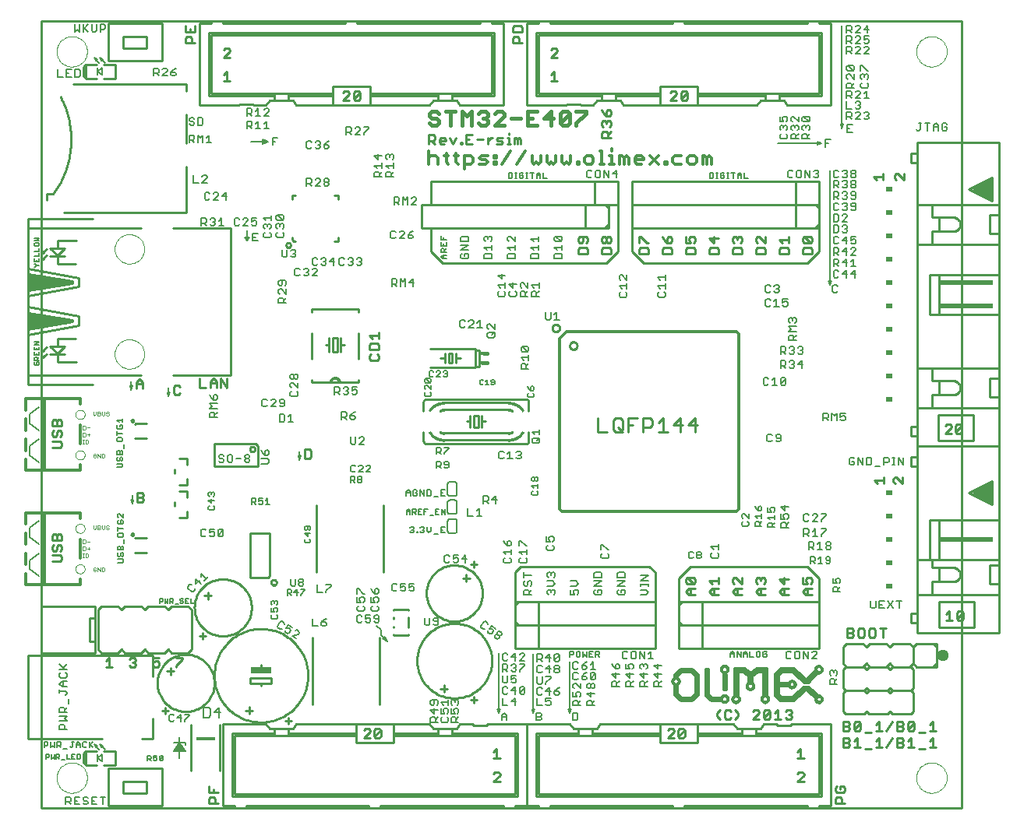
<source format=gto>
G75*
%MOIN*%
%OFA0B0*%
%FSLAX24Y24*%
%IPPOS*%
%LPD*%
%AMOC8*
5,1,8,0,0,1.08239X$1,22.5*
%
%ADD10C,0.0100*%
%ADD11C,0.0080*%
%ADD12C,0.0150*%
%ADD13C,0.0140*%
%ADD14C,0.0000*%
%ADD15C,0.0400*%
%ADD16C,0.0010*%
%ADD17C,0.0070*%
%ADD18C,0.0050*%
%ADD19C,0.0060*%
%ADD20C,0.0160*%
%ADD21R,0.0230X0.0160*%
%ADD22R,0.2300X0.0200*%
%ADD23R,0.0200X0.0900*%
%ADD24R,0.0200X0.0700*%
%ADD25R,0.0200X0.0500*%
%ADD26R,0.0200X0.0300*%
%ADD27R,0.0100X0.0100*%
%ADD28R,0.0300X0.0200*%
%ADD29C,0.0120*%
%ADD30C,0.0110*%
%ADD31R,0.0900X0.0250*%
%ADD32C,0.0240*%
%ADD33C,0.0220*%
%ADD34C,0.0260*%
%ADD35C,0.0040*%
%ADD36R,0.0827X0.0118*%
D10*
X007836Y005108D02*
X011001Y005108D01*
X011051Y004590D02*
X011551Y004590D01*
X011551Y003990D01*
X011051Y003990D01*
X011251Y003840D02*
X011251Y002240D01*
X013551Y002240D01*
X013551Y003840D01*
X011251Y003840D01*
X010751Y003990D02*
X010301Y003990D01*
X010301Y004590D01*
X010251Y004540D01*
X010201Y004490D01*
X010201Y004090D01*
X010251Y004040D01*
X010301Y003990D01*
X010251Y004040D02*
X010251Y004540D01*
X010301Y004590D02*
X010751Y004590D01*
X011901Y003290D02*
X011901Y002790D01*
X012901Y002790D01*
X012901Y003290D01*
X011901Y003290D01*
X012701Y005108D02*
X013151Y005108D01*
X013151Y005990D01*
X013571Y006310D02*
X013838Y006310D01*
X013704Y006177D02*
X013704Y006444D01*
X014778Y005723D02*
X014778Y003754D01*
X015551Y003077D02*
X015551Y002810D01*
X015951Y002810D01*
X015751Y002810D02*
X015751Y002944D01*
X015751Y002617D02*
X015818Y002550D01*
X015818Y002350D01*
X015951Y002350D02*
X015551Y002350D01*
X015551Y002550D01*
X015618Y002617D01*
X015751Y002617D01*
X016151Y002240D02*
X016651Y002240D01*
X016651Y002140D01*
X017151Y002140D01*
X017151Y002240D01*
X022401Y002240D01*
X022401Y002140D01*
X022901Y002140D01*
X022901Y002240D01*
X028151Y002240D01*
X028151Y002140D01*
X028651Y002140D01*
X028651Y002240D01*
X029151Y002240D01*
X029651Y002240D01*
X029651Y002140D01*
X030151Y002140D01*
X030151Y002240D01*
X035401Y002240D01*
X035401Y002140D01*
X035901Y002140D01*
X035901Y002240D01*
X041151Y002240D01*
X041151Y002140D01*
X041651Y002140D01*
X041651Y002240D01*
X042151Y002240D01*
X042151Y005740D01*
X040451Y005740D01*
X040451Y005690D01*
X039851Y005690D01*
X039851Y005740D01*
X039301Y005740D01*
X039151Y005540D01*
X038951Y005540D01*
X038351Y005540D01*
X038151Y005540D01*
X038001Y005740D01*
X036451Y005740D01*
X036451Y005340D01*
X038351Y005340D01*
X038351Y005240D01*
X038951Y005240D01*
X041651Y005240D01*
X041651Y002740D01*
X029651Y002740D01*
X029651Y005240D01*
X031351Y005240D01*
X031951Y005240D01*
X034851Y005240D01*
X034851Y005340D01*
X034851Y005740D01*
X036451Y005740D01*
X036451Y005340D02*
X036451Y005240D01*
X038351Y005240D01*
X038351Y005340D02*
X038351Y005540D01*
X038068Y005940D02*
X038202Y006073D01*
X038202Y006207D01*
X038068Y006340D01*
X037875Y006274D02*
X037808Y006340D01*
X037675Y006340D01*
X037608Y006274D01*
X037608Y006007D01*
X037675Y005940D01*
X037808Y005940D01*
X037875Y006007D01*
X037435Y005940D02*
X037301Y006073D01*
X037301Y006207D01*
X037435Y006340D01*
X037571Y007200D02*
X037691Y007200D01*
X037691Y007230D01*
X037571Y007230D02*
X037571Y007200D01*
X038836Y006274D02*
X038903Y006340D01*
X039036Y006340D01*
X039103Y006274D01*
X039103Y006207D01*
X038836Y005940D01*
X039103Y005940D01*
X039296Y006007D02*
X039563Y006274D01*
X039563Y006007D01*
X039496Y005940D01*
X039363Y005940D01*
X039296Y006007D01*
X039296Y006274D01*
X039363Y006340D01*
X039496Y006340D01*
X039563Y006274D01*
X039757Y006207D02*
X039890Y006340D01*
X039890Y005940D01*
X039757Y005940D02*
X040023Y005940D01*
X040217Y006007D02*
X040284Y005940D01*
X040417Y005940D01*
X040484Y006007D01*
X040484Y006073D01*
X040417Y006140D01*
X040350Y006140D01*
X040417Y006140D02*
X040484Y006207D01*
X040484Y006274D01*
X040417Y006340D01*
X040284Y006340D01*
X040217Y006274D01*
X038951Y005540D02*
X038951Y005340D01*
X038951Y005240D01*
X038951Y005340D02*
X041751Y005340D01*
X041751Y002640D01*
X029551Y002640D01*
X029551Y005340D01*
X031351Y005340D01*
X031351Y005540D01*
X031951Y005540D01*
X032151Y005540D01*
X032301Y005740D01*
X034851Y005740D01*
X034851Y005340D02*
X031951Y005340D01*
X031951Y005540D01*
X031951Y005340D02*
X031951Y005240D01*
X031351Y005240D02*
X031351Y005340D01*
X031351Y005540D02*
X031151Y005540D01*
X031001Y005740D01*
X029151Y005740D01*
X029151Y002240D01*
X029151Y005740D01*
X027451Y005740D01*
X027451Y005690D01*
X026851Y005690D01*
X026851Y005740D01*
X026301Y005740D01*
X026151Y005540D01*
X025951Y005540D01*
X025351Y005540D01*
X025151Y005540D01*
X025001Y005740D01*
X023451Y005740D01*
X023451Y005340D01*
X025351Y005340D01*
X025351Y005240D01*
X025951Y005240D01*
X028651Y005240D01*
X028651Y002740D01*
X016651Y002740D01*
X016651Y005240D01*
X018351Y005240D01*
X018951Y005240D01*
X021851Y005240D01*
X021851Y005340D01*
X021851Y005740D01*
X023451Y005740D01*
X023451Y005340D02*
X023451Y005240D01*
X025351Y005240D01*
X025351Y005340D02*
X025351Y005540D01*
X025951Y005540D02*
X025951Y005340D01*
X025951Y005240D01*
X025951Y005340D02*
X028751Y005340D01*
X028751Y002640D01*
X016551Y002640D01*
X016551Y005340D01*
X018351Y005340D01*
X018351Y005540D01*
X018951Y005540D01*
X019151Y005540D01*
X019301Y005740D01*
X021851Y005740D01*
X021851Y005340D02*
X018951Y005340D01*
X018951Y005540D01*
X018951Y005340D02*
X018951Y005240D01*
X018351Y005240D02*
X018351Y005340D01*
X018351Y005540D02*
X018151Y005540D01*
X018001Y005740D01*
X016151Y005740D01*
X016151Y002240D01*
X016041Y003754D02*
X016041Y005723D01*
X017141Y006320D02*
X017441Y006320D01*
X017291Y006470D02*
X017291Y006170D01*
X018811Y005893D02*
X019078Y005893D01*
X018944Y006026D02*
X018944Y005759D01*
X019998Y006590D02*
X019998Y009460D01*
X018241Y007720D02*
X017341Y007720D01*
X017341Y007470D01*
X017791Y007470D01*
X018241Y007470D01*
X018241Y007720D01*
X015791Y007820D02*
X015793Y007909D01*
X015799Y007998D01*
X015809Y008087D01*
X015823Y008175D01*
X015840Y008262D01*
X015862Y008348D01*
X015888Y008434D01*
X015917Y008518D01*
X015950Y008601D01*
X015986Y008682D01*
X016027Y008762D01*
X016070Y008839D01*
X016117Y008915D01*
X016168Y008988D01*
X016221Y009059D01*
X016278Y009128D01*
X016338Y009194D01*
X016401Y009258D01*
X016466Y009318D01*
X016534Y009376D01*
X016605Y009430D01*
X016678Y009481D01*
X016753Y009529D01*
X016830Y009574D01*
X016909Y009615D01*
X016990Y009652D01*
X017072Y009686D01*
X017156Y009717D01*
X017241Y009743D01*
X017327Y009766D01*
X017414Y009784D01*
X017502Y009799D01*
X017591Y009810D01*
X017680Y009817D01*
X017769Y009820D01*
X017858Y009819D01*
X017947Y009814D01*
X018035Y009805D01*
X018124Y009792D01*
X018211Y009775D01*
X018298Y009755D01*
X018384Y009730D01*
X018468Y009702D01*
X018551Y009670D01*
X018633Y009634D01*
X018713Y009595D01*
X018791Y009552D01*
X018867Y009506D01*
X018941Y009456D01*
X019013Y009403D01*
X019082Y009347D01*
X019149Y009288D01*
X019213Y009226D01*
X019274Y009162D01*
X019333Y009094D01*
X019388Y009024D01*
X019440Y008952D01*
X019489Y008877D01*
X019534Y008801D01*
X019576Y008722D01*
X019614Y008642D01*
X019649Y008560D01*
X019680Y008476D01*
X019708Y008391D01*
X019731Y008305D01*
X019751Y008218D01*
X019767Y008131D01*
X019779Y008042D01*
X019787Y007954D01*
X019791Y007865D01*
X019791Y007775D01*
X019787Y007686D01*
X019779Y007598D01*
X019767Y007509D01*
X019751Y007422D01*
X019731Y007335D01*
X019708Y007249D01*
X019680Y007164D01*
X019649Y007080D01*
X019614Y006998D01*
X019576Y006918D01*
X019534Y006839D01*
X019489Y006763D01*
X019440Y006688D01*
X019388Y006616D01*
X019333Y006546D01*
X019274Y006478D01*
X019213Y006414D01*
X019149Y006352D01*
X019082Y006293D01*
X019013Y006237D01*
X018941Y006184D01*
X018867Y006134D01*
X018791Y006088D01*
X018713Y006045D01*
X018633Y006006D01*
X018551Y005970D01*
X018468Y005938D01*
X018384Y005910D01*
X018298Y005885D01*
X018211Y005865D01*
X018124Y005848D01*
X018035Y005835D01*
X017947Y005826D01*
X017858Y005821D01*
X017769Y005820D01*
X017680Y005823D01*
X017591Y005830D01*
X017502Y005841D01*
X017414Y005856D01*
X017327Y005874D01*
X017241Y005897D01*
X017156Y005923D01*
X017072Y005954D01*
X016990Y005988D01*
X016909Y006025D01*
X016830Y006066D01*
X016753Y006111D01*
X016678Y006159D01*
X016605Y006210D01*
X016534Y006264D01*
X016466Y006322D01*
X016401Y006382D01*
X016338Y006446D01*
X016278Y006512D01*
X016221Y006581D01*
X016168Y006652D01*
X016117Y006725D01*
X016070Y006801D01*
X016027Y006878D01*
X015986Y006958D01*
X015950Y007039D01*
X015917Y007122D01*
X015888Y007206D01*
X015862Y007292D01*
X015840Y007378D01*
X015823Y007465D01*
X015809Y007553D01*
X015799Y007642D01*
X015793Y007731D01*
X015791Y007820D01*
X013351Y007500D02*
X013353Y007570D01*
X013359Y007639D01*
X013369Y007708D01*
X013383Y007776D01*
X013400Y007844D01*
X013422Y007910D01*
X013447Y007975D01*
X013476Y008038D01*
X013509Y008100D01*
X013545Y008160D01*
X013584Y008217D01*
X013627Y008272D01*
X013672Y008325D01*
X013721Y008375D01*
X013772Y008422D01*
X013826Y008466D01*
X013882Y008507D01*
X013941Y008545D01*
X014002Y008579D01*
X014064Y008610D01*
X014128Y008637D01*
X014194Y008660D01*
X014261Y008680D01*
X014329Y008696D01*
X014397Y008708D01*
X014467Y008716D01*
X014536Y008720D01*
X014606Y008720D01*
X014675Y008716D01*
X014745Y008708D01*
X014813Y008696D01*
X014881Y008680D01*
X014948Y008660D01*
X015014Y008637D01*
X015078Y008610D01*
X015140Y008579D01*
X015201Y008545D01*
X015260Y008507D01*
X015316Y008466D01*
X015370Y008422D01*
X015421Y008375D01*
X015470Y008325D01*
X015515Y008272D01*
X015558Y008217D01*
X015597Y008160D01*
X015633Y008100D01*
X015666Y008038D01*
X015695Y007975D01*
X015720Y007910D01*
X015742Y007844D01*
X015759Y007776D01*
X015773Y007708D01*
X015783Y007639D01*
X015789Y007570D01*
X015791Y007500D01*
X015789Y007430D01*
X015783Y007361D01*
X015773Y007292D01*
X015759Y007224D01*
X015742Y007156D01*
X015720Y007090D01*
X015695Y007025D01*
X015666Y006962D01*
X015633Y006900D01*
X015597Y006840D01*
X015558Y006783D01*
X015515Y006728D01*
X015470Y006675D01*
X015421Y006625D01*
X015370Y006578D01*
X015316Y006534D01*
X015260Y006493D01*
X015201Y006455D01*
X015140Y006421D01*
X015078Y006390D01*
X015014Y006363D01*
X014948Y006340D01*
X014881Y006320D01*
X014813Y006304D01*
X014745Y006292D01*
X014675Y006284D01*
X014606Y006280D01*
X014536Y006280D01*
X014467Y006284D01*
X014397Y006292D01*
X014329Y006304D01*
X014261Y006320D01*
X014194Y006340D01*
X014128Y006363D01*
X014064Y006390D01*
X014002Y006421D01*
X013941Y006455D01*
X013882Y006493D01*
X013826Y006534D01*
X013772Y006578D01*
X013721Y006625D01*
X013672Y006675D01*
X013627Y006728D01*
X013584Y006783D01*
X013545Y006840D01*
X013509Y006900D01*
X013476Y006962D01*
X013447Y007025D01*
X013422Y007090D01*
X013400Y007156D01*
X013383Y007224D01*
X013369Y007292D01*
X013359Y007361D01*
X013353Y007430D01*
X013351Y007500D01*
X013151Y007790D02*
X013151Y008672D01*
X007836Y008672D01*
X007836Y005108D01*
X008401Y002140D02*
X008401Y035840D01*
X047771Y035840D01*
X047771Y002140D01*
X008401Y002140D01*
X013921Y007850D02*
X013921Y008000D01*
X013921Y008150D01*
X013921Y008000D02*
X013771Y008000D01*
X013921Y008000D02*
X014071Y008000D01*
X014171Y008190D02*
X014171Y008257D01*
X014438Y008524D01*
X014438Y008590D01*
X014171Y008590D01*
X013971Y008790D02*
X014671Y008790D01*
X014821Y008940D01*
X014821Y010640D01*
X014671Y010790D01*
X013971Y010790D01*
X013821Y010640D01*
X013671Y010790D01*
X012971Y010790D01*
X012821Y010640D01*
X012671Y010790D01*
X011971Y010790D01*
X011821Y010640D01*
X011671Y010790D01*
X010971Y010790D01*
X010821Y010640D01*
X010821Y008940D01*
X010971Y008790D01*
X011671Y008790D01*
X011821Y008940D01*
X011971Y008790D01*
X012671Y008790D01*
X012821Y008940D01*
X012971Y008790D01*
X013671Y008790D01*
X013821Y008940D01*
X013971Y008790D01*
X013438Y008590D02*
X013171Y008590D01*
X013171Y008390D01*
X013305Y008457D01*
X013371Y008457D01*
X013438Y008390D01*
X013438Y008257D01*
X013371Y008190D01*
X013238Y008190D01*
X013171Y008257D01*
X012438Y008257D02*
X012371Y008190D01*
X012238Y008190D01*
X012171Y008257D01*
X012305Y008390D02*
X012371Y008390D01*
X012438Y008323D01*
X012438Y008257D01*
X012371Y008390D02*
X012438Y008457D01*
X012438Y008524D01*
X012371Y008590D01*
X012238Y008590D01*
X012171Y008524D01*
X011438Y008190D02*
X011171Y008190D01*
X011305Y008190D02*
X011305Y008590D01*
X011171Y008457D01*
X010701Y008790D02*
X010701Y009290D01*
X010451Y009290D01*
X010451Y010290D01*
X010701Y010290D01*
X010701Y010790D01*
X008401Y010790D01*
X008401Y008790D01*
X010701Y008790D01*
X010701Y009290D02*
X010701Y010290D01*
X009184Y012700D02*
X008851Y012700D01*
X008851Y012967D02*
X009184Y012967D01*
X009251Y012900D01*
X009251Y012767D01*
X009184Y012700D01*
X009184Y013160D02*
X009251Y013227D01*
X009251Y013361D01*
X009184Y013427D01*
X009118Y013427D01*
X009051Y013361D01*
X009051Y013227D01*
X008984Y013160D01*
X008918Y013160D01*
X008851Y013227D01*
X008851Y013361D01*
X008918Y013427D01*
X008851Y013621D02*
X009251Y013621D01*
X009251Y013821D01*
X009184Y013888D01*
X009118Y013888D01*
X009051Y013821D01*
X009051Y013621D01*
X009051Y013821D02*
X008984Y013888D01*
X008918Y013888D01*
X008851Y013821D01*
X008851Y013621D01*
X012241Y013850D02*
X012243Y013863D01*
X012248Y013876D01*
X012257Y013887D01*
X012268Y013894D01*
X012281Y013899D01*
X012294Y013900D01*
X012308Y013897D01*
X012320Y013891D01*
X012330Y013882D01*
X012337Y013870D01*
X012341Y013857D01*
X012341Y013843D01*
X012337Y013830D01*
X012330Y013818D01*
X012320Y013809D01*
X012308Y013803D01*
X012294Y013800D01*
X012281Y013801D01*
X012268Y013806D01*
X012257Y013813D01*
X012248Y013824D01*
X012243Y013837D01*
X012241Y013850D01*
X012405Y013704D02*
X012416Y013715D01*
X012877Y013715D01*
X012877Y013085D02*
X012405Y013085D01*
X014301Y014590D02*
X014611Y014590D01*
X014611Y014850D01*
X014091Y015070D02*
X014091Y015230D01*
X014611Y015450D02*
X014611Y015710D01*
X014301Y015710D01*
X014301Y015990D02*
X014611Y015990D01*
X014611Y016250D01*
X014091Y016470D02*
X014091Y016630D01*
X014301Y017110D02*
X014611Y017110D01*
X014611Y016850D01*
X015776Y016762D02*
X015776Y017758D01*
X017562Y017758D01*
X017666Y017654D01*
X017666Y016762D01*
X015776Y016762D01*
X017309Y017510D02*
X017311Y017531D01*
X017317Y017550D01*
X017326Y017569D01*
X017338Y017585D01*
X017354Y017599D01*
X017371Y017610D01*
X017390Y017618D01*
X017411Y017622D01*
X017431Y017622D01*
X017452Y017618D01*
X017471Y017610D01*
X017488Y017599D01*
X017504Y017585D01*
X017516Y017569D01*
X017525Y017550D01*
X017531Y017531D01*
X017533Y017510D01*
X017531Y017489D01*
X017525Y017470D01*
X017516Y017451D01*
X017504Y017435D01*
X017488Y017421D01*
X017471Y017410D01*
X017452Y017402D01*
X017431Y017398D01*
X017411Y017398D01*
X017390Y017402D01*
X017371Y017410D01*
X017354Y017421D01*
X017338Y017435D01*
X017326Y017451D01*
X017317Y017470D01*
X017311Y017489D01*
X017309Y017510D01*
X019651Y017510D02*
X019651Y017110D01*
X019851Y017110D01*
X019918Y017177D01*
X019918Y017444D01*
X019851Y017510D01*
X019651Y017510D01*
X020158Y015100D02*
X020158Y012230D01*
X018214Y011808D02*
X018216Y011829D01*
X018222Y011849D01*
X018231Y011869D01*
X018243Y011886D01*
X018258Y011900D01*
X018276Y011912D01*
X018296Y011920D01*
X018316Y011925D01*
X018337Y011926D01*
X018358Y011923D01*
X018378Y011917D01*
X018397Y011906D01*
X018414Y011893D01*
X018427Y011877D01*
X018438Y011859D01*
X018446Y011839D01*
X018450Y011819D01*
X018450Y011797D01*
X018446Y011777D01*
X018438Y011757D01*
X018427Y011739D01*
X018414Y011723D01*
X018397Y011710D01*
X018378Y011699D01*
X018358Y011693D01*
X018337Y011690D01*
X018316Y011691D01*
X018296Y011696D01*
X018276Y011704D01*
X018258Y011716D01*
X018243Y011730D01*
X018231Y011747D01*
X018222Y011767D01*
X018216Y011787D01*
X018214Y011808D01*
X018095Y012005D02*
X017308Y012005D01*
X017308Y013895D01*
X018174Y013895D01*
X018174Y012084D01*
X018095Y012005D01*
X014941Y010730D02*
X014943Y010800D01*
X014949Y010869D01*
X014959Y010938D01*
X014973Y011006D01*
X014990Y011074D01*
X015012Y011140D01*
X015037Y011205D01*
X015066Y011268D01*
X015099Y011330D01*
X015135Y011390D01*
X015174Y011447D01*
X015217Y011502D01*
X015262Y011555D01*
X015311Y011605D01*
X015362Y011652D01*
X015416Y011696D01*
X015472Y011737D01*
X015531Y011775D01*
X015592Y011809D01*
X015654Y011840D01*
X015718Y011867D01*
X015784Y011890D01*
X015851Y011910D01*
X015919Y011926D01*
X015987Y011938D01*
X016057Y011946D01*
X016126Y011950D01*
X016196Y011950D01*
X016265Y011946D01*
X016335Y011938D01*
X016403Y011926D01*
X016471Y011910D01*
X016538Y011890D01*
X016604Y011867D01*
X016668Y011840D01*
X016730Y011809D01*
X016791Y011775D01*
X016850Y011737D01*
X016906Y011696D01*
X016960Y011652D01*
X017011Y011605D01*
X017060Y011555D01*
X017105Y011502D01*
X017148Y011447D01*
X017187Y011390D01*
X017223Y011330D01*
X017256Y011268D01*
X017285Y011205D01*
X017310Y011140D01*
X017332Y011074D01*
X017349Y011006D01*
X017363Y010938D01*
X017373Y010869D01*
X017379Y010800D01*
X017381Y010730D01*
X017379Y010660D01*
X017373Y010591D01*
X017363Y010522D01*
X017349Y010454D01*
X017332Y010386D01*
X017310Y010320D01*
X017285Y010255D01*
X017256Y010192D01*
X017223Y010130D01*
X017187Y010070D01*
X017148Y010013D01*
X017105Y009958D01*
X017060Y009905D01*
X017011Y009855D01*
X016960Y009808D01*
X016906Y009764D01*
X016850Y009723D01*
X016791Y009685D01*
X016730Y009651D01*
X016668Y009620D01*
X016604Y009593D01*
X016538Y009570D01*
X016471Y009550D01*
X016403Y009534D01*
X016335Y009522D01*
X016265Y009514D01*
X016196Y009510D01*
X016126Y009510D01*
X016057Y009514D01*
X015987Y009522D01*
X015919Y009534D01*
X015851Y009550D01*
X015784Y009570D01*
X015718Y009593D01*
X015654Y009620D01*
X015592Y009651D01*
X015531Y009685D01*
X015472Y009723D01*
X015416Y009764D01*
X015362Y009808D01*
X015311Y009855D01*
X015262Y009905D01*
X015217Y009958D01*
X015174Y010013D01*
X015135Y010070D01*
X015099Y010130D01*
X015066Y010192D01*
X015037Y010255D01*
X015012Y010320D01*
X014990Y010386D01*
X014973Y010454D01*
X014959Y010522D01*
X014949Y010591D01*
X014943Y010660D01*
X014941Y010730D01*
X015361Y011230D02*
X015511Y011230D01*
X015511Y011380D01*
X015511Y011230D02*
X015661Y011230D01*
X015511Y011230D02*
X015511Y011080D01*
X015304Y009644D02*
X015304Y009377D01*
X015171Y009510D02*
X015438Y009510D01*
X017791Y008270D02*
X017791Y008070D01*
X017791Y007470D02*
X017791Y007370D01*
X021851Y005240D02*
X021851Y004940D01*
X023451Y004940D01*
X023451Y005240D01*
X022908Y005207D02*
X022908Y005474D01*
X022641Y005207D01*
X022707Y005140D01*
X022841Y005140D01*
X022908Y005207D01*
X022908Y005474D02*
X022841Y005540D01*
X022707Y005540D01*
X022641Y005474D01*
X022641Y005207D01*
X022447Y005140D02*
X022180Y005140D01*
X022447Y005407D01*
X022447Y005474D01*
X022381Y005540D01*
X022247Y005540D01*
X022180Y005474D01*
X022865Y006590D02*
X022865Y009460D01*
X023442Y009530D02*
X023442Y009567D01*
X023442Y009530D02*
X024080Y009530D01*
X024080Y009567D01*
X024080Y009884D02*
X024080Y010296D01*
X024080Y010613D02*
X024080Y010650D01*
X023442Y010650D01*
X023442Y010613D01*
X023442Y010296D02*
X023442Y010258D01*
X023442Y009922D02*
X023442Y009884D01*
X024461Y008450D02*
X024463Y008530D01*
X024469Y008609D01*
X024479Y008688D01*
X024493Y008767D01*
X024510Y008845D01*
X024532Y008922D01*
X024557Y008997D01*
X024587Y009071D01*
X024619Y009144D01*
X024656Y009215D01*
X024696Y009284D01*
X024739Y009351D01*
X024786Y009416D01*
X024835Y009478D01*
X024888Y009538D01*
X024944Y009595D01*
X025002Y009650D01*
X025063Y009701D01*
X025127Y009749D01*
X025193Y009794D01*
X025261Y009836D01*
X025331Y009874D01*
X025403Y009908D01*
X025476Y009939D01*
X025551Y009967D01*
X025628Y009990D01*
X025705Y010010D01*
X025783Y010026D01*
X025862Y010038D01*
X025941Y010046D01*
X026021Y010050D01*
X026101Y010050D01*
X026181Y010046D01*
X026260Y010038D01*
X026339Y010026D01*
X026417Y010010D01*
X026494Y009990D01*
X026571Y009967D01*
X026646Y009939D01*
X026719Y009908D01*
X026791Y009874D01*
X026861Y009836D01*
X026929Y009794D01*
X026995Y009749D01*
X027059Y009701D01*
X027120Y009650D01*
X027178Y009595D01*
X027234Y009538D01*
X027287Y009478D01*
X027336Y009416D01*
X027383Y009351D01*
X027426Y009284D01*
X027466Y009215D01*
X027503Y009144D01*
X027535Y009071D01*
X027565Y008997D01*
X027590Y008922D01*
X027612Y008845D01*
X027629Y008767D01*
X027643Y008688D01*
X027653Y008609D01*
X027659Y008530D01*
X027661Y008450D01*
X027659Y008370D01*
X027653Y008291D01*
X027643Y008212D01*
X027629Y008133D01*
X027612Y008055D01*
X027590Y007978D01*
X027565Y007903D01*
X027535Y007829D01*
X027503Y007756D01*
X027466Y007685D01*
X027426Y007616D01*
X027383Y007549D01*
X027336Y007484D01*
X027287Y007422D01*
X027234Y007362D01*
X027178Y007305D01*
X027120Y007250D01*
X027059Y007199D01*
X026995Y007151D01*
X026929Y007106D01*
X026861Y007064D01*
X026791Y007026D01*
X026719Y006992D01*
X026646Y006961D01*
X026571Y006933D01*
X026494Y006910D01*
X026417Y006890D01*
X026339Y006874D01*
X026260Y006862D01*
X026181Y006854D01*
X026101Y006850D01*
X026021Y006850D01*
X025941Y006854D01*
X025862Y006862D01*
X025783Y006874D01*
X025705Y006890D01*
X025628Y006910D01*
X025551Y006933D01*
X025476Y006961D01*
X025403Y006992D01*
X025331Y007026D01*
X025261Y007064D01*
X025193Y007106D01*
X025127Y007151D01*
X025063Y007199D01*
X025002Y007250D01*
X024944Y007305D01*
X024888Y007362D01*
X024835Y007422D01*
X024786Y007484D01*
X024739Y007549D01*
X024696Y007616D01*
X024656Y007685D01*
X024619Y007756D01*
X024587Y007829D01*
X024557Y007903D01*
X024532Y007978D01*
X024510Y008055D01*
X024493Y008133D01*
X024479Y008212D01*
X024469Y008291D01*
X024463Y008370D01*
X024461Y008450D01*
X025611Y007400D02*
X025611Y007100D01*
X025761Y007250D02*
X025461Y007250D01*
X026756Y006774D02*
X027023Y006774D01*
X026890Y006907D02*
X026890Y006641D01*
X027874Y004690D02*
X027874Y004290D01*
X027741Y004290D02*
X028008Y004290D01*
X027741Y004557D02*
X027874Y004690D01*
X027807Y003690D02*
X027741Y003624D01*
X027807Y003690D02*
X027941Y003690D01*
X028008Y003624D01*
X028008Y003557D01*
X027741Y003290D01*
X028008Y003290D01*
X034851Y004940D02*
X034851Y005240D01*
X034851Y004940D02*
X036451Y004940D01*
X036451Y005240D01*
X035908Y005207D02*
X035908Y005474D01*
X035641Y005207D01*
X035707Y005140D01*
X035841Y005140D01*
X035908Y005207D01*
X035908Y005474D02*
X035841Y005540D01*
X035707Y005540D01*
X035641Y005474D01*
X035641Y005207D01*
X035447Y005140D02*
X035180Y005140D01*
X035447Y005407D01*
X035447Y005474D01*
X035381Y005540D01*
X035247Y005540D01*
X035180Y005474D01*
X036801Y008090D02*
X036801Y008120D01*
X036941Y008120D01*
X036941Y008090D01*
X036651Y008990D02*
X035651Y008990D01*
X035651Y009990D01*
X035801Y009990D01*
X036651Y009990D01*
X036651Y010990D01*
X041651Y010990D01*
X041651Y009990D01*
X036651Y009990D01*
X036651Y008990D01*
X041651Y008990D01*
X041651Y009990D01*
X041651Y011990D01*
X041151Y012490D01*
X036151Y012490D01*
X035651Y011990D01*
X035651Y009990D01*
X035651Y010140D01*
X035801Y009990D01*
X035651Y009990D02*
X036651Y009990D01*
X041651Y009990D01*
X042870Y009849D02*
X042870Y009449D01*
X043070Y009449D01*
X043136Y009515D01*
X043136Y009582D01*
X043070Y009649D01*
X042870Y009649D01*
X043070Y009649D02*
X043136Y009716D01*
X043136Y009782D01*
X043070Y009849D01*
X042870Y009849D01*
X043330Y009782D02*
X043330Y009515D01*
X043397Y009449D01*
X043530Y009449D01*
X043597Y009515D01*
X043597Y009782D01*
X043530Y009849D01*
X043397Y009849D01*
X043330Y009782D01*
X043790Y009782D02*
X043790Y009515D01*
X043857Y009449D01*
X043991Y009449D01*
X044057Y009515D01*
X044057Y009782D01*
X043991Y009849D01*
X043857Y009849D01*
X043790Y009782D01*
X044251Y009849D02*
X044518Y009849D01*
X044384Y009849D02*
X044384Y009449D01*
X044541Y009180D02*
X043841Y009180D01*
X043691Y009030D01*
X043541Y009180D01*
X042841Y009180D01*
X042691Y009030D01*
X042691Y008330D01*
X042841Y008180D01*
X043541Y008180D01*
X043691Y008330D01*
X043841Y008180D01*
X044541Y008180D01*
X044691Y008330D01*
X044841Y008180D01*
X045541Y008180D01*
X045691Y008330D01*
X045691Y009030D01*
X045841Y009180D01*
X046541Y009180D01*
X046691Y009180D01*
X046691Y009030D01*
X046541Y009180D01*
X046691Y009030D02*
X046691Y008330D01*
X046691Y008180D01*
X046541Y008180D01*
X045841Y008180D01*
X045691Y008330D01*
X045591Y008180D02*
X045691Y008080D01*
X045691Y007280D01*
X045591Y007180D01*
X045691Y007080D01*
X045691Y006280D01*
X045591Y006180D01*
X044791Y006180D01*
X044691Y006280D01*
X044591Y006180D01*
X043791Y006180D01*
X043691Y006280D01*
X043591Y006180D01*
X042791Y006180D01*
X042691Y006280D01*
X042691Y007080D01*
X042791Y007180D01*
X043591Y007180D01*
X043691Y007080D01*
X043791Y007180D01*
X044591Y007180D01*
X044691Y007080D01*
X044791Y007180D01*
X045591Y007180D01*
X044791Y007180D01*
X044691Y007280D01*
X044591Y007180D01*
X043791Y007180D01*
X043691Y007280D01*
X043591Y007180D01*
X042791Y007180D01*
X042691Y007280D01*
X042691Y008080D01*
X042791Y008180D01*
X043591Y008180D01*
X043691Y008080D01*
X043791Y008180D01*
X044591Y008180D01*
X044691Y008080D01*
X044791Y008180D01*
X045591Y008180D01*
X046541Y008180D02*
X046691Y008330D01*
X045691Y009030D02*
X045541Y009180D01*
X044841Y009180D01*
X044691Y009030D01*
X044541Y009180D01*
X045845Y009640D02*
X045845Y010090D01*
X045845Y010490D01*
X045845Y011290D01*
X045845Y012790D01*
X046395Y012790D01*
X046495Y012790D01*
X046795Y012790D01*
X046795Y014490D01*
X046395Y014490D01*
X046395Y012790D01*
X046495Y012790D02*
X046495Y012440D01*
X046795Y012440D01*
X046795Y011840D01*
X046495Y011840D01*
X046495Y011290D01*
X045845Y011290D01*
X046495Y011290D02*
X049345Y011290D01*
X049345Y011740D02*
X048945Y011740D01*
X048945Y012540D01*
X049345Y012540D01*
X049345Y012790D02*
X049345Y009640D01*
X045845Y009640D01*
X045845Y010090D02*
X045595Y010090D01*
X045595Y010490D01*
X045845Y010490D01*
X046795Y010990D02*
X046795Y009890D01*
X048295Y009890D01*
X048295Y010990D01*
X046795Y010990D01*
X047228Y010590D02*
X047095Y010457D01*
X047228Y010590D02*
X047228Y010190D01*
X047095Y010190D02*
X047362Y010190D01*
X047555Y010257D02*
X047822Y010524D01*
X047822Y010257D01*
X047755Y010190D01*
X047622Y010190D01*
X047555Y010257D01*
X047555Y010524D01*
X047622Y010590D01*
X047755Y010590D01*
X047822Y010524D01*
X047395Y011840D02*
X046795Y011840D01*
X047395Y011840D02*
X047429Y011842D01*
X047462Y011848D01*
X047494Y011857D01*
X047525Y011870D01*
X047555Y011886D01*
X047582Y011905D01*
X047607Y011928D01*
X047630Y011953D01*
X047649Y011980D01*
X047665Y012010D01*
X047678Y012041D01*
X047687Y012073D01*
X047693Y012106D01*
X047695Y012140D01*
X047693Y012174D01*
X047687Y012207D01*
X047678Y012239D01*
X047665Y012270D01*
X047649Y012300D01*
X047630Y012327D01*
X047607Y012352D01*
X047582Y012375D01*
X047555Y012394D01*
X047525Y012410D01*
X047494Y012423D01*
X047462Y012432D01*
X047429Y012438D01*
X047395Y012440D01*
X046795Y012440D01*
X046795Y012790D02*
X049345Y012790D01*
X049345Y014490D01*
X049345Y017640D01*
X045845Y017640D01*
X045845Y018090D01*
X045595Y018090D01*
X045595Y018490D01*
X045845Y018490D01*
X045845Y019290D01*
X045845Y020990D01*
X045845Y026290D01*
X045845Y027990D01*
X046495Y027990D01*
X046495Y027440D01*
X046795Y027440D01*
X047395Y027440D01*
X047429Y027438D01*
X047462Y027432D01*
X047494Y027423D01*
X047525Y027410D01*
X047555Y027394D01*
X047582Y027375D01*
X047607Y027352D01*
X047630Y027327D01*
X047649Y027300D01*
X047665Y027270D01*
X047678Y027239D01*
X047687Y027207D01*
X047693Y027174D01*
X047695Y027140D01*
X047693Y027106D01*
X047687Y027073D01*
X047678Y027041D01*
X047665Y027010D01*
X047649Y026980D01*
X047630Y026953D01*
X047607Y026928D01*
X047582Y026905D01*
X047555Y026886D01*
X047525Y026870D01*
X047494Y026857D01*
X047462Y026848D01*
X047429Y026842D01*
X047395Y026840D01*
X046795Y026840D01*
X046495Y026840D01*
X046495Y026290D01*
X045845Y026290D01*
X046495Y026290D02*
X049345Y026290D01*
X049345Y024990D01*
X049345Y023290D01*
X049345Y020990D01*
X049345Y017640D01*
X045845Y017640D01*
X045845Y017190D01*
X045845Y016790D01*
X045595Y016790D01*
X045595Y017190D01*
X045845Y017190D01*
X045845Y016790D02*
X045845Y012790D01*
X046795Y014490D02*
X049345Y014490D01*
X049045Y015140D02*
X048045Y015640D01*
X049045Y016140D01*
X049045Y015140D01*
X048245Y017890D02*
X046745Y017890D01*
X046745Y018990D01*
X048245Y018990D01*
X048245Y017890D01*
X047772Y018257D02*
X047705Y018190D01*
X047572Y018190D01*
X047505Y018257D01*
X047772Y018524D01*
X047772Y018257D01*
X047772Y018524D02*
X047705Y018590D01*
X047572Y018590D01*
X047505Y018524D01*
X047505Y018257D01*
X047312Y018190D02*
X047045Y018190D01*
X047312Y018457D01*
X047312Y018524D01*
X047245Y018590D01*
X047112Y018590D01*
X047045Y018524D01*
X046495Y019290D02*
X045845Y019290D01*
X046495Y019290D02*
X046495Y019840D01*
X046795Y019840D01*
X046795Y020440D01*
X046495Y020440D01*
X046495Y020990D01*
X045845Y020990D01*
X046495Y020990D02*
X049345Y020990D01*
X049345Y020540D02*
X048945Y020540D01*
X048945Y019740D01*
X049345Y019740D01*
X049345Y019290D02*
X046495Y019290D01*
X046795Y019840D02*
X047395Y019840D01*
X047429Y019842D01*
X047462Y019848D01*
X047494Y019857D01*
X047525Y019870D01*
X047555Y019886D01*
X047582Y019905D01*
X047607Y019928D01*
X047630Y019953D01*
X047649Y019980D01*
X047665Y020010D01*
X047678Y020041D01*
X047687Y020073D01*
X047693Y020106D01*
X047695Y020140D01*
X047693Y020174D01*
X047687Y020207D01*
X047678Y020239D01*
X047665Y020270D01*
X047649Y020300D01*
X047630Y020327D01*
X047607Y020352D01*
X047582Y020375D01*
X047555Y020394D01*
X047525Y020410D01*
X047494Y020423D01*
X047462Y020432D01*
X047429Y020438D01*
X047395Y020440D01*
X046795Y020440D01*
X045845Y018490D02*
X045845Y018090D01*
X045241Y016327D02*
X045241Y016060D01*
X044974Y016327D01*
X044908Y016327D01*
X044841Y016260D01*
X044841Y016126D01*
X044908Y016060D01*
X044441Y016050D02*
X044441Y016317D01*
X044441Y016183D02*
X044041Y016183D01*
X044174Y016050D01*
X041284Y012017D02*
X041351Y011951D01*
X041351Y011817D01*
X041284Y011750D01*
X041151Y011750D02*
X041084Y011884D01*
X041084Y011951D01*
X041151Y012017D01*
X041284Y012017D01*
X041151Y011750D02*
X040951Y011750D01*
X040951Y012017D01*
X041084Y011557D02*
X041351Y011557D01*
X041151Y011557D02*
X041151Y011290D01*
X041084Y011290D02*
X041351Y011290D01*
X041084Y011290D02*
X040951Y011423D01*
X041084Y011557D01*
X040351Y011557D02*
X040084Y011557D01*
X039951Y011423D01*
X040084Y011290D01*
X040351Y011290D01*
X040151Y011290D02*
X040151Y011557D01*
X040151Y011750D02*
X040151Y012017D01*
X040351Y011951D02*
X039951Y011951D01*
X040151Y011750D01*
X039351Y011817D02*
X039284Y011750D01*
X039351Y011817D02*
X039351Y011951D01*
X039284Y012017D01*
X039218Y012017D01*
X039151Y011951D01*
X039151Y011884D01*
X039151Y011951D02*
X039084Y012017D01*
X039018Y012017D01*
X038951Y011951D01*
X038951Y011817D01*
X039018Y011750D01*
X039084Y011557D02*
X039351Y011557D01*
X039151Y011557D02*
X039151Y011290D01*
X039084Y011290D02*
X038951Y011423D01*
X039084Y011557D01*
X039084Y011290D02*
X039351Y011290D01*
X038351Y011290D02*
X038084Y011290D01*
X037951Y011423D01*
X038084Y011557D01*
X038351Y011557D01*
X038351Y011750D02*
X038084Y012017D01*
X038018Y012017D01*
X037951Y011951D01*
X037951Y011817D01*
X038018Y011750D01*
X038151Y011557D02*
X038151Y011290D01*
X038351Y011750D02*
X038351Y012017D01*
X037351Y012017D02*
X037351Y011750D01*
X037351Y011884D02*
X036951Y011884D01*
X037084Y011750D01*
X037084Y011557D02*
X037351Y011557D01*
X037151Y011557D02*
X037151Y011290D01*
X037084Y011290D02*
X036951Y011423D01*
X037084Y011557D01*
X037084Y011290D02*
X037351Y011290D01*
X036651Y010990D02*
X035801Y010990D01*
X035651Y010990D01*
X035651Y010840D01*
X035801Y010990D01*
X035651Y010840D02*
X035651Y010140D01*
X034651Y009990D02*
X034651Y010990D01*
X029651Y010990D01*
X029651Y009990D01*
X034651Y009990D01*
X034651Y012240D01*
X034401Y012490D01*
X028901Y012490D01*
X028651Y012240D01*
X028651Y009990D01*
X028801Y009990D01*
X029651Y009990D01*
X029651Y008990D01*
X028651Y008990D01*
X028651Y009990D01*
X028651Y010140D01*
X028801Y009990D01*
X028651Y009990D02*
X029651Y009990D01*
X034651Y009990D01*
X034651Y008990D01*
X029651Y008990D01*
X028651Y010140D02*
X028651Y010840D01*
X028651Y010990D01*
X028801Y010990D01*
X029651Y010990D01*
X028801Y010990D02*
X028651Y010840D01*
X026711Y011990D02*
X026561Y011990D01*
X026561Y011840D01*
X026561Y011990D02*
X026411Y011990D01*
X026561Y011990D02*
X026561Y012140D01*
X026905Y012457D02*
X026905Y012724D01*
X027038Y012590D02*
X026771Y012590D01*
X024861Y011340D02*
X024863Y011409D01*
X024869Y011478D01*
X024879Y011546D01*
X024893Y011614D01*
X024910Y011681D01*
X024932Y011747D01*
X024957Y011811D01*
X024986Y011874D01*
X025019Y011935D01*
X025055Y011994D01*
X025094Y012051D01*
X025137Y012105D01*
X025182Y012157D01*
X025231Y012207D01*
X025282Y012253D01*
X025336Y012296D01*
X025393Y012337D01*
X025451Y012373D01*
X025512Y012407D01*
X025574Y012437D01*
X025638Y012463D01*
X025703Y012485D01*
X025770Y012504D01*
X025838Y012519D01*
X025906Y012530D01*
X025975Y012537D01*
X026044Y012540D01*
X026113Y012539D01*
X026182Y012534D01*
X026250Y012525D01*
X026318Y012512D01*
X026385Y012495D01*
X026452Y012475D01*
X026516Y012450D01*
X026579Y012422D01*
X026641Y012391D01*
X026700Y012355D01*
X026758Y012317D01*
X026813Y012275D01*
X026866Y012230D01*
X026916Y012182D01*
X026963Y012132D01*
X027007Y012078D01*
X027048Y012023D01*
X027086Y011965D01*
X027120Y011905D01*
X027151Y011843D01*
X027178Y011779D01*
X027201Y011714D01*
X027221Y011648D01*
X027237Y011580D01*
X027249Y011512D01*
X027257Y011444D01*
X027261Y011375D01*
X027261Y011305D01*
X027257Y011236D01*
X027249Y011168D01*
X027237Y011100D01*
X027221Y011032D01*
X027201Y010966D01*
X027178Y010901D01*
X027151Y010837D01*
X027120Y010775D01*
X027086Y010715D01*
X027048Y010657D01*
X027007Y010602D01*
X026963Y010548D01*
X026916Y010498D01*
X026866Y010450D01*
X026813Y010405D01*
X026758Y010363D01*
X026700Y010325D01*
X026641Y010289D01*
X026579Y010258D01*
X026516Y010230D01*
X026452Y010205D01*
X026385Y010185D01*
X026318Y010168D01*
X026250Y010155D01*
X026182Y010146D01*
X026113Y010141D01*
X026044Y010140D01*
X025975Y010143D01*
X025906Y010150D01*
X025838Y010161D01*
X025770Y010176D01*
X025703Y010195D01*
X025638Y010217D01*
X025574Y010243D01*
X025512Y010273D01*
X025451Y010307D01*
X025393Y010343D01*
X025336Y010384D01*
X025282Y010427D01*
X025231Y010473D01*
X025182Y010523D01*
X025137Y010575D01*
X025094Y010629D01*
X025055Y010686D01*
X025019Y010745D01*
X024986Y010806D01*
X024957Y010869D01*
X024932Y010933D01*
X024910Y010999D01*
X024893Y011066D01*
X024879Y011134D01*
X024869Y011202D01*
X024863Y011271D01*
X024861Y011340D01*
X023025Y012230D02*
X023025Y015100D01*
X024841Y017750D02*
X029141Y017750D01*
X029158Y017752D01*
X029175Y017756D01*
X029191Y017763D01*
X029205Y017773D01*
X029218Y017786D01*
X029228Y017800D01*
X029235Y017816D01*
X029239Y017833D01*
X029241Y017850D01*
X029241Y018250D01*
X028341Y018200D02*
X025641Y018200D01*
X025641Y017900D02*
X028341Y017900D01*
X027241Y018450D02*
X027241Y018700D01*
X027391Y018700D01*
X027241Y018700D02*
X027241Y018950D01*
X027091Y018950D02*
X027091Y018450D01*
X026891Y018450D01*
X026891Y018950D01*
X027091Y018950D01*
X026741Y018950D02*
X026741Y018700D01*
X026591Y018700D01*
X026741Y018700D02*
X026741Y018450D01*
X025641Y019200D02*
X028341Y019200D01*
X028341Y019500D02*
X025641Y019500D01*
X024841Y019650D02*
X024824Y019648D01*
X024807Y019644D01*
X024791Y019637D01*
X024777Y019627D01*
X024764Y019614D01*
X024754Y019600D01*
X024747Y019584D01*
X024743Y019567D01*
X024741Y019550D01*
X024741Y019150D01*
X024841Y019650D02*
X029141Y019650D01*
X029158Y019648D01*
X029175Y019644D01*
X029191Y019637D01*
X029205Y019627D01*
X029218Y019614D01*
X029228Y019600D01*
X029235Y019584D01*
X029239Y019567D01*
X029241Y019550D01*
X029241Y019150D01*
X027111Y021050D02*
X026961Y021050D01*
X026961Y021750D01*
X026961Y021800D01*
X025011Y021800D01*
X025461Y021400D02*
X025661Y021400D01*
X025661Y021600D01*
X025811Y021600D02*
X025811Y021200D01*
X025961Y021200D01*
X025961Y021600D01*
X025811Y021600D01*
X025661Y021400D02*
X025661Y021200D01*
X026111Y021200D02*
X026111Y021400D01*
X026111Y021600D01*
X026111Y021400D02*
X026311Y021400D01*
X026961Y021050D02*
X026961Y021000D01*
X025011Y021000D01*
X026961Y021750D02*
X027111Y021750D01*
X027111Y021050D01*
X030243Y022690D02*
X030245Y022715D01*
X030251Y022739D01*
X030260Y022762D01*
X030273Y022783D01*
X030289Y022802D01*
X030308Y022818D01*
X030329Y022831D01*
X030352Y022840D01*
X030376Y022846D01*
X030401Y022848D01*
X030426Y022846D01*
X030450Y022840D01*
X030473Y022831D01*
X030494Y022818D01*
X030513Y022802D01*
X030529Y022783D01*
X030542Y022762D01*
X030551Y022739D01*
X030557Y022715D01*
X030559Y022690D01*
X030557Y022665D01*
X030551Y022641D01*
X030542Y022618D01*
X030529Y022597D01*
X030513Y022578D01*
X030494Y022562D01*
X030473Y022549D01*
X030450Y022540D01*
X030426Y022534D01*
X030401Y022532D01*
X030376Y022534D01*
X030352Y022540D01*
X030329Y022549D01*
X030308Y022562D01*
X030289Y022578D01*
X030273Y022597D01*
X030260Y022618D01*
X030251Y022641D01*
X030245Y022665D01*
X030243Y022690D01*
X030993Y021940D02*
X030995Y021965D01*
X031001Y021989D01*
X031010Y022012D01*
X031023Y022033D01*
X031039Y022052D01*
X031058Y022068D01*
X031079Y022081D01*
X031102Y022090D01*
X031126Y022096D01*
X031151Y022098D01*
X031176Y022096D01*
X031200Y022090D01*
X031223Y022081D01*
X031244Y022068D01*
X031263Y022052D01*
X031279Y022033D01*
X031292Y022012D01*
X031301Y021989D01*
X031307Y021965D01*
X031309Y021940D01*
X031307Y021915D01*
X031301Y021891D01*
X031292Y021868D01*
X031279Y021847D01*
X031263Y021828D01*
X031244Y021812D01*
X031223Y021799D01*
X031200Y021790D01*
X031176Y021784D01*
X031151Y021782D01*
X031126Y021784D01*
X031102Y021790D01*
X031079Y021799D01*
X031058Y021812D01*
X031039Y021828D01*
X031023Y021847D01*
X031010Y021868D01*
X031001Y021891D01*
X030995Y021915D01*
X030993Y021940D01*
X032551Y025490D02*
X025551Y025490D01*
X025051Y025990D01*
X025051Y026990D01*
X024651Y026990D01*
X024651Y027990D01*
X031651Y027990D01*
X031651Y026990D01*
X024651Y026990D01*
X024651Y027990D01*
X025051Y027990D01*
X025051Y028990D01*
X032051Y028990D01*
X033051Y028990D01*
X033051Y027990D01*
X033051Y025990D01*
X032551Y025490D01*
X032751Y025869D02*
X032751Y026069D01*
X032684Y026136D01*
X032418Y026136D01*
X032351Y026069D01*
X032351Y025869D01*
X032751Y025869D01*
X032684Y026330D02*
X032618Y026330D01*
X032551Y026396D01*
X032551Y026530D01*
X032618Y026597D01*
X032684Y026597D01*
X032751Y026530D01*
X032751Y026396D01*
X032684Y026330D01*
X032551Y026396D02*
X032484Y026330D01*
X032418Y026330D01*
X032351Y026396D01*
X032351Y026530D01*
X032418Y026597D01*
X032484Y026597D01*
X032551Y026530D01*
X032501Y026990D02*
X032651Y026990D01*
X032651Y027140D01*
X032501Y026990D01*
X031651Y026990D01*
X031684Y026597D02*
X031418Y026597D01*
X031351Y026530D01*
X031351Y026396D01*
X031418Y026330D01*
X031484Y026330D01*
X031551Y026396D01*
X031551Y026597D01*
X031684Y026597D02*
X031751Y026530D01*
X031751Y026396D01*
X031684Y026330D01*
X031684Y026136D02*
X031418Y026136D01*
X031351Y026069D01*
X031351Y025869D01*
X031751Y025869D01*
X031751Y026069D01*
X031684Y026136D01*
X032651Y027140D02*
X032651Y027840D01*
X032651Y027990D01*
X032501Y027990D01*
X031651Y027990D01*
X032051Y027990D02*
X032051Y028990D01*
X032051Y027990D02*
X025051Y027990D01*
X024951Y030590D02*
X024951Y030990D01*
X025151Y030990D01*
X025218Y030924D01*
X025218Y030790D01*
X025151Y030723D01*
X024951Y030723D01*
X025085Y030723D02*
X025218Y030590D01*
X025412Y030657D02*
X025478Y030590D01*
X025612Y030590D01*
X025678Y030723D02*
X025412Y030723D01*
X025412Y030657D02*
X025412Y030790D01*
X025478Y030857D01*
X025612Y030857D01*
X025678Y030790D01*
X025678Y030723D01*
X025872Y030857D02*
X026005Y030590D01*
X026139Y030857D01*
X026332Y030657D02*
X026399Y030657D01*
X026399Y030590D01*
X026332Y030590D01*
X026332Y030657D01*
X026563Y030590D02*
X026563Y030990D01*
X026829Y030990D01*
X026696Y030790D02*
X026563Y030790D01*
X026563Y030590D02*
X026829Y030590D01*
X027023Y030790D02*
X027290Y030790D01*
X027483Y030723D02*
X027617Y030857D01*
X027683Y030857D01*
X027867Y030790D02*
X027934Y030857D01*
X028134Y030857D01*
X028067Y030723D02*
X027934Y030723D01*
X027867Y030790D01*
X027867Y030590D02*
X028067Y030590D01*
X028134Y030657D01*
X028067Y030723D01*
X028327Y030590D02*
X028461Y030590D01*
X028394Y030590D02*
X028394Y030857D01*
X028327Y030857D01*
X028394Y030990D02*
X028394Y031057D01*
X028634Y030857D02*
X028701Y030857D01*
X028768Y030790D01*
X028834Y030857D01*
X028901Y030790D01*
X028901Y030590D01*
X028768Y030590D02*
X028768Y030790D01*
X028634Y030857D02*
X028634Y030590D01*
X027483Y030590D02*
X027483Y030857D01*
X028151Y032240D02*
X026301Y032240D01*
X026151Y032440D01*
X025951Y032440D01*
X025351Y032440D01*
X025151Y032440D01*
X025001Y032240D01*
X022451Y032240D01*
X022451Y032640D01*
X025351Y032640D01*
X025351Y032440D01*
X025351Y032640D02*
X025351Y032740D01*
X025951Y032740D01*
X025951Y032640D01*
X025951Y032440D01*
X025951Y032640D02*
X027751Y032640D01*
X027751Y035340D01*
X015551Y035340D01*
X015551Y032640D01*
X018351Y032640D01*
X018351Y032740D01*
X018951Y032740D01*
X018951Y032640D01*
X020851Y032640D01*
X020851Y032240D01*
X019301Y032240D01*
X019151Y032440D01*
X018951Y032440D01*
X018351Y032440D01*
X018151Y032440D01*
X018001Y032240D01*
X017451Y032240D01*
X017451Y032290D01*
X016851Y032290D01*
X016851Y032240D01*
X015151Y032240D01*
X015151Y035740D01*
X015651Y035740D01*
X015651Y035840D01*
X016151Y035840D01*
X016151Y035740D01*
X021401Y035740D01*
X021401Y035840D01*
X021901Y035840D01*
X021901Y035740D01*
X027151Y035740D01*
X027151Y035840D01*
X027651Y035840D01*
X027651Y035740D01*
X028151Y035740D01*
X028151Y032240D01*
X027651Y032740D02*
X025951Y032740D01*
X025351Y032740D02*
X022451Y032740D01*
X022451Y032640D01*
X022451Y032740D02*
X022451Y033040D01*
X020851Y033040D01*
X020851Y032740D01*
X020851Y032640D01*
X020851Y032740D02*
X018951Y032740D01*
X018951Y032640D02*
X018951Y032440D01*
X018351Y032440D02*
X018351Y032640D01*
X018351Y032740D02*
X015651Y032740D01*
X015651Y035240D01*
X027651Y035240D01*
X027651Y032740D01*
X029151Y032240D02*
X030851Y032240D01*
X030851Y032290D01*
X031451Y032290D01*
X031451Y032240D01*
X032001Y032240D01*
X032151Y032440D01*
X032351Y032440D01*
X032951Y032440D01*
X033151Y032440D01*
X033301Y032240D01*
X034851Y032240D01*
X034851Y032640D01*
X032951Y032640D01*
X032951Y032740D01*
X032351Y032740D01*
X029651Y032740D01*
X029651Y035240D01*
X041651Y035240D01*
X041651Y032740D01*
X039951Y032740D01*
X039351Y032740D01*
X036451Y032740D01*
X036451Y032640D01*
X036451Y032240D01*
X034851Y032240D01*
X034851Y032640D02*
X034851Y032740D01*
X032951Y032740D01*
X032951Y032640D02*
X032951Y032440D01*
X032694Y032048D02*
X032628Y032048D01*
X032561Y031981D01*
X032561Y031781D01*
X032694Y031781D01*
X032761Y031848D01*
X032761Y031981D01*
X032694Y032048D01*
X032428Y031914D02*
X032561Y031781D01*
X032428Y031914D02*
X032361Y032048D01*
X032351Y032440D02*
X032351Y032640D01*
X032351Y032740D01*
X032351Y032640D02*
X029551Y032640D01*
X029551Y035340D01*
X041751Y035340D01*
X041751Y032640D01*
X039951Y032640D01*
X039951Y032440D01*
X039351Y032440D01*
X039151Y032440D01*
X039001Y032240D01*
X036451Y032240D01*
X036451Y032640D02*
X039351Y032640D01*
X039351Y032440D01*
X039351Y032640D02*
X039351Y032740D01*
X039951Y032740D02*
X039951Y032640D01*
X039951Y032440D02*
X040151Y032440D01*
X040301Y032240D01*
X042151Y032240D01*
X042151Y035740D01*
X041651Y035740D01*
X041651Y035840D01*
X041151Y035840D01*
X041151Y035740D01*
X035901Y035740D01*
X035901Y035840D01*
X035401Y035840D01*
X035401Y035740D01*
X030151Y035740D01*
X030151Y035840D01*
X029651Y035840D01*
X029651Y035740D01*
X029151Y035740D01*
X029151Y032240D01*
X030201Y033290D02*
X030468Y033290D01*
X030335Y033290D02*
X030335Y033690D01*
X030201Y033557D01*
X030201Y034290D02*
X030468Y034557D01*
X030468Y034624D01*
X030401Y034690D01*
X030268Y034690D01*
X030201Y034624D01*
X030201Y034290D02*
X030468Y034290D01*
X028951Y034910D02*
X028551Y034910D01*
X028551Y035110D01*
X028618Y035177D01*
X028751Y035177D01*
X028818Y035110D01*
X028818Y034910D01*
X028951Y035370D02*
X028551Y035370D01*
X028551Y035571D01*
X028618Y035637D01*
X028884Y035637D01*
X028951Y035571D01*
X028951Y035370D01*
X032428Y031587D02*
X032494Y031587D01*
X032561Y031521D01*
X032628Y031587D01*
X032694Y031587D01*
X032761Y031521D01*
X032761Y031387D01*
X032694Y031320D01*
X032561Y031454D02*
X032561Y031521D01*
X032428Y031587D02*
X032361Y031521D01*
X032361Y031387D01*
X032428Y031320D01*
X032428Y031127D02*
X032561Y031127D01*
X032628Y031060D01*
X032628Y030860D01*
X032761Y030860D02*
X032361Y030860D01*
X032361Y031060D01*
X032428Y031127D01*
X032628Y030993D02*
X032761Y031127D01*
X034851Y032740D02*
X034851Y033040D01*
X036451Y033040D01*
X036451Y032740D01*
X036028Y032774D02*
X035762Y032507D01*
X035828Y032440D01*
X035962Y032440D01*
X036028Y032507D01*
X036028Y032774D01*
X035962Y032840D01*
X035828Y032840D01*
X035762Y032774D01*
X035762Y032507D01*
X035568Y032440D02*
X035301Y032440D01*
X035568Y032707D01*
X035568Y032774D01*
X035501Y032840D01*
X035368Y032840D01*
X035301Y032774D01*
X033651Y028990D02*
X040651Y028990D01*
X041651Y028990D01*
X041651Y027990D01*
X041501Y027990D01*
X040651Y027990D01*
X040651Y026990D01*
X033651Y026990D01*
X033651Y027990D01*
X040651Y027990D01*
X040651Y028990D01*
X040651Y027990D02*
X033651Y027990D01*
X033651Y025990D01*
X034151Y025490D01*
X041151Y025490D01*
X041651Y025990D01*
X041651Y027990D01*
X041651Y027840D01*
X041501Y027990D01*
X041651Y027990D02*
X040651Y027990D01*
X041651Y027840D02*
X041651Y027140D01*
X041651Y026990D01*
X041501Y026990D01*
X040651Y026990D01*
X040351Y026597D02*
X040351Y026330D01*
X040351Y026463D02*
X039951Y026463D01*
X040084Y026330D01*
X040018Y026136D02*
X039951Y026069D01*
X039951Y025869D01*
X040351Y025869D01*
X040351Y026069D01*
X040284Y026136D01*
X040018Y026136D01*
X040951Y026069D02*
X040951Y025869D01*
X041351Y025869D01*
X041351Y026069D01*
X041284Y026136D01*
X041018Y026136D01*
X040951Y026069D01*
X041018Y026330D02*
X040951Y026396D01*
X040951Y026530D01*
X041018Y026597D01*
X041284Y026330D01*
X041351Y026396D01*
X041351Y026530D01*
X041284Y026597D01*
X041018Y026597D01*
X041018Y026330D02*
X041284Y026330D01*
X041501Y026990D02*
X041651Y027140D01*
X039351Y026597D02*
X039351Y026330D01*
X039084Y026597D01*
X039018Y026597D01*
X038951Y026530D01*
X038951Y026396D01*
X039018Y026330D01*
X039018Y026136D02*
X038951Y026069D01*
X038951Y025869D01*
X039351Y025869D01*
X039351Y026069D01*
X039284Y026136D01*
X039018Y026136D01*
X038351Y026069D02*
X038351Y025869D01*
X037951Y025869D01*
X037951Y026069D01*
X038018Y026136D01*
X038284Y026136D01*
X038351Y026069D01*
X038284Y026330D02*
X038351Y026396D01*
X038351Y026530D01*
X038284Y026597D01*
X038218Y026597D01*
X038151Y026530D01*
X038151Y026463D01*
X038151Y026530D02*
X038084Y026597D01*
X038018Y026597D01*
X037951Y026530D01*
X037951Y026396D01*
X038018Y026330D01*
X037351Y026530D02*
X036951Y026530D01*
X037151Y026330D01*
X037151Y026597D01*
X037284Y026136D02*
X037018Y026136D01*
X036951Y026069D01*
X036951Y025869D01*
X037351Y025869D01*
X037351Y026069D01*
X037284Y026136D01*
X036351Y026069D02*
X036351Y025869D01*
X035951Y025869D01*
X035951Y026069D01*
X036018Y026136D01*
X036284Y026136D01*
X036351Y026069D01*
X036284Y026330D02*
X036351Y026396D01*
X036351Y026530D01*
X036284Y026597D01*
X036151Y026597D01*
X036084Y026530D01*
X036084Y026463D01*
X036151Y026330D01*
X035951Y026330D01*
X035951Y026597D01*
X035351Y026530D02*
X035351Y026396D01*
X035284Y026330D01*
X035151Y026330D01*
X035151Y026530D01*
X035218Y026597D01*
X035284Y026597D01*
X035351Y026530D01*
X035151Y026330D02*
X035018Y026463D01*
X034951Y026597D01*
X035018Y026136D02*
X034951Y026069D01*
X034951Y025869D01*
X035351Y025869D01*
X035351Y026069D01*
X035284Y026136D01*
X035018Y026136D01*
X034351Y026069D02*
X034351Y025869D01*
X033951Y025869D01*
X033951Y026069D01*
X034018Y026136D01*
X034284Y026136D01*
X034351Y026069D01*
X034351Y026330D02*
X034284Y026330D01*
X034018Y026597D01*
X033951Y026597D01*
X033951Y026330D01*
X032651Y027840D02*
X032501Y027990D01*
X032051Y027990D02*
X033051Y027990D01*
X033651Y027990D02*
X033651Y028990D01*
X043991Y029183D02*
X044124Y029050D01*
X043991Y029183D02*
X044391Y029183D01*
X044391Y029050D02*
X044391Y029317D01*
X044891Y029260D02*
X044891Y029126D01*
X044958Y029060D01*
X044891Y029260D02*
X044958Y029327D01*
X045024Y029327D01*
X045291Y029060D01*
X045291Y029327D01*
X045595Y029790D02*
X045845Y029790D01*
X045845Y030190D01*
X045595Y030190D01*
X045595Y029790D01*
X045845Y029790D02*
X045845Y027990D01*
X046495Y027990D02*
X049345Y027990D01*
X049345Y030640D01*
X045845Y030640D01*
X045845Y030190D01*
X048045Y028640D02*
X049045Y029140D01*
X049045Y028140D01*
X048045Y028640D01*
X049345Y027990D02*
X049345Y027540D01*
X049345Y026740D01*
X049345Y026290D01*
X049345Y026740D02*
X048945Y026740D01*
X048945Y027540D01*
X049345Y027540D01*
X046795Y027440D02*
X046795Y026840D01*
X046795Y024990D02*
X046395Y024990D01*
X046395Y023290D01*
X046795Y023290D01*
X046795Y024990D01*
X049345Y024990D01*
X049345Y023290D02*
X046795Y023290D01*
X036284Y012017D02*
X036018Y012017D01*
X036284Y011750D01*
X036351Y011817D01*
X036351Y011951D01*
X036284Y012017D01*
X036018Y012017D02*
X035951Y011951D01*
X035951Y011817D01*
X036018Y011750D01*
X036284Y011750D01*
X036351Y011557D02*
X036084Y011557D01*
X035951Y011423D01*
X036084Y011290D01*
X036351Y011290D01*
X036151Y011290D02*
X036151Y011557D01*
X042695Y005850D02*
X042895Y005850D01*
X042962Y005784D01*
X042962Y005717D01*
X042895Y005650D01*
X042695Y005650D01*
X042695Y005450D02*
X042895Y005450D01*
X042962Y005517D01*
X042962Y005583D01*
X042895Y005650D01*
X042695Y005450D02*
X042695Y005850D01*
X043155Y005784D02*
X043155Y005517D01*
X043422Y005784D01*
X043422Y005517D01*
X043356Y005450D01*
X043222Y005450D01*
X043155Y005517D01*
X043155Y005784D02*
X043222Y005850D01*
X043356Y005850D01*
X043422Y005784D01*
X043616Y005383D02*
X043883Y005383D01*
X044076Y005450D02*
X044343Y005450D01*
X044210Y005450D02*
X044210Y005850D01*
X044076Y005717D01*
X044537Y005450D02*
X044804Y005850D01*
X044997Y005850D02*
X044997Y005450D01*
X045197Y005450D01*
X045264Y005517D01*
X045264Y005583D01*
X045197Y005650D01*
X044997Y005650D01*
X045197Y005650D02*
X045264Y005717D01*
X045264Y005784D01*
X045197Y005850D01*
X044997Y005850D01*
X045457Y005784D02*
X045524Y005850D01*
X045658Y005850D01*
X045724Y005784D01*
X045457Y005517D01*
X045524Y005450D01*
X045658Y005450D01*
X045724Y005517D01*
X045724Y005784D01*
X045457Y005784D02*
X045457Y005517D01*
X045591Y005160D02*
X045457Y005027D01*
X045591Y005160D02*
X045591Y004760D01*
X045724Y004760D02*
X045457Y004760D01*
X045264Y004827D02*
X045197Y004760D01*
X044997Y004760D01*
X044997Y005160D01*
X045197Y005160D01*
X045264Y005094D01*
X045264Y005027D01*
X045197Y004960D01*
X044997Y004960D01*
X045197Y004960D02*
X045264Y004893D01*
X045264Y004827D01*
X044804Y005160D02*
X044537Y004760D01*
X044343Y004760D02*
X044076Y004760D01*
X044210Y004760D02*
X044210Y005160D01*
X044076Y005027D01*
X043883Y004693D02*
X043616Y004693D01*
X043422Y004760D02*
X043155Y004760D01*
X043289Y004760D02*
X043289Y005160D01*
X043155Y005027D01*
X042962Y005027D02*
X042895Y004960D01*
X042695Y004960D01*
X042695Y004760D02*
X042895Y004760D01*
X042962Y004827D01*
X042962Y004893D01*
X042895Y004960D01*
X042962Y005027D02*
X042962Y005094D01*
X042895Y005160D01*
X042695Y005160D01*
X042695Y004760D01*
X041008Y004290D02*
X040741Y004290D01*
X040874Y004290D02*
X040874Y004690D01*
X040741Y004557D01*
X040807Y003690D02*
X040741Y003624D01*
X040807Y003690D02*
X040941Y003690D01*
X041008Y003624D01*
X041008Y003557D01*
X040741Y003290D01*
X041008Y003290D01*
X042351Y003011D02*
X042351Y002877D01*
X042418Y002810D01*
X042684Y002810D01*
X042751Y002877D01*
X042751Y003011D01*
X042684Y003077D01*
X042551Y003077D01*
X042551Y002944D01*
X042418Y003077D02*
X042351Y003011D01*
X042418Y002617D02*
X042551Y002617D01*
X042618Y002550D01*
X042618Y002350D01*
X042751Y002350D02*
X042351Y002350D01*
X042351Y002550D01*
X042418Y002617D01*
X045918Y004693D02*
X046185Y004693D01*
X046378Y004760D02*
X046645Y004760D01*
X046512Y004760D02*
X046512Y005160D01*
X046378Y005027D01*
X046185Y005383D02*
X045918Y005383D01*
X046378Y005450D02*
X046645Y005450D01*
X046512Y005450D02*
X046512Y005850D01*
X046378Y005717D01*
X024841Y017750D02*
X024824Y017752D01*
X024807Y017756D01*
X024791Y017763D01*
X024777Y017773D01*
X024764Y017786D01*
X024754Y017800D01*
X024747Y017816D01*
X024743Y017833D01*
X024741Y017850D01*
X024741Y018250D01*
X021962Y020371D02*
X021962Y020488D01*
X021962Y020371D02*
X019956Y020371D01*
X019956Y020488D01*
X019956Y021392D02*
X019956Y022488D01*
X020701Y022271D02*
X020701Y021971D01*
X020551Y021971D01*
X020701Y021971D02*
X020701Y021671D01*
X020851Y021671D02*
X021051Y021671D01*
X021051Y022271D01*
X020851Y022271D01*
X020851Y021671D01*
X021201Y021671D02*
X021201Y021971D01*
X021351Y021971D01*
X021201Y021971D02*
X021201Y022271D01*
X021962Y022488D02*
X021962Y021392D01*
X022428Y021377D02*
X022428Y021510D01*
X022495Y021577D01*
X022428Y021770D02*
X022428Y021970D01*
X022495Y022037D01*
X022762Y022037D01*
X022828Y021970D01*
X022828Y021770D01*
X022428Y021770D01*
X022762Y021577D02*
X022828Y021510D01*
X022828Y021377D01*
X022762Y021310D01*
X022495Y021310D01*
X022428Y021377D01*
X022562Y022231D02*
X022428Y022364D01*
X022828Y022364D01*
X022828Y022231D02*
X022828Y022498D01*
X021962Y023392D02*
X021962Y023509D01*
X019956Y023509D01*
X019956Y023392D01*
X018861Y026248D02*
X018863Y026267D01*
X018868Y026286D01*
X018878Y026302D01*
X018890Y026317D01*
X018905Y026329D01*
X018921Y026339D01*
X018940Y026344D01*
X018959Y026346D01*
X018978Y026344D01*
X018997Y026339D01*
X019013Y026329D01*
X019028Y026317D01*
X019040Y026302D01*
X019050Y026286D01*
X019055Y026267D01*
X019057Y026248D01*
X019055Y026229D01*
X019050Y026210D01*
X019040Y026194D01*
X019028Y026179D01*
X019013Y026167D01*
X018997Y026157D01*
X018978Y026152D01*
X018959Y026150D01*
X018940Y026152D01*
X018921Y026157D01*
X018905Y026167D01*
X018890Y026179D01*
X018878Y026194D01*
X018868Y026210D01*
X018863Y026229D01*
X018861Y026248D01*
X019117Y026475D02*
X019117Y026563D01*
X019117Y026475D02*
X019186Y026406D01*
X019274Y026406D01*
X020928Y026406D02*
X021085Y026406D01*
X021085Y026563D01*
X021085Y028217D02*
X021085Y028374D01*
X020928Y028374D01*
X019274Y028374D02*
X019117Y028374D01*
X019117Y028217D01*
X016491Y026983D02*
X014030Y026983D01*
X014601Y027642D02*
X009365Y027642D01*
X008617Y028173D02*
X008617Y028429D01*
X008892Y028429D01*
X007829Y027377D02*
X010585Y027377D01*
X009887Y026432D02*
X009089Y026432D01*
X009089Y026157D01*
X009404Y026117D02*
X009089Y025802D01*
X008774Y026117D01*
X009404Y026117D01*
X009404Y025763D02*
X008774Y025763D01*
X008617Y025802D02*
X008420Y025645D01*
X008498Y025645D01*
X008420Y025645D02*
X008420Y025723D01*
X008420Y025920D02*
X008498Y025920D01*
X008420Y025920D02*
X008420Y025999D01*
X008420Y025920D02*
X008617Y026078D01*
X009089Y025723D02*
X009089Y025448D01*
X009852Y025448D01*
X009994Y024857D02*
X009994Y024464D01*
X007829Y024070D01*
X007829Y024306D02*
X007829Y025015D01*
X009719Y024700D01*
X009719Y024621D01*
X007829Y024306D01*
X007829Y024401D02*
X008399Y024401D01*
X007829Y024500D02*
X008990Y024500D01*
X009148Y024795D02*
X007829Y024795D01*
X007829Y024697D02*
X009719Y024697D01*
X009581Y024598D02*
X007829Y024598D01*
X007829Y024894D02*
X008557Y024894D01*
X007966Y024992D02*
X007829Y024992D01*
X007829Y025251D02*
X009994Y024857D01*
X009994Y023204D02*
X007829Y023597D01*
X007829Y023361D02*
X007829Y022653D01*
X009719Y022968D01*
X009719Y023046D01*
X007829Y023361D01*
X007829Y023318D02*
X008091Y023318D01*
X007829Y023219D02*
X008682Y023219D01*
X008864Y022825D02*
X007829Y022825D01*
X007829Y022727D02*
X008273Y022727D01*
X007829Y022924D02*
X009455Y022924D01*
X009273Y023121D02*
X007829Y023121D01*
X007829Y023022D02*
X009719Y023022D01*
X009994Y023204D02*
X009994Y022810D01*
X007829Y022416D01*
X008420Y021708D02*
X008617Y021865D01*
X008774Y021917D02*
X009089Y021602D01*
X009404Y021917D01*
X008774Y021917D01*
X009089Y021957D02*
X009089Y022232D01*
X009852Y022232D01*
X009404Y021563D02*
X008774Y021563D01*
X008617Y021590D02*
X008420Y021432D01*
X008498Y021432D01*
X008420Y021432D02*
X008420Y021511D01*
X008420Y021708D02*
X008498Y021708D01*
X008420Y021708D02*
X008420Y021786D01*
X009089Y021523D02*
X009089Y021248D01*
X009887Y021248D01*
X010585Y020290D02*
X007829Y020290D01*
X007829Y020684D01*
X007829Y026983D01*
X007829Y027377D01*
X007829Y026983D02*
X012652Y026983D01*
X014601Y027642D02*
X014601Y029610D01*
X014601Y030595D02*
X014601Y031835D01*
X014601Y032859D02*
X014601Y033154D01*
X009759Y033154D01*
X010201Y033490D02*
X010201Y033890D01*
X010251Y033940D01*
X010301Y033990D01*
X010301Y033390D01*
X010751Y033390D01*
X011051Y033390D02*
X011551Y033390D01*
X011551Y033990D01*
X011051Y033990D01*
X011251Y034140D02*
X011251Y035740D01*
X013551Y035740D01*
X013551Y034140D01*
X011251Y034140D01*
X010751Y033990D02*
X010301Y033990D01*
X010251Y033940D02*
X010251Y033440D01*
X010301Y033390D01*
X010251Y033440D02*
X010201Y033490D01*
X011901Y034690D02*
X011901Y035190D01*
X012901Y035190D01*
X012901Y034690D01*
X011901Y034690D01*
X014551Y034910D02*
X014551Y035110D01*
X014618Y035177D01*
X014751Y035177D01*
X014818Y035110D01*
X014818Y034910D01*
X014951Y034910D02*
X014551Y034910D01*
X014551Y035370D02*
X014951Y035370D01*
X014951Y035637D01*
X014751Y035504D02*
X014751Y035370D01*
X014551Y035370D02*
X014551Y035637D01*
X016201Y034624D02*
X016268Y034690D01*
X016401Y034690D01*
X016468Y034624D01*
X016468Y034557D01*
X016201Y034290D01*
X016468Y034290D01*
X016335Y033690D02*
X016335Y033290D01*
X016468Y033290D02*
X016201Y033290D01*
X016201Y033557D02*
X016335Y033690D01*
X020851Y032240D02*
X022451Y032240D01*
X022028Y032507D02*
X022028Y032774D01*
X021762Y032507D01*
X021828Y032440D01*
X021962Y032440D01*
X022028Y032507D01*
X021762Y032507D02*
X021762Y032774D01*
X021828Y032840D01*
X021962Y032840D01*
X022028Y032774D01*
X021568Y032774D02*
X021501Y032840D01*
X021368Y032840D01*
X021301Y032774D01*
X021568Y032774D02*
X021568Y032707D01*
X021301Y032440D01*
X021568Y032440D01*
X016491Y026983D02*
X016491Y020684D01*
X014030Y020684D01*
X014118Y020230D02*
X014051Y020164D01*
X014051Y019897D01*
X014118Y019830D01*
X014251Y019830D01*
X014318Y019897D01*
X014318Y020164D02*
X014251Y020230D01*
X014118Y020230D01*
X015151Y020140D02*
X015418Y020140D01*
X015612Y020140D02*
X015612Y020407D01*
X015745Y020540D01*
X015878Y020407D01*
X015878Y020140D01*
X016072Y020140D02*
X016072Y020540D01*
X016339Y020140D01*
X016339Y020540D01*
X015878Y020340D02*
X015612Y020340D01*
X015151Y020540D02*
X015151Y020140D01*
X012877Y018595D02*
X012416Y018595D01*
X012405Y018584D01*
X012241Y018730D02*
X012243Y018743D01*
X012248Y018756D01*
X012257Y018767D01*
X012268Y018774D01*
X012281Y018779D01*
X012294Y018780D01*
X012308Y018777D01*
X012320Y018771D01*
X012330Y018762D01*
X012337Y018750D01*
X012341Y018737D01*
X012341Y018723D01*
X012337Y018710D01*
X012330Y018698D01*
X012320Y018689D01*
X012308Y018683D01*
X012294Y018680D01*
X012281Y018681D01*
X012268Y018686D01*
X012257Y018693D01*
X012248Y018704D01*
X012243Y018717D01*
X012241Y018730D01*
X012405Y017965D02*
X012877Y017965D01*
X012718Y020110D02*
X012718Y020377D01*
X012585Y020510D01*
X012451Y020377D01*
X012451Y020110D01*
X012451Y020310D02*
X012718Y020310D01*
X012652Y020684D02*
X007829Y020684D01*
X008918Y018768D02*
X008984Y018768D01*
X009051Y018701D01*
X009051Y018501D01*
X009051Y018701D02*
X009118Y018768D01*
X009184Y018768D01*
X009251Y018701D01*
X009251Y018501D01*
X008851Y018501D01*
X008851Y018701D01*
X008918Y018768D01*
X008918Y018307D02*
X008851Y018241D01*
X008851Y018107D01*
X008918Y018040D01*
X008984Y018040D01*
X009051Y018107D01*
X009051Y018241D01*
X009118Y018307D01*
X009184Y018307D01*
X009251Y018241D01*
X009251Y018107D01*
X009184Y018040D01*
X009184Y017847D02*
X008851Y017847D01*
X008851Y017580D02*
X009184Y017580D01*
X009251Y017647D01*
X009251Y017780D01*
X009184Y017847D01*
X012491Y015630D02*
X012691Y015630D01*
X012758Y015564D01*
X012758Y015497D01*
X012691Y015430D01*
X012491Y015430D01*
X012491Y015230D02*
X012491Y015630D01*
X012691Y015430D02*
X012758Y015363D01*
X012758Y015297D01*
X012691Y015230D01*
X012491Y015230D01*
X008893Y028429D02*
X008964Y028529D01*
X009032Y028631D01*
X009096Y028735D01*
X009158Y028841D01*
X009216Y028949D01*
X009270Y029058D01*
X009321Y029170D01*
X009369Y029283D01*
X009414Y029397D01*
X009454Y029512D01*
X009491Y029629D01*
X009525Y029747D01*
X009555Y029866D01*
X009581Y029985D01*
X009603Y030106D01*
X009622Y030227D01*
X009637Y030349D01*
X009648Y030471D01*
X009655Y030593D01*
X009659Y030715D01*
X009658Y030838D01*
X009654Y030960D01*
X009646Y031082D01*
X009635Y031204D01*
X009619Y031326D01*
X009600Y031447D01*
X009577Y031567D01*
X009551Y031687D01*
X009520Y031805D01*
X009486Y031923D01*
X009449Y032040D01*
X009408Y032155D01*
X009363Y032269D01*
X009315Y032382D01*
X009263Y032493D01*
X009208Y032602D01*
D11*
X009310Y033460D02*
X009096Y033460D01*
X009096Y033780D01*
X009465Y033780D02*
X009465Y033460D01*
X009678Y033460D01*
X009833Y033460D02*
X009993Y033460D01*
X010046Y033513D01*
X010046Y033727D01*
X009993Y033780D01*
X009833Y033780D01*
X009833Y033460D01*
X009571Y033620D02*
X009465Y033620D01*
X009465Y033780D02*
X009678Y033780D01*
X010651Y034280D02*
X010871Y034060D01*
X010971Y034140D02*
X010901Y034280D01*
X011041Y034210D01*
X010901Y034280D02*
X011121Y034060D01*
X011001Y033840D02*
X011001Y033540D01*
X010801Y033690D01*
X011001Y033840D01*
X010801Y033840D02*
X010801Y033690D01*
X010801Y033540D01*
X010721Y034140D02*
X010651Y034280D01*
X010791Y034210D01*
X010705Y035380D02*
X010758Y035433D01*
X010758Y035700D01*
X010913Y035700D02*
X011073Y035700D01*
X011126Y035647D01*
X011126Y035540D01*
X011073Y035487D01*
X010913Y035487D01*
X010913Y035380D02*
X010913Y035700D01*
X010545Y035700D02*
X010545Y035433D01*
X010598Y035380D01*
X010705Y035380D01*
X010390Y035380D02*
X010230Y035540D01*
X010176Y035487D02*
X010390Y035700D01*
X010176Y035700D02*
X010176Y035380D01*
X010021Y035380D02*
X010021Y035700D01*
X009808Y035700D02*
X009808Y035380D01*
X009915Y035487D01*
X010021Y035380D01*
X013201Y033820D02*
X013201Y033500D01*
X013201Y033607D02*
X013361Y033607D01*
X013415Y033660D01*
X013415Y033767D01*
X013361Y033820D01*
X013201Y033820D01*
X013308Y033607D02*
X013415Y033500D01*
X013569Y033500D02*
X013783Y033714D01*
X013783Y033767D01*
X013730Y033820D01*
X013623Y033820D01*
X013569Y033767D01*
X013569Y033500D02*
X013783Y033500D01*
X013938Y033553D02*
X013991Y033500D01*
X014098Y033500D01*
X014151Y033553D01*
X014151Y033607D01*
X014098Y033660D01*
X013938Y033660D01*
X013938Y033553D01*
X013938Y033660D02*
X014045Y033767D01*
X014151Y033820D01*
X017191Y032100D02*
X017351Y032100D01*
X017405Y032047D01*
X017405Y031940D01*
X017351Y031887D01*
X017191Y031887D01*
X017298Y031887D02*
X017405Y031780D01*
X017559Y031780D02*
X017773Y031780D01*
X017666Y031780D02*
X017666Y032100D01*
X017559Y031994D01*
X017928Y032047D02*
X017981Y032100D01*
X018088Y032100D01*
X018141Y032047D01*
X018141Y031994D01*
X017928Y031780D01*
X018141Y031780D01*
X018035Y031550D02*
X018035Y031230D01*
X018141Y031230D02*
X017928Y031230D01*
X017773Y031230D02*
X017559Y031230D01*
X017666Y031230D02*
X017666Y031550D01*
X017559Y031444D01*
X017405Y031497D02*
X017405Y031390D01*
X017351Y031337D01*
X017191Y031337D01*
X017298Y031337D02*
X017405Y031230D01*
X017191Y031230D02*
X017191Y031550D01*
X017351Y031550D01*
X017405Y031497D01*
X017191Y031780D02*
X017191Y032100D01*
X017928Y031444D02*
X018035Y031550D01*
X018291Y030850D02*
X018505Y030850D01*
X018398Y030690D02*
X018291Y030690D01*
X018291Y030530D02*
X018291Y030850D01*
X018101Y030690D02*
X017851Y030590D01*
X017851Y030790D01*
X018101Y030690D01*
X017351Y030690D01*
X015671Y030640D02*
X015458Y030640D01*
X015565Y030640D02*
X015565Y030960D01*
X015458Y030854D01*
X015303Y030960D02*
X015303Y030640D01*
X015089Y030640D02*
X015089Y030960D01*
X015196Y030854D01*
X015303Y030960D01*
X014935Y030907D02*
X014935Y030800D01*
X014881Y030747D01*
X014721Y030747D01*
X014828Y030747D02*
X014935Y030640D01*
X014721Y030640D02*
X014721Y030960D01*
X014881Y030960D01*
X014935Y030907D01*
X014881Y031380D02*
X014775Y031380D01*
X014721Y031433D01*
X014775Y031540D02*
X014881Y031540D01*
X014935Y031487D01*
X014935Y031433D01*
X014881Y031380D01*
X014775Y031540D02*
X014721Y031594D01*
X014721Y031647D01*
X014775Y031700D01*
X014881Y031700D01*
X014935Y031647D01*
X015089Y031700D02*
X015089Y031380D01*
X015250Y031380D01*
X015303Y031433D01*
X015303Y031647D01*
X015250Y031700D01*
X015089Y031700D01*
X014895Y029240D02*
X014895Y028920D01*
X015108Y028920D01*
X015263Y028920D02*
X015476Y029134D01*
X015476Y029187D01*
X015423Y029240D01*
X015316Y029240D01*
X015263Y029187D01*
X015263Y028920D02*
X015476Y028920D01*
X015435Y028500D02*
X015381Y028447D01*
X015381Y028233D01*
X015435Y028180D01*
X015541Y028180D01*
X015595Y028233D01*
X015749Y028180D02*
X015963Y028394D01*
X015963Y028447D01*
X015910Y028500D01*
X015803Y028500D01*
X015749Y028447D01*
X015595Y028447D02*
X015541Y028500D01*
X015435Y028500D01*
X015749Y028180D02*
X015963Y028180D01*
X016118Y028340D02*
X016331Y028340D01*
X016278Y028180D02*
X016278Y028500D01*
X016118Y028340D01*
X016085Y027400D02*
X016085Y027080D01*
X016191Y027080D02*
X015978Y027080D01*
X015823Y027133D02*
X015770Y027080D01*
X015663Y027080D01*
X015609Y027133D01*
X015716Y027240D02*
X015770Y027240D01*
X015823Y027187D01*
X015823Y027133D01*
X015770Y027240D02*
X015823Y027294D01*
X015823Y027347D01*
X015770Y027400D01*
X015663Y027400D01*
X015609Y027347D01*
X015455Y027347D02*
X015455Y027240D01*
X015401Y027187D01*
X015241Y027187D01*
X015348Y027187D02*
X015455Y027080D01*
X015241Y027080D02*
X015241Y027400D01*
X015401Y027400D01*
X015455Y027347D01*
X015978Y027294D02*
X016085Y027400D01*
X016651Y027357D02*
X016651Y027143D01*
X016705Y027090D01*
X016811Y027090D01*
X016865Y027143D01*
X017019Y027090D02*
X017233Y027304D01*
X017233Y027357D01*
X017180Y027410D01*
X017073Y027410D01*
X017019Y027357D01*
X016865Y027357D02*
X016811Y027410D01*
X016705Y027410D01*
X016651Y027357D01*
X017019Y027090D02*
X017233Y027090D01*
X017388Y027143D02*
X017441Y027090D01*
X017548Y027090D01*
X017601Y027143D01*
X017601Y027250D01*
X017548Y027304D01*
X017495Y027304D01*
X017388Y027250D01*
X017388Y027410D01*
X017601Y027410D01*
X017891Y027418D02*
X018211Y027418D01*
X018211Y027312D02*
X018211Y027525D01*
X018441Y027477D02*
X018494Y027530D01*
X018708Y027317D01*
X018761Y027370D01*
X018761Y027477D01*
X018708Y027530D01*
X018494Y027530D01*
X018441Y027477D02*
X018441Y027370D01*
X018494Y027317D01*
X018708Y027317D01*
X018708Y027162D02*
X018761Y027108D01*
X018761Y027002D01*
X018708Y026948D01*
X018601Y027055D02*
X018601Y027108D01*
X018654Y027162D01*
X018708Y027162D01*
X018601Y027108D02*
X018548Y027162D01*
X018494Y027162D01*
X018441Y027108D01*
X018441Y027002D01*
X018494Y026948D01*
X018494Y026794D02*
X018441Y026740D01*
X018441Y026633D01*
X018494Y026580D01*
X018708Y026580D01*
X018761Y026633D01*
X018761Y026740D01*
X018708Y026794D01*
X018211Y026735D02*
X018158Y026789D01*
X018211Y026735D02*
X018211Y026628D01*
X018158Y026575D01*
X017944Y026575D01*
X017891Y026628D01*
X017891Y026735D01*
X017944Y026789D01*
X017944Y026943D02*
X017891Y026997D01*
X017891Y027104D01*
X017944Y027157D01*
X017998Y027157D01*
X018051Y027104D01*
X018104Y027157D01*
X018158Y027157D01*
X018211Y027104D01*
X018211Y026997D01*
X018158Y026943D01*
X018051Y027050D02*
X018051Y027104D01*
X017998Y027312D02*
X017891Y027418D01*
X017655Y026750D02*
X017441Y026750D01*
X017441Y026430D01*
X017655Y026430D01*
X017548Y026590D02*
X017441Y026590D01*
X017301Y026590D02*
X017201Y026440D01*
X017101Y026590D01*
X017301Y026590D01*
X017201Y026440D02*
X017201Y026890D01*
X018691Y026050D02*
X018691Y025783D01*
X018745Y025730D01*
X018851Y025730D01*
X018905Y025783D01*
X018905Y026050D01*
X019059Y025997D02*
X019113Y026050D01*
X019220Y026050D01*
X019273Y025997D01*
X019273Y025944D01*
X019220Y025890D01*
X019273Y025837D01*
X019273Y025783D01*
X019220Y025730D01*
X019113Y025730D01*
X019059Y025783D01*
X019166Y025890D02*
X019220Y025890D01*
X019991Y025647D02*
X019991Y025433D01*
X020045Y025380D01*
X020151Y025380D01*
X020205Y025433D01*
X020359Y025433D02*
X020413Y025380D01*
X020520Y025380D01*
X020573Y025433D01*
X020573Y025487D01*
X020520Y025540D01*
X020466Y025540D01*
X020520Y025540D02*
X020573Y025594D01*
X020573Y025647D01*
X020520Y025700D01*
X020413Y025700D01*
X020359Y025647D01*
X020205Y025647D02*
X020151Y025700D01*
X020045Y025700D01*
X019991Y025647D01*
X020031Y025250D02*
X019978Y025197D01*
X020031Y025250D02*
X020138Y025250D01*
X020191Y025197D01*
X020191Y025144D01*
X019978Y024930D01*
X020191Y024930D01*
X019823Y024983D02*
X019770Y024930D01*
X019663Y024930D01*
X019609Y024983D01*
X019716Y025090D02*
X019770Y025090D01*
X019823Y025037D01*
X019823Y024983D01*
X019770Y025090D02*
X019823Y025144D01*
X019823Y025197D01*
X019770Y025250D01*
X019663Y025250D01*
X019609Y025197D01*
X019455Y025197D02*
X019401Y025250D01*
X019295Y025250D01*
X019241Y025197D01*
X019241Y024983D01*
X019295Y024930D01*
X019401Y024930D01*
X019455Y024983D01*
X018861Y024677D02*
X018808Y024730D01*
X018594Y024730D01*
X018541Y024677D01*
X018541Y024570D01*
X018594Y024517D01*
X018648Y024517D01*
X018701Y024570D01*
X018701Y024730D01*
X018861Y024677D02*
X018861Y024570D01*
X018808Y024517D01*
X018861Y024362D02*
X018861Y024148D01*
X018648Y024362D01*
X018594Y024362D01*
X018541Y024308D01*
X018541Y024202D01*
X018594Y024148D01*
X018594Y023994D02*
X018701Y023994D01*
X018754Y023940D01*
X018754Y023780D01*
X018754Y023887D02*
X018861Y023994D01*
X018861Y023780D02*
X018541Y023780D01*
X018541Y023940D01*
X018594Y023994D01*
X020728Y025540D02*
X020941Y025540D01*
X020888Y025380D02*
X020888Y025700D01*
X020728Y025540D01*
X021141Y025433D02*
X021195Y025380D01*
X021301Y025380D01*
X021355Y025433D01*
X021509Y025433D02*
X021563Y025380D01*
X021670Y025380D01*
X021723Y025433D01*
X021723Y025487D01*
X021670Y025540D01*
X021616Y025540D01*
X021670Y025540D02*
X021723Y025594D01*
X021723Y025647D01*
X021670Y025700D01*
X021563Y025700D01*
X021509Y025647D01*
X021355Y025647D02*
X021301Y025700D01*
X021195Y025700D01*
X021141Y025647D01*
X021141Y025433D01*
X021878Y025433D02*
X021931Y025380D01*
X022038Y025380D01*
X022091Y025433D01*
X022091Y025487D01*
X022038Y025540D01*
X021985Y025540D01*
X022038Y025540D02*
X022091Y025594D01*
X022091Y025647D01*
X022038Y025700D01*
X021931Y025700D01*
X021878Y025647D01*
X023391Y024800D02*
X023391Y024480D01*
X023391Y024587D02*
X023551Y024587D01*
X023605Y024640D01*
X023605Y024747D01*
X023551Y024800D01*
X023391Y024800D01*
X023498Y024587D02*
X023605Y024480D01*
X023759Y024480D02*
X023759Y024800D01*
X023866Y024694D01*
X023973Y024800D01*
X023973Y024480D01*
X024128Y024640D02*
X024341Y024640D01*
X024288Y024480D02*
X024288Y024800D01*
X024128Y024640D01*
X026341Y025728D02*
X026394Y025675D01*
X026608Y025675D01*
X026661Y025728D01*
X026661Y025835D01*
X026608Y025889D01*
X026501Y025889D01*
X026501Y025782D01*
X026394Y025889D02*
X026341Y025835D01*
X026341Y025728D01*
X026341Y026043D02*
X026661Y026257D01*
X026341Y026257D01*
X026341Y026412D02*
X026341Y026572D01*
X026394Y026625D01*
X026608Y026625D01*
X026661Y026572D01*
X026661Y026412D01*
X026341Y026412D01*
X026341Y026043D02*
X026661Y026043D01*
X027341Y026150D02*
X027661Y026150D01*
X027661Y026043D02*
X027661Y026257D01*
X027608Y026412D02*
X027661Y026465D01*
X027661Y026572D01*
X027608Y026625D01*
X027554Y026625D01*
X027501Y026572D01*
X027501Y026518D01*
X027501Y026572D02*
X027448Y026625D01*
X027394Y026625D01*
X027341Y026572D01*
X027341Y026465D01*
X027394Y026412D01*
X027341Y026150D02*
X027448Y026043D01*
X027394Y025889D02*
X027341Y025835D01*
X027341Y025675D01*
X027661Y025675D01*
X027661Y025835D01*
X027608Y025889D01*
X027394Y025889D01*
X028341Y025835D02*
X028341Y025675D01*
X028661Y025675D01*
X028661Y025835D01*
X028608Y025889D01*
X028394Y025889D01*
X028341Y025835D01*
X028448Y026043D02*
X028341Y026150D01*
X028661Y026150D01*
X028661Y026043D02*
X028661Y026257D01*
X028661Y026412D02*
X028448Y026625D01*
X028394Y026625D01*
X028341Y026572D01*
X028341Y026465D01*
X028394Y026412D01*
X028661Y026412D02*
X028661Y026625D01*
X029341Y026518D02*
X029661Y026518D01*
X029661Y026412D02*
X029661Y026625D01*
X029448Y026412D02*
X029341Y026518D01*
X029341Y026150D02*
X029661Y026150D01*
X029661Y026043D02*
X029661Y026257D01*
X029448Y026043D02*
X029341Y026150D01*
X029394Y025889D02*
X029341Y025835D01*
X029341Y025675D01*
X029661Y025675D01*
X029661Y025835D01*
X029608Y025889D01*
X029394Y025889D01*
X030341Y025835D02*
X030341Y025675D01*
X030661Y025675D01*
X030661Y025835D01*
X030608Y025889D01*
X030394Y025889D01*
X030341Y025835D01*
X030448Y026043D02*
X030341Y026150D01*
X030661Y026150D01*
X030661Y026043D02*
X030661Y026257D01*
X030608Y026412D02*
X030394Y026625D01*
X030608Y026625D01*
X030661Y026572D01*
X030661Y026465D01*
X030608Y026412D01*
X030394Y026412D01*
X030341Y026465D01*
X030341Y026572D01*
X030394Y026625D01*
X028241Y024957D02*
X027921Y024957D01*
X028081Y024797D01*
X028081Y025010D01*
X028241Y024642D02*
X028241Y024428D01*
X028241Y024535D02*
X027921Y024535D01*
X028028Y024428D01*
X027974Y024274D02*
X027921Y024220D01*
X027921Y024113D01*
X027974Y024060D01*
X028188Y024060D01*
X028241Y024113D01*
X028241Y024220D01*
X028188Y024274D01*
X028401Y024220D02*
X028401Y024113D01*
X028454Y024060D01*
X028668Y024060D01*
X028721Y024113D01*
X028721Y024220D01*
X028668Y024274D01*
X028561Y024428D02*
X028561Y024642D01*
X028401Y024588D02*
X028561Y024428D01*
X028454Y024274D02*
X028401Y024220D01*
X028401Y024588D02*
X028721Y024588D01*
X028881Y024588D02*
X028881Y024482D01*
X028934Y024428D01*
X028934Y024274D02*
X029041Y024274D01*
X029094Y024220D01*
X029094Y024060D01*
X029094Y024167D02*
X029201Y024274D01*
X029201Y024428D02*
X028988Y024642D01*
X028934Y024642D01*
X028881Y024588D01*
X028934Y024274D02*
X028881Y024220D01*
X028881Y024060D01*
X029201Y024060D01*
X029361Y024060D02*
X029361Y024220D01*
X029414Y024274D01*
X029521Y024274D01*
X029574Y024220D01*
X029574Y024060D01*
X029574Y024167D02*
X029681Y024274D01*
X029681Y024428D02*
X029681Y024642D01*
X029681Y024535D02*
X029361Y024535D01*
X029468Y024428D01*
X029201Y024428D02*
X029201Y024642D01*
X029361Y024060D02*
X029681Y024060D01*
X029961Y023380D02*
X029961Y023113D01*
X030015Y023060D01*
X030121Y023060D01*
X030175Y023113D01*
X030175Y023380D01*
X030329Y023274D02*
X030436Y023380D01*
X030436Y023060D01*
X030329Y023060D02*
X030543Y023060D01*
X029231Y021852D02*
X029231Y021745D01*
X029178Y021692D01*
X028964Y021905D01*
X029178Y021905D01*
X029231Y021852D01*
X029178Y021692D02*
X028964Y021692D01*
X028911Y021745D01*
X028911Y021852D01*
X028964Y021905D01*
X029231Y021537D02*
X029231Y021323D01*
X029231Y021430D02*
X028911Y021430D01*
X029018Y021323D01*
X029071Y021169D02*
X029124Y021115D01*
X029124Y020955D01*
X029124Y021062D02*
X029231Y021169D01*
X029071Y021169D02*
X028964Y021169D01*
X028911Y021115D01*
X028911Y020955D01*
X029231Y020955D01*
X027781Y022343D02*
X027728Y022290D01*
X027514Y022290D01*
X027461Y022343D01*
X027461Y022450D01*
X027514Y022504D01*
X027728Y022504D01*
X027781Y022450D01*
X027781Y022343D01*
X027674Y022397D02*
X027781Y022504D01*
X027781Y022658D02*
X027568Y022872D01*
X027514Y022872D01*
X027461Y022818D01*
X027461Y022712D01*
X027514Y022658D01*
X027781Y022658D02*
X027781Y022872D01*
X027251Y022710D02*
X027038Y022710D01*
X027145Y022710D02*
X027145Y023030D01*
X027038Y022924D01*
X026883Y022924D02*
X026883Y022977D01*
X026830Y023030D01*
X026723Y023030D01*
X026669Y022977D01*
X026515Y022977D02*
X026461Y023030D01*
X026355Y023030D01*
X026301Y022977D01*
X026301Y022763D01*
X026355Y022710D01*
X026461Y022710D01*
X026515Y022763D01*
X026669Y022710D02*
X026883Y022924D01*
X026883Y022710D02*
X026669Y022710D01*
X021891Y020170D02*
X021678Y020170D01*
X021678Y020010D01*
X021785Y020064D01*
X021838Y020064D01*
X021891Y020010D01*
X021891Y019903D01*
X021838Y019850D01*
X021731Y019850D01*
X021678Y019903D01*
X021523Y019903D02*
X021523Y019957D01*
X021470Y020010D01*
X021416Y020010D01*
X021470Y020010D02*
X021523Y020064D01*
X021523Y020117D01*
X021470Y020170D01*
X021363Y020170D01*
X021309Y020117D01*
X021155Y020117D02*
X021155Y020010D01*
X021101Y019957D01*
X020941Y019957D01*
X021048Y019957D02*
X021155Y019850D01*
X021309Y019903D02*
X021363Y019850D01*
X021470Y019850D01*
X021523Y019903D01*
X021155Y020117D02*
X021101Y020170D01*
X020941Y020170D01*
X020941Y019850D01*
X021231Y019103D02*
X021391Y019103D01*
X021445Y019050D01*
X021445Y018943D01*
X021391Y018890D01*
X021231Y018890D01*
X021338Y018890D02*
X021445Y018783D01*
X021599Y018836D02*
X021653Y018783D01*
X021760Y018783D01*
X021813Y018836D01*
X021813Y018890D01*
X021760Y018943D01*
X021599Y018943D01*
X021599Y018836D01*
X021599Y018943D02*
X021706Y019050D01*
X021813Y019103D01*
X021231Y019103D02*
X021231Y018783D01*
X021621Y018033D02*
X021621Y017766D01*
X021675Y017713D01*
X021781Y017713D01*
X021835Y017766D01*
X021835Y018033D01*
X021989Y017980D02*
X022043Y018033D01*
X022150Y018033D01*
X022203Y017980D01*
X022203Y017926D01*
X021989Y017713D01*
X022203Y017713D01*
X019501Y017230D02*
X019441Y017060D01*
X019381Y017230D01*
X019501Y017230D01*
X019441Y017060D02*
X019441Y017420D01*
X019173Y018690D02*
X018959Y018690D01*
X019066Y018690D02*
X019066Y019010D01*
X018959Y018904D01*
X018805Y018957D02*
X018805Y018743D01*
X018751Y018690D01*
X018591Y018690D01*
X018591Y019010D01*
X018751Y019010D01*
X018805Y018957D01*
X018738Y019330D02*
X018791Y019383D01*
X018791Y019597D01*
X018738Y019650D01*
X018631Y019650D01*
X018578Y019597D01*
X018578Y019544D01*
X018631Y019490D01*
X018791Y019490D01*
X018738Y019330D02*
X018631Y019330D01*
X018578Y019383D01*
X018423Y019330D02*
X018209Y019330D01*
X018423Y019544D01*
X018423Y019597D01*
X018370Y019650D01*
X018263Y019650D01*
X018209Y019597D01*
X018055Y019597D02*
X018001Y019650D01*
X017895Y019650D01*
X017841Y019597D01*
X017841Y019383D01*
X017895Y019330D01*
X018001Y019330D01*
X018055Y019383D01*
X019041Y019828D02*
X019041Y019935D01*
X019094Y019989D01*
X019094Y020143D02*
X019041Y020197D01*
X019041Y020304D01*
X019094Y020357D01*
X019148Y020357D01*
X019361Y020143D01*
X019361Y020357D01*
X019308Y020512D02*
X019254Y020512D01*
X019201Y020565D01*
X019201Y020672D01*
X019254Y020725D01*
X019308Y020725D01*
X019361Y020672D01*
X019361Y020565D01*
X019308Y020512D01*
X019201Y020565D02*
X019148Y020512D01*
X019094Y020512D01*
X019041Y020565D01*
X019041Y020672D01*
X019094Y020725D01*
X019148Y020725D01*
X019201Y020672D01*
X019308Y019989D02*
X019361Y019935D01*
X019361Y019828D01*
X019308Y019775D01*
X019094Y019775D01*
X019041Y019828D01*
X018068Y017465D02*
X018014Y017465D01*
X017961Y017412D01*
X017961Y017252D01*
X018068Y017252D01*
X018121Y017305D01*
X018121Y017412D01*
X018068Y017465D01*
X017961Y017252D02*
X017854Y017358D01*
X017801Y017465D01*
X017801Y017097D02*
X018068Y017097D01*
X018121Y017044D01*
X018121Y016937D01*
X018068Y016883D01*
X017801Y016883D01*
X017306Y017003D02*
X017253Y016950D01*
X017146Y016950D01*
X017093Y017003D01*
X017093Y017057D01*
X017146Y017110D01*
X017253Y017110D01*
X017306Y017057D01*
X017306Y017003D01*
X017253Y017110D02*
X017306Y017164D01*
X017306Y017217D01*
X017253Y017270D01*
X017146Y017270D01*
X017093Y017217D01*
X017093Y017164D01*
X017146Y017110D01*
X016938Y017110D02*
X016725Y017110D01*
X016570Y017003D02*
X016570Y017217D01*
X016516Y017270D01*
X016410Y017270D01*
X016356Y017217D01*
X016356Y017003D01*
X016410Y016950D01*
X016516Y016950D01*
X016570Y017003D01*
X016201Y017003D02*
X016148Y016950D01*
X016041Y016950D01*
X015988Y017003D01*
X016041Y017110D02*
X016148Y017110D01*
X016201Y017057D01*
X016201Y017003D01*
X016041Y017110D02*
X015988Y017164D01*
X015988Y017217D01*
X016041Y017270D01*
X016148Y017270D01*
X016201Y017217D01*
X015911Y018880D02*
X015591Y018880D01*
X015591Y019040D01*
X015644Y019094D01*
X015751Y019094D01*
X015804Y019040D01*
X015804Y018880D01*
X015804Y018987D02*
X015911Y019094D01*
X015911Y019248D02*
X015591Y019248D01*
X015698Y019355D01*
X015591Y019462D01*
X015911Y019462D01*
X015858Y019617D02*
X015911Y019670D01*
X015911Y019777D01*
X015858Y019830D01*
X015804Y019830D01*
X015751Y019777D01*
X015751Y019617D01*
X015858Y019617D01*
X015751Y019617D02*
X015644Y019723D01*
X015591Y019830D01*
X013901Y019950D02*
X013841Y019780D01*
X013781Y019950D01*
X013901Y019950D01*
X013841Y019780D02*
X013841Y020140D01*
X012301Y020230D02*
X012241Y020060D01*
X012181Y020230D01*
X012301Y020230D01*
X012241Y020060D02*
X012241Y020420D01*
X012281Y015540D02*
X012281Y015180D01*
X012341Y015350D01*
X012221Y015350D01*
X012281Y015180D01*
X015216Y014037D02*
X015216Y013823D01*
X015270Y013770D01*
X015376Y013770D01*
X015430Y013823D01*
X015585Y013823D02*
X015638Y013770D01*
X015745Y013770D01*
X015798Y013823D01*
X015798Y013930D01*
X015745Y013984D01*
X015691Y013984D01*
X015585Y013930D01*
X015585Y014090D01*
X015798Y014090D01*
X015953Y014037D02*
X016006Y014090D01*
X016113Y014090D01*
X016166Y014037D01*
X015953Y013823D01*
X016006Y013770D01*
X016113Y013770D01*
X016166Y013823D01*
X016166Y014037D01*
X015953Y014037D02*
X015953Y013823D01*
X015430Y014037D02*
X015376Y014090D01*
X015270Y014090D01*
X015216Y014037D01*
X015223Y012182D02*
X015449Y011955D01*
X015374Y011880D02*
X015525Y012031D01*
X015223Y012031D02*
X015223Y012182D01*
X015151Y011884D02*
X015000Y011733D01*
X015000Y011959D01*
X015227Y011733D01*
X014966Y011548D02*
X014966Y011472D01*
X014891Y011397D01*
X014815Y011397D01*
X014664Y011548D01*
X014664Y011623D01*
X014740Y011699D01*
X014815Y011699D01*
X018497Y009928D02*
X018517Y009855D01*
X018609Y009801D01*
X018682Y009821D01*
X018816Y009743D02*
X018836Y009671D01*
X018928Y009617D01*
X019001Y009637D01*
X019054Y009729D01*
X019035Y009802D01*
X018989Y009829D01*
X018869Y009836D01*
X018950Y009975D01*
X019134Y009868D01*
X019242Y009744D02*
X019315Y009764D01*
X019407Y009710D01*
X019427Y009637D01*
X019400Y009591D01*
X019108Y009513D01*
X019293Y009406D01*
X018497Y009928D02*
X018604Y010113D01*
X018677Y010132D01*
X018769Y010079D01*
X018789Y010006D01*
X020001Y009940D02*
X020215Y009940D01*
X020369Y009993D02*
X020423Y009940D01*
X020530Y009940D01*
X020583Y009993D01*
X020583Y010047D01*
X020530Y010100D01*
X020369Y010100D01*
X020369Y009993D01*
X020369Y010100D02*
X020476Y010207D01*
X020583Y010260D01*
X020001Y010260D02*
X020001Y009940D01*
X021891Y010133D02*
X021945Y010080D01*
X022051Y010080D01*
X022105Y010133D01*
X022259Y010133D02*
X022313Y010080D01*
X022420Y010080D01*
X022473Y010133D01*
X022473Y010240D01*
X022420Y010294D01*
X022366Y010294D01*
X022259Y010240D01*
X022259Y010400D01*
X022473Y010400D01*
X022628Y010347D02*
X022628Y010294D01*
X022681Y010240D01*
X022841Y010240D01*
X022841Y010133D02*
X022841Y010347D01*
X022788Y010400D01*
X022681Y010400D01*
X022628Y010347D01*
X022628Y010133D02*
X022681Y010080D01*
X022788Y010080D01*
X022841Y010133D01*
X022741Y009960D02*
X022921Y009780D01*
X022921Y009560D01*
X023201Y009280D01*
X023001Y009400D01*
X023081Y009480D01*
X023201Y009280D01*
X021891Y010133D02*
X021891Y010347D01*
X021945Y010400D01*
X022051Y010400D01*
X022105Y010347D01*
X022158Y010580D02*
X022211Y010633D01*
X022211Y010740D01*
X022158Y010794D01*
X022158Y010948D02*
X022211Y011002D01*
X022211Y011108D01*
X022158Y011162D01*
X022051Y011162D01*
X021998Y011108D01*
X021998Y011055D01*
X022051Y010948D01*
X021891Y010948D01*
X021891Y011162D01*
X021891Y011317D02*
X021891Y011530D01*
X021944Y011530D01*
X022158Y011317D01*
X022211Y011317D01*
X022491Y011162D02*
X022491Y010948D01*
X022651Y010948D01*
X022598Y011055D01*
X022598Y011108D01*
X022651Y011162D01*
X022758Y011162D01*
X022811Y011108D01*
X022811Y011002D01*
X022758Y010948D01*
X022758Y010794D02*
X022811Y010740D01*
X022811Y010633D01*
X022758Y010580D01*
X022544Y010580D01*
X022491Y010633D01*
X022491Y010740D01*
X022544Y010794D01*
X022158Y010580D02*
X021944Y010580D01*
X021891Y010633D01*
X021891Y010740D01*
X021944Y010794D01*
X022544Y011423D02*
X022651Y011317D01*
X022651Y011477D01*
X022704Y011530D01*
X022758Y011530D01*
X022811Y011477D01*
X022811Y011370D01*
X022758Y011317D01*
X022651Y011317D01*
X022544Y011423D02*
X022491Y011530D01*
X023391Y011483D02*
X023445Y011430D01*
X023551Y011430D01*
X023605Y011483D01*
X023759Y011483D02*
X023813Y011430D01*
X023920Y011430D01*
X023973Y011483D01*
X023973Y011590D01*
X023920Y011644D01*
X023866Y011644D01*
X023759Y011590D01*
X023759Y011750D01*
X023973Y011750D01*
X024128Y011750D02*
X024128Y011590D01*
X024235Y011644D01*
X024288Y011644D01*
X024341Y011590D01*
X024341Y011483D01*
X024288Y011430D01*
X024181Y011430D01*
X024128Y011483D01*
X024128Y011750D02*
X024341Y011750D01*
X023605Y011697D02*
X023551Y011750D01*
X023445Y011750D01*
X023391Y011697D01*
X023391Y011483D01*
X024791Y010290D02*
X024791Y010024D01*
X024844Y009970D01*
X024951Y009970D01*
X025004Y010024D01*
X025004Y010290D01*
X025159Y010237D02*
X025159Y010184D01*
X025212Y010130D01*
X025373Y010130D01*
X025373Y010024D02*
X025373Y010237D01*
X025319Y010290D01*
X025212Y010290D01*
X025159Y010237D01*
X025159Y010024D02*
X025212Y009970D01*
X025319Y009970D01*
X025373Y010024D01*
X027187Y009944D02*
X027201Y009869D01*
X027288Y009808D01*
X027362Y009821D01*
X027489Y009732D02*
X027502Y009658D01*
X027590Y009597D01*
X027664Y009610D01*
X027725Y009697D01*
X027712Y009772D01*
X027668Y009802D01*
X027550Y009820D01*
X027642Y009951D01*
X027817Y009828D01*
X027913Y009696D02*
X027883Y009652D01*
X027896Y009578D01*
X027983Y009517D01*
X027996Y009442D01*
X027966Y009399D01*
X027891Y009385D01*
X027804Y009447D01*
X027791Y009521D01*
X027821Y009565D01*
X027896Y009578D01*
X027983Y009517D02*
X028058Y009530D01*
X028088Y009573D01*
X028075Y009648D01*
X027988Y009709D01*
X027913Y009696D01*
X027485Y009996D02*
X027472Y010070D01*
X027384Y010132D01*
X027310Y010118D01*
X027187Y009944D01*
X027961Y008780D02*
X027961Y006220D01*
X028021Y006390D01*
X027901Y006390D01*
X027961Y006220D01*
X028081Y006114D02*
X028188Y006220D01*
X028295Y006114D01*
X028295Y005900D01*
X028295Y006060D02*
X028081Y006060D01*
X028081Y006114D02*
X028081Y005900D01*
X028121Y006540D02*
X028335Y006540D01*
X028121Y006540D02*
X028121Y006860D01*
X028175Y007020D02*
X028281Y007020D01*
X028335Y007073D01*
X028175Y007020D02*
X028121Y007073D01*
X028121Y007287D01*
X028175Y007340D01*
X028281Y007340D01*
X028335Y007287D01*
X028489Y007180D02*
X028650Y007340D01*
X028650Y007020D01*
X028650Y006860D02*
X028489Y006700D01*
X028703Y006700D01*
X028650Y006540D02*
X028650Y006860D01*
X028858Y007073D02*
X029071Y007287D01*
X029071Y007073D01*
X029018Y007020D01*
X028911Y007020D01*
X028858Y007073D01*
X028858Y007287D01*
X028911Y007340D01*
X029018Y007340D01*
X029071Y007287D01*
X028703Y007180D02*
X028489Y007180D01*
X028543Y007500D02*
X028489Y007553D01*
X028543Y007500D02*
X028650Y007500D01*
X028703Y007553D01*
X028703Y007660D01*
X028650Y007714D01*
X028596Y007714D01*
X028489Y007660D01*
X028489Y007820D01*
X028703Y007820D01*
X028650Y007980D02*
X028543Y007980D01*
X028489Y008033D01*
X028596Y008140D02*
X028650Y008140D01*
X028703Y008087D01*
X028703Y008033D01*
X028650Y007980D01*
X028650Y008140D02*
X028703Y008194D01*
X028703Y008247D01*
X028650Y008300D01*
X028543Y008300D01*
X028489Y008247D01*
X028335Y008247D02*
X028335Y008140D01*
X028281Y008087D01*
X028121Y008087D01*
X028228Y008087D02*
X028335Y007980D01*
X028335Y007820D02*
X028335Y007553D01*
X028281Y007500D01*
X028175Y007500D01*
X028121Y007553D01*
X028121Y007820D01*
X028121Y007980D02*
X028121Y008300D01*
X028281Y008300D01*
X028335Y008247D01*
X028281Y008460D02*
X028335Y008513D01*
X028281Y008460D02*
X028175Y008460D01*
X028121Y008513D01*
X028121Y008727D01*
X028175Y008780D01*
X028281Y008780D01*
X028335Y008727D01*
X028489Y008620D02*
X028703Y008620D01*
X028650Y008460D02*
X028650Y008780D01*
X028489Y008620D01*
X028858Y008727D02*
X028911Y008780D01*
X029018Y008780D01*
X029071Y008727D01*
X029071Y008674D01*
X028858Y008460D01*
X029071Y008460D01*
X029071Y008300D02*
X028858Y008300D01*
X029071Y008300D02*
X029071Y008247D01*
X028858Y008033D01*
X028858Y007980D01*
X029601Y007993D02*
X029655Y007940D01*
X029761Y007940D01*
X029815Y007993D01*
X029969Y008100D02*
X030183Y008100D01*
X030338Y008047D02*
X030391Y008100D01*
X030498Y008100D01*
X030551Y008047D01*
X030551Y007993D01*
X030498Y007940D01*
X030391Y007940D01*
X030338Y007993D01*
X030338Y008047D01*
X030391Y008100D02*
X030338Y008154D01*
X030338Y008207D01*
X030391Y008260D01*
X030498Y008260D01*
X030551Y008207D01*
X030551Y008154D01*
X030498Y008100D01*
X030498Y008420D02*
X030391Y008420D01*
X030338Y008473D01*
X030551Y008687D01*
X030551Y008473D01*
X030498Y008420D01*
X030338Y008473D02*
X030338Y008687D01*
X030391Y008740D01*
X030498Y008740D01*
X030551Y008687D01*
X030183Y008580D02*
X029969Y008580D01*
X030130Y008740D01*
X030130Y008420D01*
X030130Y008260D02*
X029969Y008100D01*
X029815Y008207D02*
X029761Y008260D01*
X029655Y008260D01*
X029601Y008207D01*
X029601Y007993D01*
X029601Y007780D02*
X029601Y007513D01*
X029655Y007460D01*
X029761Y007460D01*
X029815Y007513D01*
X029815Y007780D01*
X029969Y007780D02*
X030183Y007780D01*
X030183Y007727D01*
X029969Y007513D01*
X029969Y007460D01*
X030130Y007300D02*
X029969Y007140D01*
X030183Y007140D01*
X030338Y007140D02*
X030498Y007140D01*
X030551Y007087D01*
X030551Y007033D01*
X030498Y006980D01*
X030391Y006980D01*
X030338Y007033D01*
X030338Y007140D01*
X030445Y007247D01*
X030551Y007300D01*
X030130Y007300D02*
X030130Y006980D01*
X030183Y006860D02*
X029969Y006860D01*
X029969Y006700D01*
X030076Y006754D01*
X030130Y006754D01*
X030183Y006700D01*
X030183Y006593D01*
X030130Y006540D01*
X030023Y006540D01*
X029969Y006593D01*
X029815Y006540D02*
X029601Y006540D01*
X029601Y006860D01*
X029655Y006980D02*
X029761Y006980D01*
X029815Y007033D01*
X029655Y006980D02*
X029601Y007033D01*
X029601Y007247D01*
X029655Y007300D01*
X029761Y007300D01*
X029815Y007247D01*
X030130Y007940D02*
X030130Y008260D01*
X029815Y008420D02*
X029708Y008527D01*
X029761Y008527D02*
X029601Y008527D01*
X029601Y008420D02*
X029601Y008740D01*
X029761Y008740D01*
X029815Y008687D01*
X029815Y008580D01*
X029761Y008527D01*
X029441Y008740D02*
X029441Y006220D01*
X029501Y006390D01*
X029381Y006390D01*
X029441Y006220D01*
X029561Y006220D02*
X029721Y006220D01*
X029775Y006167D01*
X029775Y006114D01*
X029721Y006060D01*
X029561Y006060D01*
X029561Y005900D02*
X029721Y005900D01*
X029775Y005953D01*
X029775Y006007D01*
X029721Y006060D01*
X029561Y005900D02*
X029561Y006220D01*
X030941Y006390D02*
X031061Y006390D01*
X031001Y006220D01*
X030941Y006390D01*
X031001Y006220D02*
X031001Y008420D01*
X031141Y008347D02*
X031141Y008133D01*
X031195Y008080D01*
X031301Y008080D01*
X031355Y008133D01*
X031509Y008133D02*
X031563Y008080D01*
X031670Y008080D01*
X031723Y008133D01*
X031723Y008187D01*
X031670Y008240D01*
X031509Y008240D01*
X031509Y008133D01*
X031509Y008240D02*
X031616Y008347D01*
X031723Y008400D01*
X031878Y008294D02*
X031985Y008400D01*
X031985Y008080D01*
X032091Y008080D02*
X031878Y008080D01*
X031931Y007950D02*
X032038Y007950D01*
X032091Y007897D01*
X031878Y007683D01*
X031931Y007630D01*
X032038Y007630D01*
X032091Y007683D01*
X032091Y007897D01*
X031931Y007950D02*
X031878Y007897D01*
X031878Y007683D01*
X031723Y007683D02*
X031723Y007737D01*
X031670Y007790D01*
X031509Y007790D01*
X031509Y007683D01*
X031563Y007630D01*
X031670Y007630D01*
X031723Y007683D01*
X031794Y007480D02*
X031848Y007480D01*
X031901Y007427D01*
X031901Y007320D01*
X031848Y007267D01*
X031794Y007267D01*
X031741Y007320D01*
X031741Y007427D01*
X031794Y007480D01*
X031901Y007427D02*
X031954Y007480D01*
X032008Y007480D01*
X032061Y007427D01*
X032061Y007320D01*
X032008Y007267D01*
X031954Y007267D01*
X031901Y007320D01*
X031901Y007112D02*
X031901Y006898D01*
X031741Y007058D01*
X032061Y007058D01*
X032061Y006744D02*
X031954Y006637D01*
X031954Y006690D02*
X031954Y006530D01*
X032061Y006530D02*
X031741Y006530D01*
X031741Y006690D01*
X031794Y006744D01*
X031901Y006744D01*
X031954Y006690D01*
X031461Y006744D02*
X031354Y006637D01*
X031354Y006690D02*
X031354Y006530D01*
X031461Y006530D02*
X031141Y006530D01*
X031141Y006690D01*
X031194Y006744D01*
X031301Y006744D01*
X031354Y006690D01*
X031301Y006898D02*
X031248Y007005D01*
X031248Y007058D01*
X031301Y007112D01*
X031408Y007112D01*
X031461Y007058D01*
X031461Y006952D01*
X031408Y006898D01*
X031301Y006898D02*
X031141Y006898D01*
X031141Y007112D01*
X031194Y007267D02*
X031141Y007320D01*
X031141Y007427D01*
X031194Y007480D01*
X031248Y007480D01*
X031461Y007267D01*
X031461Y007480D01*
X031301Y007630D02*
X031355Y007683D01*
X031301Y007630D02*
X031195Y007630D01*
X031141Y007683D01*
X031141Y007897D01*
X031195Y007950D01*
X031301Y007950D01*
X031355Y007897D01*
X031509Y007790D02*
X031616Y007897D01*
X031723Y007950D01*
X031355Y008347D02*
X031301Y008400D01*
X031195Y008400D01*
X031141Y008347D01*
X032791Y008310D02*
X032844Y008203D01*
X032951Y008097D01*
X032951Y008257D01*
X033004Y008310D01*
X033058Y008310D01*
X033111Y008257D01*
X033111Y008150D01*
X033058Y008097D01*
X032951Y008097D01*
X032951Y007942D02*
X032951Y007728D01*
X032791Y007888D01*
X033111Y007888D01*
X033391Y007888D02*
X033551Y007728D01*
X033551Y007942D01*
X033551Y008097D02*
X033498Y008203D01*
X033498Y008257D01*
X033551Y008310D01*
X033658Y008310D01*
X033711Y008257D01*
X033711Y008150D01*
X033658Y008097D01*
X033551Y008097D02*
X033391Y008097D01*
X033391Y008310D01*
X033408Y008540D02*
X033301Y008540D01*
X033248Y008593D01*
X033248Y008807D01*
X033301Y008860D01*
X033408Y008860D01*
X033461Y008807D01*
X033616Y008807D02*
X033616Y008593D01*
X033670Y008540D01*
X033776Y008540D01*
X033830Y008593D01*
X033830Y008807D01*
X033776Y008860D01*
X033670Y008860D01*
X033616Y008807D01*
X033461Y008593D02*
X033408Y008540D01*
X033985Y008540D02*
X033985Y008860D01*
X034198Y008540D01*
X034198Y008860D01*
X034353Y008754D02*
X034460Y008860D01*
X034460Y008540D01*
X034566Y008540D02*
X034353Y008540D01*
X034258Y008310D02*
X034311Y008257D01*
X034311Y008150D01*
X034258Y008097D01*
X034151Y008203D02*
X034151Y008257D01*
X034204Y008310D01*
X034258Y008310D01*
X034151Y008257D02*
X034098Y008310D01*
X034044Y008310D01*
X033991Y008257D01*
X033991Y008150D01*
X034044Y008097D01*
X034151Y007942D02*
X034151Y007728D01*
X033991Y007888D01*
X034311Y007888D01*
X034591Y007888D02*
X034751Y007728D01*
X034751Y007942D01*
X034751Y008097D02*
X034751Y008310D01*
X034591Y008257D02*
X034751Y008097D01*
X034911Y008257D02*
X034591Y008257D01*
X034591Y007888D02*
X034911Y007888D01*
X034911Y007574D02*
X034804Y007467D01*
X034804Y007520D02*
X034804Y007360D01*
X034911Y007360D02*
X034591Y007360D01*
X034591Y007520D01*
X034644Y007574D01*
X034751Y007574D01*
X034804Y007520D01*
X034311Y007574D02*
X034204Y007467D01*
X034204Y007520D02*
X034204Y007360D01*
X034311Y007360D02*
X033991Y007360D01*
X033991Y007520D01*
X034044Y007574D01*
X034151Y007574D01*
X034204Y007520D01*
X033711Y007574D02*
X033604Y007467D01*
X033604Y007520D02*
X033604Y007360D01*
X033711Y007360D02*
X033391Y007360D01*
X033391Y007520D01*
X033444Y007574D01*
X033551Y007574D01*
X033604Y007520D01*
X033711Y007888D02*
X033391Y007888D01*
X033111Y007574D02*
X033004Y007467D01*
X033004Y007520D02*
X033004Y007360D01*
X033111Y007360D02*
X032791Y007360D01*
X032791Y007520D01*
X032844Y007574D01*
X032951Y007574D01*
X033004Y007520D01*
X031335Y006167D02*
X031281Y006220D01*
X031121Y006220D01*
X031121Y005900D01*
X031281Y005900D01*
X031335Y005953D01*
X031335Y006167D01*
X026241Y006242D02*
X026188Y006188D01*
X026241Y006242D02*
X026241Y006348D01*
X026188Y006402D01*
X026081Y006402D01*
X026028Y006348D01*
X026028Y006295D01*
X026081Y006188D01*
X025921Y006188D01*
X025921Y006402D01*
X025801Y006348D02*
X025801Y006242D01*
X025748Y006188D01*
X025641Y006188D02*
X025588Y006295D01*
X025588Y006348D01*
X025641Y006402D01*
X025748Y006402D01*
X025801Y006348D01*
X025801Y006557D02*
X025801Y006770D01*
X025801Y006663D02*
X025481Y006663D01*
X025588Y006557D01*
X025481Y006402D02*
X025481Y006188D01*
X025641Y006188D01*
X025534Y006034D02*
X025481Y005980D01*
X025481Y005873D01*
X025534Y005820D01*
X025748Y005820D01*
X025801Y005873D01*
X025801Y005980D01*
X025748Y006034D01*
X025921Y005980D02*
X025974Y006034D01*
X026081Y006034D01*
X026134Y005980D01*
X026134Y005820D01*
X026134Y005927D02*
X026241Y006034D01*
X026241Y005820D02*
X025921Y005820D01*
X025921Y005980D01*
X025361Y006034D02*
X025254Y005927D01*
X025254Y005980D02*
X025254Y005820D01*
X025361Y005820D02*
X025041Y005820D01*
X025041Y005980D01*
X025094Y006034D01*
X025201Y006034D01*
X025254Y005980D01*
X025201Y006188D02*
X025201Y006402D01*
X025148Y006557D02*
X025201Y006610D01*
X025201Y006770D01*
X025094Y006770D02*
X025041Y006717D01*
X025041Y006610D01*
X025094Y006557D01*
X025148Y006557D01*
X025308Y006557D02*
X025361Y006610D01*
X025361Y006717D01*
X025308Y006770D01*
X025094Y006770D01*
X025041Y006348D02*
X025201Y006188D01*
X025361Y006348D02*
X025041Y006348D01*
X025921Y006610D02*
X025921Y006717D01*
X025974Y006770D01*
X026028Y006770D01*
X026081Y006717D01*
X026134Y006770D01*
X026188Y006770D01*
X026241Y006717D01*
X026241Y006610D01*
X026188Y006557D01*
X026081Y006663D02*
X026081Y006717D01*
X025974Y006557D02*
X025921Y006610D01*
X029041Y011280D02*
X029041Y011440D01*
X029094Y011494D01*
X029201Y011494D01*
X029254Y011440D01*
X029254Y011280D01*
X029254Y011387D02*
X029361Y011494D01*
X029308Y011648D02*
X029361Y011702D01*
X029361Y011808D01*
X029308Y011862D01*
X029254Y011862D01*
X029201Y011808D01*
X029201Y011702D01*
X029148Y011648D01*
X029094Y011648D01*
X029041Y011702D01*
X029041Y011808D01*
X029094Y011862D01*
X029041Y012017D02*
X029041Y012230D01*
X029041Y012123D02*
X029361Y012123D01*
X029108Y012635D02*
X029161Y012688D01*
X029161Y012795D01*
X029108Y012849D01*
X029161Y013003D02*
X029161Y013217D01*
X029161Y013110D02*
X028841Y013110D01*
X028948Y013003D01*
X028894Y012849D02*
X028841Y012795D01*
X028841Y012688D01*
X028894Y012635D01*
X029108Y012635D01*
X028481Y012688D02*
X028481Y012795D01*
X028428Y012849D01*
X028481Y013003D02*
X028481Y013217D01*
X028481Y013110D02*
X028161Y013110D01*
X028268Y013003D01*
X028214Y012849D02*
X028161Y012795D01*
X028161Y012688D01*
X028214Y012635D01*
X028428Y012635D01*
X028481Y012688D01*
X028428Y013372D02*
X028321Y013372D01*
X028321Y013532D01*
X028374Y013585D01*
X028428Y013585D01*
X028481Y013532D01*
X028481Y013425D01*
X028428Y013372D01*
X028321Y013372D02*
X028214Y013478D01*
X028161Y013585D01*
X028841Y013585D02*
X028841Y013372D01*
X028841Y013585D02*
X028894Y013585D01*
X029108Y013372D01*
X029161Y013372D01*
X029991Y013340D02*
X029991Y013233D01*
X030044Y013180D01*
X030258Y013180D01*
X030311Y013233D01*
X030311Y013340D01*
X030258Y013394D01*
X030258Y013548D02*
X030311Y013602D01*
X030311Y013708D01*
X030258Y013762D01*
X030151Y013762D01*
X030098Y013708D01*
X030098Y013655D01*
X030151Y013548D01*
X029991Y013548D01*
X029991Y013762D01*
X030044Y013394D02*
X029991Y013340D01*
X030094Y012230D02*
X030148Y012230D01*
X030201Y012177D01*
X030254Y012230D01*
X030308Y012230D01*
X030361Y012177D01*
X030361Y012070D01*
X030308Y012017D01*
X030201Y012123D02*
X030201Y012177D01*
X030094Y012230D02*
X030041Y012177D01*
X030041Y012070D01*
X030094Y012017D01*
X030041Y011862D02*
X030254Y011862D01*
X030361Y011755D01*
X030254Y011648D01*
X030041Y011648D01*
X030094Y011494D02*
X030148Y011494D01*
X030201Y011440D01*
X030254Y011494D01*
X030308Y011494D01*
X030361Y011440D01*
X030361Y011333D01*
X030308Y011280D01*
X030201Y011387D02*
X030201Y011440D01*
X030094Y011494D02*
X030041Y011440D01*
X030041Y011333D01*
X030094Y011280D01*
X031041Y011280D02*
X031041Y011494D01*
X031148Y011440D02*
X031201Y011494D01*
X031308Y011494D01*
X031361Y011440D01*
X031361Y011333D01*
X031308Y011280D01*
X031201Y011280D02*
X031148Y011387D01*
X031148Y011440D01*
X031201Y011280D02*
X031041Y011280D01*
X031041Y011648D02*
X031254Y011648D01*
X031361Y011755D01*
X031254Y011862D01*
X031041Y011862D01*
X032041Y011862D02*
X032361Y011862D01*
X032041Y011648D01*
X032361Y011648D01*
X032308Y011494D02*
X032201Y011494D01*
X032201Y011387D01*
X032094Y011494D02*
X032041Y011440D01*
X032041Y011333D01*
X032094Y011280D01*
X032308Y011280D01*
X032361Y011333D01*
X032361Y011440D01*
X032308Y011494D01*
X032361Y012017D02*
X032041Y012017D01*
X032041Y012177D01*
X032094Y012230D01*
X032308Y012230D01*
X032361Y012177D01*
X032361Y012017D01*
X033041Y012017D02*
X033041Y012177D01*
X033094Y012230D01*
X033308Y012230D01*
X033361Y012177D01*
X033361Y012017D01*
X033041Y012017D01*
X033041Y011862D02*
X033361Y011862D01*
X033041Y011648D01*
X033361Y011648D01*
X033308Y011494D02*
X033361Y011440D01*
X033361Y011333D01*
X033308Y011280D01*
X033094Y011280D01*
X033041Y011333D01*
X033041Y011440D01*
X033094Y011494D01*
X033201Y011494D02*
X033201Y011387D01*
X033201Y011494D02*
X033308Y011494D01*
X034041Y011494D02*
X034254Y011494D01*
X034361Y011387D01*
X034254Y011280D01*
X034041Y011280D01*
X034041Y011648D02*
X034041Y011755D01*
X034041Y011702D02*
X034361Y011702D01*
X034361Y011755D02*
X034361Y011648D01*
X034361Y011894D02*
X034041Y011894D01*
X034361Y012107D01*
X034041Y012107D01*
X032661Y012883D02*
X032661Y012990D01*
X032608Y013044D01*
X032608Y013198D02*
X032661Y013198D01*
X032608Y013198D02*
X032394Y013412D01*
X032341Y013412D01*
X032341Y013198D01*
X032394Y013044D02*
X032341Y012990D01*
X032341Y012883D01*
X032394Y012830D01*
X032608Y012830D01*
X032661Y012883D01*
X029361Y011280D02*
X029041Y011280D01*
X026538Y012660D02*
X026538Y012980D01*
X026378Y012820D01*
X026591Y012820D01*
X026223Y012820D02*
X026223Y012713D01*
X026170Y012660D01*
X026063Y012660D01*
X026009Y012713D01*
X026009Y012820D02*
X026116Y012874D01*
X026170Y012874D01*
X026223Y012820D01*
X026223Y012980D02*
X026009Y012980D01*
X026009Y012820D01*
X025855Y012713D02*
X025801Y012660D01*
X025695Y012660D01*
X025641Y012713D01*
X025641Y012927D01*
X025695Y012980D01*
X025801Y012980D01*
X025855Y012927D01*
X026641Y014660D02*
X026855Y014660D01*
X027009Y014660D02*
X027223Y014660D01*
X027116Y014660D02*
X027116Y014980D01*
X027009Y014874D01*
X026641Y014980D02*
X026641Y014660D01*
X027305Y015180D02*
X027305Y015500D01*
X027465Y015500D01*
X027518Y015447D01*
X027518Y015340D01*
X027465Y015287D01*
X027305Y015287D01*
X027411Y015287D02*
X027518Y015180D01*
X027673Y015340D02*
X027886Y015340D01*
X027833Y015180D02*
X027833Y015500D01*
X027673Y015340D01*
X028015Y017100D02*
X028121Y017100D01*
X028175Y017153D01*
X028329Y017100D02*
X028543Y017100D01*
X028436Y017100D02*
X028436Y017420D01*
X028329Y017314D01*
X028175Y017367D02*
X028121Y017420D01*
X028015Y017420D01*
X027961Y017367D01*
X027961Y017153D01*
X028015Y017100D01*
X028698Y017153D02*
X028751Y017100D01*
X028858Y017100D01*
X028911Y017153D01*
X028911Y017207D01*
X028858Y017260D01*
X028805Y017260D01*
X028858Y017260D02*
X028911Y017314D01*
X028911Y017367D01*
X028858Y017420D01*
X028751Y017420D01*
X028698Y017367D01*
X029381Y017827D02*
X029381Y017934D01*
X029434Y017987D01*
X029648Y017987D01*
X029701Y017934D01*
X029701Y017827D01*
X029648Y017773D01*
X029434Y017773D01*
X029381Y017827D01*
X029594Y017880D02*
X029701Y017987D01*
X029701Y018142D02*
X029701Y018355D01*
X029701Y018248D02*
X029381Y018248D01*
X029488Y018142D01*
X037041Y013335D02*
X037361Y013335D01*
X037361Y013228D02*
X037361Y013442D01*
X037148Y013228D02*
X037041Y013335D01*
X037094Y013074D02*
X037041Y013020D01*
X037041Y012913D01*
X037094Y012860D01*
X037308Y012860D01*
X037361Y012913D01*
X037361Y013020D01*
X037308Y013074D01*
X040031Y014150D02*
X040031Y014310D01*
X040084Y014364D01*
X040191Y014364D01*
X040244Y014310D01*
X040244Y014150D01*
X040244Y014257D02*
X040351Y014364D01*
X040298Y014518D02*
X040351Y014572D01*
X040351Y014678D01*
X040298Y014732D01*
X040191Y014732D01*
X040138Y014678D01*
X040138Y014625D01*
X040191Y014518D01*
X040031Y014518D01*
X040031Y014732D01*
X040191Y014887D02*
X040191Y015100D01*
X040031Y015047D02*
X040191Y014887D01*
X040351Y015047D02*
X040031Y015047D01*
X041006Y014687D02*
X041006Y014473D01*
X041060Y014420D01*
X041166Y014420D01*
X041220Y014473D01*
X041375Y014420D02*
X041588Y014634D01*
X041588Y014687D01*
X041535Y014740D01*
X041428Y014740D01*
X041375Y014687D01*
X041220Y014687D02*
X041166Y014740D01*
X041060Y014740D01*
X041006Y014687D01*
X041375Y014420D02*
X041588Y014420D01*
X041743Y014420D02*
X041743Y014473D01*
X041956Y014687D01*
X041956Y014740D01*
X041743Y014740D01*
X041743Y014100D02*
X041956Y014100D01*
X041956Y014047D01*
X041743Y013833D01*
X041743Y013780D01*
X041588Y013780D02*
X041375Y013780D01*
X041481Y013780D02*
X041481Y014100D01*
X041375Y013994D01*
X041220Y014047D02*
X041220Y013940D01*
X041166Y013887D01*
X041006Y013887D01*
X041113Y013887D02*
X041220Y013780D01*
X041006Y013780D02*
X041006Y014100D01*
X041166Y014100D01*
X041220Y014047D01*
X041216Y013540D02*
X041376Y013540D01*
X041430Y013487D01*
X041430Y013380D01*
X041376Y013327D01*
X041216Y013327D01*
X041323Y013327D02*
X041430Y013220D01*
X041585Y013220D02*
X041798Y013220D01*
X041691Y013220D02*
X041691Y013540D01*
X041585Y013434D01*
X041953Y013434D02*
X042006Y013380D01*
X042113Y013380D01*
X042166Y013327D01*
X042166Y013273D01*
X042113Y013220D01*
X042006Y013220D01*
X041953Y013273D01*
X041953Y013327D01*
X042006Y013380D01*
X041953Y013434D02*
X041953Y013487D01*
X042006Y013540D01*
X042113Y013540D01*
X042166Y013487D01*
X042166Y013434D01*
X042113Y013380D01*
X041216Y013220D02*
X041216Y013540D01*
X040351Y014150D02*
X040031Y014150D01*
X042249Y011980D02*
X042249Y011766D01*
X042409Y011766D01*
X042356Y011873D01*
X042356Y011926D01*
X042409Y011980D01*
X042516Y011980D01*
X042569Y011926D01*
X042569Y011820D01*
X042516Y011766D01*
X042569Y011611D02*
X042463Y011505D01*
X042463Y011558D02*
X042463Y011398D01*
X042569Y011398D02*
X042249Y011398D01*
X042249Y011558D01*
X042302Y011611D01*
X042409Y011611D01*
X042463Y011558D01*
X043868Y011020D02*
X043868Y010753D01*
X043921Y010700D01*
X044028Y010700D01*
X044081Y010753D01*
X044081Y011020D01*
X044236Y011020D02*
X044236Y010700D01*
X044450Y010700D01*
X044605Y010700D02*
X044818Y011020D01*
X044973Y011020D02*
X045186Y011020D01*
X045080Y011020D02*
X045080Y010700D01*
X044818Y010700D02*
X044605Y011020D01*
X044450Y011020D02*
X044236Y011020D01*
X044236Y010860D02*
X044343Y010860D01*
X041566Y008807D02*
X041513Y008860D01*
X041406Y008860D01*
X041353Y008807D01*
X041198Y008860D02*
X041198Y008540D01*
X040985Y008860D01*
X040985Y008540D01*
X040830Y008593D02*
X040830Y008807D01*
X040776Y008860D01*
X040670Y008860D01*
X040616Y008807D01*
X040616Y008593D01*
X040670Y008540D01*
X040776Y008540D01*
X040830Y008593D01*
X040461Y008593D02*
X040408Y008540D01*
X040301Y008540D01*
X040248Y008593D01*
X040248Y008807D01*
X040301Y008860D01*
X040408Y008860D01*
X040461Y008807D01*
X041353Y008540D02*
X041566Y008754D01*
X041566Y008807D01*
X041566Y008540D02*
X041353Y008540D01*
X042121Y007988D02*
X042174Y008042D01*
X042228Y008042D01*
X042281Y007988D01*
X042334Y008042D01*
X042388Y008042D01*
X042441Y007988D01*
X042441Y007882D01*
X042388Y007828D01*
X042281Y007935D02*
X042281Y007988D01*
X042121Y007988D02*
X042121Y007882D01*
X042174Y007828D01*
X042174Y007674D02*
X042281Y007674D01*
X042334Y007620D01*
X042334Y007460D01*
X042334Y007567D02*
X042441Y007674D01*
X042441Y007460D02*
X042121Y007460D01*
X042121Y007620D01*
X042174Y007674D01*
X043009Y016830D02*
X043116Y016830D01*
X043169Y016883D01*
X043169Y016990D01*
X043062Y016990D01*
X042956Y016883D02*
X043009Y016830D01*
X042956Y016883D02*
X042956Y017097D01*
X043009Y017150D01*
X043116Y017150D01*
X043169Y017097D01*
X043324Y017150D02*
X043538Y016830D01*
X043538Y017150D01*
X043692Y017150D02*
X043852Y017150D01*
X043906Y017097D01*
X043906Y016883D01*
X043852Y016830D01*
X043692Y016830D01*
X043692Y017150D01*
X043324Y017150D02*
X043324Y016830D01*
X044061Y016777D02*
X044274Y016777D01*
X044429Y016830D02*
X044429Y017150D01*
X044589Y017150D01*
X044642Y017097D01*
X044642Y016990D01*
X044589Y016937D01*
X044429Y016937D01*
X044797Y016830D02*
X044904Y016830D01*
X044851Y016830D02*
X044851Y017150D01*
X044904Y017150D02*
X044797Y017150D01*
X045043Y017150D02*
X045256Y016830D01*
X045256Y017150D01*
X045043Y017150D02*
X045043Y016830D01*
X042786Y018783D02*
X042733Y018730D01*
X042626Y018730D01*
X042573Y018783D01*
X042573Y018890D02*
X042680Y018944D01*
X042733Y018944D01*
X042786Y018890D01*
X042786Y018783D01*
X042573Y018890D02*
X042573Y019050D01*
X042786Y019050D01*
X042418Y019050D02*
X042418Y018730D01*
X042205Y018730D02*
X042205Y019050D01*
X042311Y018944D01*
X042418Y019050D01*
X042050Y018997D02*
X042050Y018890D01*
X041996Y018837D01*
X041836Y018837D01*
X041943Y018837D02*
X042050Y018730D01*
X041836Y018730D02*
X041836Y019050D01*
X041996Y019050D01*
X042050Y018997D01*
X040023Y018097D02*
X040023Y017883D01*
X039970Y017830D01*
X039863Y017830D01*
X039809Y017883D01*
X039863Y017990D02*
X040023Y017990D01*
X040023Y018097D02*
X039970Y018150D01*
X039863Y018150D01*
X039809Y018097D01*
X039809Y018044D01*
X039863Y017990D01*
X039655Y017883D02*
X039601Y017830D01*
X039495Y017830D01*
X039441Y017883D01*
X039441Y018097D01*
X039495Y018150D01*
X039601Y018150D01*
X039655Y018097D01*
X039649Y020260D02*
X039863Y020260D01*
X039756Y020260D02*
X039756Y020580D01*
X039649Y020474D01*
X039495Y020527D02*
X039441Y020580D01*
X039335Y020580D01*
X039281Y020527D01*
X039281Y020313D01*
X039335Y020260D01*
X039441Y020260D01*
X039495Y020313D01*
X040018Y020313D02*
X040071Y020260D01*
X040178Y020260D01*
X040231Y020313D01*
X040231Y020527D01*
X040018Y020313D01*
X040018Y020527D01*
X040071Y020580D01*
X040178Y020580D01*
X040231Y020527D01*
X040230Y020980D02*
X040123Y021087D01*
X040176Y021087D02*
X040016Y021087D01*
X040016Y020980D02*
X040016Y021300D01*
X040176Y021300D01*
X040230Y021247D01*
X040230Y021140D01*
X040176Y021087D01*
X040385Y021033D02*
X040438Y020980D01*
X040545Y020980D01*
X040598Y021033D01*
X040598Y021087D01*
X040545Y021140D01*
X040598Y021194D01*
X040598Y021247D01*
X040545Y021300D01*
X040438Y021300D01*
X040385Y021247D01*
X040491Y021140D02*
X040545Y021140D01*
X040753Y021140D02*
X040966Y021140D01*
X040913Y020980D02*
X040913Y021300D01*
X040753Y021140D01*
X040806Y021580D02*
X040753Y021633D01*
X040806Y021580D02*
X040913Y021580D01*
X040966Y021633D01*
X040966Y021687D01*
X040913Y021740D01*
X040860Y021740D01*
X040913Y021740D02*
X040966Y021794D01*
X040966Y021847D01*
X040913Y021900D01*
X040806Y021900D01*
X040753Y021847D01*
X040598Y021847D02*
X040598Y021794D01*
X040545Y021740D01*
X040598Y021687D01*
X040598Y021633D01*
X040545Y021580D01*
X040438Y021580D01*
X040385Y021633D01*
X040491Y021740D02*
X040545Y021740D01*
X040598Y021847D02*
X040545Y021900D01*
X040438Y021900D01*
X040385Y021847D01*
X040230Y021847D02*
X040230Y021740D01*
X040176Y021687D01*
X040016Y021687D01*
X040123Y021687D02*
X040230Y021580D01*
X040016Y021580D02*
X040016Y021900D01*
X040176Y021900D01*
X040230Y021847D01*
X040361Y022180D02*
X040361Y022340D01*
X040414Y022394D01*
X040521Y022394D01*
X040574Y022340D01*
X040574Y022180D01*
X040574Y022287D02*
X040681Y022394D01*
X040681Y022548D02*
X040361Y022548D01*
X040468Y022655D01*
X040361Y022762D01*
X040681Y022762D01*
X040628Y022917D02*
X040681Y022970D01*
X040681Y023077D01*
X040628Y023130D01*
X040574Y023130D01*
X040521Y023077D01*
X040521Y023023D01*
X040521Y023077D02*
X040468Y023130D01*
X040414Y023130D01*
X040361Y023077D01*
X040361Y022970D01*
X040414Y022917D01*
X040258Y023620D02*
X040151Y023620D01*
X040098Y023673D01*
X040098Y023780D02*
X040205Y023834D01*
X040258Y023834D01*
X040311Y023780D01*
X040311Y023673D01*
X040258Y023620D01*
X040098Y023780D02*
X040098Y023940D01*
X040311Y023940D01*
X039836Y023940D02*
X039836Y023620D01*
X039729Y023620D02*
X039943Y023620D01*
X039729Y023834D02*
X039836Y023940D01*
X039575Y023887D02*
X039521Y023940D01*
X039415Y023940D01*
X039361Y023887D01*
X039361Y023673D01*
X039415Y023620D01*
X039521Y023620D01*
X039575Y023673D01*
X039521Y024220D02*
X039415Y024220D01*
X039361Y024273D01*
X039361Y024487D01*
X039415Y024540D01*
X039521Y024540D01*
X039575Y024487D01*
X039729Y024487D02*
X039783Y024540D01*
X039890Y024540D01*
X039943Y024487D01*
X039943Y024434D01*
X039890Y024380D01*
X039943Y024327D01*
X039943Y024273D01*
X039890Y024220D01*
X039783Y024220D01*
X039729Y024273D01*
X039836Y024380D02*
X039890Y024380D01*
X039575Y024273D02*
X039521Y024220D01*
X042061Y024710D02*
X042181Y024710D01*
X042121Y024540D01*
X042061Y024710D01*
X042121Y024540D02*
X042121Y029460D01*
X042281Y029407D02*
X042281Y029193D01*
X042335Y029140D01*
X042441Y029140D01*
X042495Y029193D01*
X042649Y029193D02*
X042703Y029140D01*
X042810Y029140D01*
X042863Y029193D01*
X042863Y029247D01*
X042810Y029300D01*
X042756Y029300D01*
X042810Y029300D02*
X042863Y029354D01*
X042863Y029407D01*
X042810Y029460D01*
X042703Y029460D01*
X042649Y029407D01*
X042495Y029407D02*
X042441Y029460D01*
X042335Y029460D01*
X042281Y029407D01*
X042281Y029020D02*
X042441Y029020D01*
X042495Y028967D01*
X042495Y028860D01*
X042441Y028807D01*
X042281Y028807D01*
X042388Y028807D02*
X042495Y028700D01*
X042649Y028753D02*
X042703Y028700D01*
X042810Y028700D01*
X042863Y028753D01*
X042863Y028807D01*
X042810Y028860D01*
X042756Y028860D01*
X042810Y028860D02*
X042863Y028914D01*
X042863Y028967D01*
X042810Y029020D01*
X042703Y029020D01*
X042649Y028967D01*
X043018Y028967D02*
X043018Y028914D01*
X043071Y028860D01*
X043178Y028860D01*
X043231Y028807D01*
X043231Y028753D01*
X043178Y028700D01*
X043071Y028700D01*
X043018Y028753D01*
X043018Y028807D01*
X043071Y028860D01*
X043178Y028860D02*
X043231Y028914D01*
X043231Y028967D01*
X043178Y029020D01*
X043071Y029020D01*
X043018Y028967D01*
X043071Y029140D02*
X043018Y029193D01*
X043018Y029247D01*
X043071Y029300D01*
X043178Y029300D01*
X043231Y029247D01*
X043231Y029193D01*
X043178Y029140D01*
X043071Y029140D01*
X043071Y029300D02*
X043018Y029354D01*
X043018Y029407D01*
X043071Y029460D01*
X043178Y029460D01*
X043231Y029407D01*
X043231Y029354D01*
X043178Y029300D01*
X042281Y029020D02*
X042281Y028700D01*
X042281Y028540D02*
X042441Y028540D01*
X042495Y028487D01*
X042495Y028380D01*
X042441Y028327D01*
X042281Y028327D01*
X042388Y028327D02*
X042495Y028220D01*
X042649Y028273D02*
X042703Y028220D01*
X042810Y028220D01*
X042863Y028273D01*
X042863Y028327D01*
X042810Y028380D01*
X042756Y028380D01*
X042810Y028380D02*
X042863Y028434D01*
X042863Y028487D01*
X042810Y028540D01*
X042703Y028540D01*
X042649Y028487D01*
X043018Y028487D02*
X043018Y028434D01*
X043071Y028380D01*
X043231Y028380D01*
X043231Y028273D02*
X043231Y028487D01*
X043178Y028540D01*
X043071Y028540D01*
X043018Y028487D01*
X043018Y028273D02*
X043071Y028220D01*
X043178Y028220D01*
X043231Y028273D01*
X043178Y028060D02*
X043071Y028060D01*
X043018Y028007D01*
X043018Y027954D01*
X043071Y027900D01*
X043231Y027900D01*
X043231Y027793D02*
X043231Y028007D01*
X043178Y028060D01*
X043231Y027793D02*
X043178Y027740D01*
X043071Y027740D01*
X043018Y027793D01*
X042863Y027793D02*
X042810Y027740D01*
X042703Y027740D01*
X042649Y027793D01*
X042756Y027900D02*
X042810Y027900D01*
X042863Y027847D01*
X042863Y027793D01*
X042810Y027900D02*
X042863Y027954D01*
X042863Y028007D01*
X042810Y028060D01*
X042703Y028060D01*
X042649Y028007D01*
X042495Y028007D02*
X042441Y028060D01*
X042335Y028060D01*
X042281Y028007D01*
X042281Y027793D01*
X042335Y027740D01*
X042441Y027740D01*
X042495Y027793D01*
X042441Y027580D02*
X042281Y027580D01*
X042281Y027260D01*
X042441Y027260D01*
X042495Y027313D01*
X042495Y027527D01*
X042441Y027580D01*
X042649Y027527D02*
X042703Y027580D01*
X042810Y027580D01*
X042863Y027527D01*
X042863Y027474D01*
X042649Y027260D01*
X042863Y027260D01*
X042810Y027100D02*
X042703Y027100D01*
X042649Y027047D01*
X042756Y026940D02*
X042810Y026940D01*
X042863Y026887D01*
X042863Y026833D01*
X042810Y026780D01*
X042703Y026780D01*
X042649Y026833D01*
X042495Y026833D02*
X042495Y027047D01*
X042441Y027100D01*
X042281Y027100D01*
X042281Y026780D01*
X042441Y026780D01*
X042495Y026833D01*
X042441Y026620D02*
X042335Y026620D01*
X042281Y026567D01*
X042281Y026353D01*
X042335Y026300D01*
X042441Y026300D01*
X042495Y026353D01*
X042649Y026460D02*
X042863Y026460D01*
X043018Y026460D02*
X043125Y026514D01*
X043178Y026514D01*
X043231Y026460D01*
X043231Y026353D01*
X043178Y026300D01*
X043071Y026300D01*
X043018Y026353D01*
X043018Y026460D02*
X043018Y026620D01*
X043231Y026620D01*
X042810Y026620D02*
X042649Y026460D01*
X042495Y026567D02*
X042441Y026620D01*
X042810Y026620D02*
X042810Y026300D01*
X042810Y026140D02*
X042649Y025980D01*
X042863Y025980D01*
X042810Y025820D02*
X042810Y026140D01*
X043018Y026087D02*
X043071Y026140D01*
X043178Y026140D01*
X043231Y026087D01*
X043231Y026034D01*
X043018Y025820D01*
X043231Y025820D01*
X043125Y025660D02*
X043125Y025340D01*
X043231Y025340D02*
X043018Y025340D01*
X042810Y025340D02*
X042810Y025660D01*
X042649Y025500D01*
X042863Y025500D01*
X043018Y025554D02*
X043125Y025660D01*
X042495Y025607D02*
X042495Y025500D01*
X042441Y025447D01*
X042281Y025447D01*
X042388Y025447D02*
X042495Y025340D01*
X042441Y025180D02*
X042335Y025180D01*
X042281Y025127D01*
X042281Y024913D01*
X042335Y024860D01*
X042441Y024860D01*
X042495Y024913D01*
X042649Y025020D02*
X042863Y025020D01*
X043018Y025020D02*
X043231Y025020D01*
X043178Y024860D02*
X043178Y025180D01*
X043018Y025020D01*
X042810Y024860D02*
X042810Y025180D01*
X042649Y025020D01*
X042495Y025127D02*
X042441Y025180D01*
X042281Y025340D02*
X042281Y025660D01*
X042441Y025660D01*
X042495Y025607D01*
X042495Y025820D02*
X042388Y025927D01*
X042441Y025927D02*
X042281Y025927D01*
X042281Y025820D02*
X042281Y026140D01*
X042441Y026140D01*
X042495Y026087D01*
X042495Y025980D01*
X042441Y025927D01*
X042810Y026940D02*
X042863Y026994D01*
X042863Y027047D01*
X042810Y027100D01*
X042281Y028220D02*
X042281Y028540D01*
X041640Y029193D02*
X041586Y029140D01*
X041479Y029140D01*
X041426Y029193D01*
X041533Y029300D02*
X041586Y029300D01*
X041640Y029247D01*
X041640Y029193D01*
X041586Y029300D02*
X041640Y029354D01*
X041640Y029407D01*
X041586Y029460D01*
X041479Y029460D01*
X041426Y029407D01*
X041271Y029460D02*
X041271Y029140D01*
X041058Y029460D01*
X041058Y029140D01*
X040903Y029193D02*
X040903Y029407D01*
X040850Y029460D01*
X040743Y029460D01*
X040689Y029407D01*
X040689Y029193D01*
X040743Y029140D01*
X040850Y029140D01*
X040903Y029193D01*
X040535Y029193D02*
X040481Y029140D01*
X040375Y029140D01*
X040321Y029193D01*
X040321Y029407D01*
X040375Y029460D01*
X040481Y029460D01*
X040535Y029407D01*
X039891Y030620D02*
X041761Y030620D01*
X041591Y030680D01*
X041591Y030560D01*
X041761Y030620D01*
X041941Y030610D02*
X042048Y030610D01*
X041941Y030450D02*
X041941Y030770D01*
X042155Y030770D01*
X042641Y031260D02*
X042701Y031430D01*
X042581Y031430D01*
X042641Y031260D01*
X042641Y035660D01*
X042841Y035650D02*
X042841Y035330D01*
X042841Y035437D02*
X043001Y035437D01*
X043055Y035490D01*
X043055Y035597D01*
X043001Y035650D01*
X042841Y035650D01*
X042948Y035437D02*
X043055Y035330D01*
X043001Y035200D02*
X043055Y035147D01*
X043055Y035040D01*
X043001Y034987D01*
X042841Y034987D01*
X042948Y034987D02*
X043055Y034880D01*
X043001Y034750D02*
X043055Y034697D01*
X043055Y034590D01*
X043001Y034537D01*
X042841Y034537D01*
X042948Y034537D02*
X043055Y034430D01*
X043209Y034430D02*
X043423Y034644D01*
X043423Y034697D01*
X043370Y034750D01*
X043263Y034750D01*
X043209Y034697D01*
X043209Y034880D02*
X043423Y035094D01*
X043423Y035147D01*
X043370Y035200D01*
X043263Y035200D01*
X043209Y035147D01*
X043209Y035330D02*
X043423Y035544D01*
X043423Y035597D01*
X043370Y035650D01*
X043263Y035650D01*
X043209Y035597D01*
X043209Y035330D02*
X043423Y035330D01*
X043578Y035200D02*
X043578Y035040D01*
X043685Y035094D01*
X043738Y035094D01*
X043791Y035040D01*
X043791Y034933D01*
X043738Y034880D01*
X043631Y034880D01*
X043578Y034933D01*
X043423Y034880D02*
X043209Y034880D01*
X043001Y034750D02*
X042841Y034750D01*
X042841Y034430D01*
X043209Y034430D02*
X043423Y034430D01*
X043578Y034430D02*
X043791Y034644D01*
X043791Y034697D01*
X043738Y034750D01*
X043631Y034750D01*
X043578Y034697D01*
X043578Y034430D02*
X043791Y034430D01*
X043494Y033930D02*
X043708Y033717D01*
X043761Y033717D01*
X043708Y033562D02*
X043761Y033508D01*
X043761Y033402D01*
X043708Y033348D01*
X043601Y033455D02*
X043601Y033508D01*
X043654Y033562D01*
X043708Y033562D01*
X043601Y033508D02*
X043548Y033562D01*
X043494Y033562D01*
X043441Y033508D01*
X043441Y033402D01*
X043494Y033348D01*
X043494Y033194D02*
X043441Y033140D01*
X043441Y033033D01*
X043494Y032980D01*
X043708Y032980D01*
X043761Y033033D01*
X043761Y033140D01*
X043708Y033194D01*
X043685Y032850D02*
X043685Y032530D01*
X043791Y032530D02*
X043578Y032530D01*
X043423Y032530D02*
X043209Y032530D01*
X043423Y032744D01*
X043423Y032797D01*
X043370Y032850D01*
X043263Y032850D01*
X043209Y032797D01*
X043055Y032797D02*
X043055Y032690D01*
X043001Y032637D01*
X042841Y032637D01*
X042948Y032637D02*
X043055Y032530D01*
X042841Y032530D02*
X042841Y032850D01*
X043001Y032850D01*
X043055Y032797D01*
X043054Y032980D02*
X043054Y033140D01*
X043001Y033194D01*
X042894Y033194D01*
X042841Y033140D01*
X042841Y032980D01*
X043161Y032980D01*
X043054Y033087D02*
X043161Y033194D01*
X043161Y033348D02*
X042948Y033562D01*
X042894Y033562D01*
X042841Y033508D01*
X042841Y033402D01*
X042894Y033348D01*
X043161Y033348D02*
X043161Y033562D01*
X043108Y033717D02*
X042894Y033930D01*
X043108Y033930D01*
X043161Y033877D01*
X043161Y033770D01*
X043108Y033717D01*
X042894Y033717D01*
X042841Y033770D01*
X042841Y033877D01*
X042894Y033930D01*
X043441Y033930D02*
X043494Y033930D01*
X043441Y033930D02*
X043441Y033717D01*
X043685Y032850D02*
X043578Y032744D01*
X043370Y032400D02*
X043263Y032400D01*
X043209Y032347D01*
X043316Y032240D02*
X043370Y032240D01*
X043423Y032187D01*
X043423Y032133D01*
X043370Y032080D01*
X043263Y032080D01*
X043209Y032133D01*
X043055Y032080D02*
X042841Y032080D01*
X042841Y032400D01*
X042841Y031950D02*
X043001Y031950D01*
X043055Y031897D01*
X043055Y031790D01*
X043001Y031737D01*
X042841Y031737D01*
X042948Y031737D02*
X043055Y031630D01*
X043209Y031630D02*
X043423Y031844D01*
X043423Y031897D01*
X043370Y031950D01*
X043263Y031950D01*
X043209Y031897D01*
X043209Y031630D02*
X043423Y031630D01*
X043578Y031683D02*
X043631Y031630D01*
X043738Y031630D01*
X043791Y031683D01*
X043791Y031737D01*
X043738Y031790D01*
X043685Y031790D01*
X043738Y031790D02*
X043791Y031844D01*
X043791Y031897D01*
X043738Y031950D01*
X043631Y031950D01*
X043578Y031897D01*
X043370Y032240D02*
X043423Y032294D01*
X043423Y032347D01*
X043370Y032400D01*
X042841Y031950D02*
X042841Y031630D01*
X042861Y031410D02*
X042861Y031090D01*
X043075Y031090D01*
X042968Y031250D02*
X042861Y031250D01*
X042861Y031410D02*
X043075Y031410D01*
X041261Y031328D02*
X041261Y031222D01*
X041208Y031168D01*
X041101Y031275D02*
X041101Y031328D01*
X041154Y031382D01*
X041208Y031382D01*
X041261Y031328D01*
X041101Y031328D02*
X041048Y031382D01*
X040994Y031382D01*
X040941Y031328D01*
X040941Y031222D01*
X040994Y031168D01*
X040994Y031014D02*
X041101Y031014D01*
X041154Y030960D01*
X041154Y030800D01*
X041154Y030907D02*
X041261Y031014D01*
X041261Y030800D02*
X040941Y030800D01*
X040941Y030960D01*
X040994Y031014D01*
X040781Y031014D02*
X040674Y030907D01*
X040674Y030960D02*
X040674Y030800D01*
X040781Y030800D02*
X040461Y030800D01*
X040461Y030960D01*
X040514Y031014D01*
X040621Y031014D01*
X040674Y030960D01*
X040728Y031168D02*
X040781Y031222D01*
X040781Y031328D01*
X040728Y031382D01*
X040674Y031382D01*
X040621Y031328D01*
X040621Y031275D01*
X040621Y031328D02*
X040568Y031382D01*
X040514Y031382D01*
X040461Y031328D01*
X040461Y031222D01*
X040514Y031168D01*
X040301Y031222D02*
X040248Y031168D01*
X040301Y031222D02*
X040301Y031328D01*
X040248Y031382D01*
X040194Y031382D01*
X040141Y031328D01*
X040141Y031275D01*
X040141Y031328D02*
X040088Y031382D01*
X040034Y031382D01*
X039981Y031328D01*
X039981Y031222D01*
X040034Y031168D01*
X040034Y031014D02*
X039981Y030960D01*
X039981Y030853D01*
X040034Y030800D01*
X040248Y030800D01*
X040301Y030853D01*
X040301Y030960D01*
X040248Y031014D01*
X040248Y031537D02*
X040301Y031590D01*
X040301Y031697D01*
X040248Y031750D01*
X040141Y031750D01*
X040088Y031697D01*
X040088Y031643D01*
X040141Y031537D01*
X039981Y031537D01*
X039981Y031750D01*
X040461Y031697D02*
X040461Y031590D01*
X040514Y031537D01*
X040461Y031697D02*
X040514Y031750D01*
X040568Y031750D01*
X040781Y031537D01*
X040781Y031750D01*
X040941Y031697D02*
X040994Y031750D01*
X041208Y031537D01*
X041261Y031590D01*
X041261Y031697D01*
X041208Y031750D01*
X040994Y031750D01*
X040941Y031697D02*
X040941Y031590D01*
X040994Y031537D01*
X041208Y031537D01*
X045815Y031213D02*
X045868Y031159D01*
X045922Y031159D01*
X045975Y031213D01*
X045975Y031480D01*
X045922Y031480D02*
X046028Y031480D01*
X046183Y031480D02*
X046397Y031480D01*
X046290Y031480D02*
X046290Y031159D01*
X046551Y031159D02*
X046551Y031373D01*
X046658Y031480D01*
X046765Y031373D01*
X046765Y031159D01*
X046765Y031320D02*
X046551Y031320D01*
X046920Y031426D02*
X046920Y031213D01*
X046973Y031159D01*
X047080Y031159D01*
X047133Y031213D01*
X047133Y031320D01*
X047027Y031320D01*
X047133Y031426D02*
X047080Y031480D01*
X046973Y031480D01*
X046920Y031426D01*
X043791Y035200D02*
X043578Y035200D01*
X043738Y035330D02*
X043738Y035650D01*
X043578Y035490D01*
X043791Y035490D01*
X043001Y035200D02*
X042841Y035200D01*
X042841Y034880D01*
X032986Y029460D02*
X032826Y029300D01*
X033040Y029300D01*
X032986Y029140D02*
X032986Y029460D01*
X032671Y029460D02*
X032671Y029140D01*
X032458Y029460D01*
X032458Y029140D01*
X032303Y029193D02*
X032303Y029407D01*
X032250Y029460D01*
X032143Y029460D01*
X032089Y029407D01*
X032089Y029193D01*
X032143Y029140D01*
X032250Y029140D01*
X032303Y029193D01*
X031935Y029193D02*
X031881Y029140D01*
X031775Y029140D01*
X031721Y029193D01*
X031721Y029407D01*
X031775Y029460D01*
X031881Y029460D01*
X031935Y029407D01*
X033174Y024970D02*
X033121Y024917D01*
X033121Y024810D01*
X033174Y024757D01*
X033174Y024970D02*
X033228Y024970D01*
X033441Y024757D01*
X033441Y024970D01*
X033441Y024602D02*
X033441Y024388D01*
X033441Y024495D02*
X033121Y024495D01*
X033228Y024388D01*
X033174Y024234D02*
X033121Y024180D01*
X033121Y024073D01*
X033174Y024020D01*
X033388Y024020D01*
X033441Y024073D01*
X033441Y024180D01*
X033388Y024234D01*
X034761Y024180D02*
X034761Y024073D01*
X034814Y024020D01*
X035028Y024020D01*
X035081Y024073D01*
X035081Y024180D01*
X035028Y024234D01*
X035081Y024388D02*
X035081Y024602D01*
X035081Y024495D02*
X034761Y024495D01*
X034868Y024388D01*
X034814Y024234D02*
X034761Y024180D01*
X034868Y024757D02*
X034761Y024863D01*
X035081Y024863D01*
X035081Y024757D02*
X035081Y024970D01*
X040361Y022180D02*
X040681Y022180D01*
X042295Y024220D02*
X042401Y024220D01*
X042455Y024273D01*
X042295Y024220D02*
X042241Y024273D01*
X042241Y024487D01*
X042295Y024540D01*
X042401Y024540D01*
X042455Y024487D01*
X024441Y027980D02*
X024228Y027980D01*
X024441Y028194D01*
X024441Y028247D01*
X024388Y028300D01*
X024281Y028300D01*
X024228Y028247D01*
X024073Y028300D02*
X024073Y027980D01*
X023859Y027980D02*
X023859Y028300D01*
X023966Y028194D01*
X024073Y028300D01*
X023705Y028247D02*
X023705Y028140D01*
X023651Y028087D01*
X023491Y028087D01*
X023598Y028087D02*
X023705Y027980D01*
X023491Y027980D02*
X023491Y028300D01*
X023651Y028300D01*
X023705Y028247D01*
X023461Y029180D02*
X023141Y029180D01*
X023141Y029340D01*
X023194Y029394D01*
X023301Y029394D01*
X023354Y029340D01*
X023354Y029180D01*
X023354Y029287D02*
X023461Y029394D01*
X023461Y029548D02*
X023461Y029762D01*
X023461Y029655D02*
X023141Y029655D01*
X023248Y029548D01*
X022961Y029548D02*
X022961Y029762D01*
X022961Y029655D02*
X022641Y029655D01*
X022748Y029548D01*
X022801Y029394D02*
X022694Y029394D01*
X022641Y029340D01*
X022641Y029180D01*
X022961Y029180D01*
X022854Y029180D02*
X022854Y029340D01*
X022801Y029394D01*
X022854Y029287D02*
X022961Y029394D01*
X022801Y029917D02*
X022641Y030077D01*
X022961Y030077D01*
X022801Y030130D02*
X022801Y029917D01*
X023141Y029970D02*
X023141Y030077D01*
X023194Y030130D01*
X023248Y030130D01*
X023301Y030077D01*
X023354Y030130D01*
X023408Y030130D01*
X023461Y030077D01*
X023461Y029970D01*
X023408Y029917D01*
X023301Y030023D02*
X023301Y030077D01*
X023194Y029917D02*
X023141Y029970D01*
X022178Y030980D02*
X022178Y031033D01*
X022391Y031247D01*
X022391Y031300D01*
X022178Y031300D01*
X022023Y031247D02*
X021970Y031300D01*
X021863Y031300D01*
X021809Y031247D01*
X021655Y031247D02*
X021655Y031140D01*
X021601Y031087D01*
X021441Y031087D01*
X021548Y031087D02*
X021655Y030980D01*
X021809Y030980D02*
X022023Y031194D01*
X022023Y031247D01*
X022023Y030980D02*
X021809Y030980D01*
X021655Y031247D02*
X021601Y031300D01*
X021441Y031300D01*
X021441Y030980D01*
X020691Y030700D02*
X020585Y030647D01*
X020478Y030540D01*
X020638Y030540D01*
X020691Y030487D01*
X020691Y030433D01*
X020638Y030380D01*
X020531Y030380D01*
X020478Y030433D01*
X020478Y030540D01*
X020323Y030487D02*
X020323Y030433D01*
X020270Y030380D01*
X020163Y030380D01*
X020109Y030433D01*
X020216Y030540D02*
X020270Y030540D01*
X020323Y030487D01*
X020270Y030540D02*
X020323Y030594D01*
X020323Y030647D01*
X020270Y030700D01*
X020163Y030700D01*
X020109Y030647D01*
X019955Y030647D02*
X019901Y030700D01*
X019795Y030700D01*
X019741Y030647D01*
X019741Y030433D01*
X019795Y030380D01*
X019901Y030380D01*
X019955Y030433D01*
X019901Y029100D02*
X019955Y029047D01*
X019955Y028940D01*
X019901Y028887D01*
X019741Y028887D01*
X019848Y028887D02*
X019955Y028780D01*
X020109Y028780D02*
X020323Y028994D01*
X020323Y029047D01*
X020270Y029100D01*
X020163Y029100D01*
X020109Y029047D01*
X019901Y029100D02*
X019741Y029100D01*
X019741Y028780D01*
X020109Y028780D02*
X020323Y028780D01*
X020478Y028833D02*
X020478Y028887D01*
X020531Y028940D01*
X020638Y028940D01*
X020691Y028887D01*
X020691Y028833D01*
X020638Y028780D01*
X020531Y028780D01*
X020478Y028833D01*
X020531Y028940D02*
X020478Y028994D01*
X020478Y029047D01*
X020531Y029100D01*
X020638Y029100D01*
X020691Y029047D01*
X020691Y028994D01*
X020638Y028940D01*
X023341Y026797D02*
X023341Y026583D01*
X023395Y026530D01*
X023501Y026530D01*
X023555Y026583D01*
X023709Y026530D02*
X023923Y026744D01*
X023923Y026797D01*
X023870Y026850D01*
X023763Y026850D01*
X023709Y026797D01*
X023555Y026797D02*
X023501Y026850D01*
X023395Y026850D01*
X023341Y026797D01*
X023709Y026530D02*
X023923Y026530D01*
X024078Y026583D02*
X024131Y026530D01*
X024238Y026530D01*
X024291Y026583D01*
X024291Y026637D01*
X024238Y026690D01*
X024078Y026690D01*
X024078Y026583D01*
X024078Y026690D02*
X024185Y026797D01*
X024291Y026850D01*
X020786Y011700D02*
X020786Y011647D01*
X020573Y011433D01*
X020573Y011380D01*
X020418Y011380D02*
X020205Y011380D01*
X020205Y011700D01*
X020573Y011700D02*
X020786Y011700D01*
X016002Y006446D02*
X015792Y006235D01*
X016072Y006235D01*
X016002Y006025D02*
X016002Y006446D01*
X015612Y006376D02*
X015542Y006446D01*
X015331Y006446D01*
X015331Y006025D01*
X015542Y006025D01*
X015612Y006095D01*
X015612Y006376D01*
X014301Y005190D02*
X014301Y004940D01*
X014551Y004590D01*
X014501Y004590D01*
X014301Y004840D01*
X014151Y004640D01*
X014501Y004640D01*
X014501Y004590D02*
X014051Y004590D01*
X014301Y004940D01*
X014571Y004940D01*
X014571Y004850D01*
X014451Y004690D02*
X014151Y004690D01*
X014301Y004840D02*
X014301Y004290D01*
X014301Y004840D02*
X014301Y004940D01*
X014051Y004940D01*
X011121Y004660D02*
X010901Y004880D01*
X011041Y004810D01*
X010971Y004740D02*
X010901Y004880D01*
X010791Y004810D02*
X010651Y004880D01*
X010721Y004740D01*
X010651Y004880D02*
X010871Y004660D01*
X010801Y004440D02*
X010801Y004290D01*
X011001Y004140D01*
X011001Y004440D01*
X010801Y004290D01*
X010801Y004140D01*
X010758Y002620D02*
X010545Y002620D01*
X010545Y002300D01*
X010758Y002300D01*
X010651Y002460D02*
X010545Y002460D01*
X010390Y002407D02*
X010390Y002353D01*
X010336Y002300D01*
X010230Y002300D01*
X010176Y002353D01*
X010230Y002460D02*
X010336Y002460D01*
X010390Y002407D01*
X010390Y002567D02*
X010336Y002620D01*
X010230Y002620D01*
X010176Y002567D01*
X010176Y002514D01*
X010230Y002460D01*
X010021Y002300D02*
X009808Y002300D01*
X009808Y002620D01*
X010021Y002620D01*
X009915Y002460D02*
X009808Y002460D01*
X009653Y002460D02*
X009600Y002407D01*
X009440Y002407D01*
X009546Y002407D02*
X009653Y002300D01*
X009653Y002460D02*
X009653Y002567D01*
X009600Y002620D01*
X009440Y002620D01*
X009440Y002300D01*
X010913Y002620D02*
X011126Y002620D01*
X011020Y002620D02*
X011020Y002300D01*
X009491Y005510D02*
X009171Y005510D01*
X009171Y005670D01*
X009224Y005724D01*
X009331Y005724D01*
X009384Y005670D01*
X009384Y005510D01*
X009491Y005878D02*
X009384Y005985D01*
X009491Y006092D01*
X009171Y006092D01*
X009171Y006247D02*
X009171Y006407D01*
X009224Y006460D01*
X009331Y006460D01*
X009384Y006407D01*
X009384Y006247D01*
X009384Y006353D02*
X009491Y006460D01*
X009545Y006615D02*
X009545Y006828D01*
X009438Y006983D02*
X009491Y007037D01*
X009491Y007090D01*
X009438Y007143D01*
X009171Y007143D01*
X009171Y007090D02*
X009171Y007197D01*
X009278Y007352D02*
X009171Y007458D01*
X009278Y007565D01*
X009491Y007565D01*
X009331Y007565D02*
X009331Y007352D01*
X009278Y007352D02*
X009491Y007352D01*
X009438Y007720D02*
X009491Y007773D01*
X009491Y007880D01*
X009438Y007933D01*
X009491Y008088D02*
X009171Y008088D01*
X009224Y007933D02*
X009171Y007880D01*
X009171Y007773D01*
X009224Y007720D01*
X009438Y007720D01*
X009384Y008088D02*
X009171Y008302D01*
X009331Y008142D02*
X009491Y008302D01*
X009491Y006247D02*
X009171Y006247D01*
X009171Y005878D02*
X009491Y005878D01*
D12*
X025078Y031365D02*
X024976Y031467D01*
X025078Y031365D02*
X025281Y031365D01*
X025383Y031467D01*
X025383Y031569D01*
X025281Y031670D01*
X025078Y031670D01*
X024976Y031772D01*
X024976Y031874D01*
X025078Y031976D01*
X025281Y031976D01*
X025383Y031874D01*
X025676Y031976D02*
X026083Y031976D01*
X025879Y031976D02*
X025879Y031365D01*
X026376Y031365D02*
X026376Y031976D01*
X026579Y031772D01*
X026783Y031976D01*
X026783Y031365D01*
X027076Y031467D02*
X027177Y031365D01*
X027381Y031365D01*
X027483Y031467D01*
X027483Y031569D01*
X027381Y031670D01*
X027279Y031670D01*
X027381Y031670D02*
X027483Y031772D01*
X027483Y031874D01*
X027381Y031976D01*
X027177Y031976D01*
X027076Y031874D01*
X027775Y031874D02*
X027877Y031976D01*
X028081Y031976D01*
X028182Y031874D01*
X028182Y031772D01*
X027775Y031365D01*
X028182Y031365D01*
X028475Y031670D02*
X028882Y031670D01*
X029175Y031670D02*
X029378Y031670D01*
X029175Y031365D02*
X029582Y031365D01*
X029175Y031365D02*
X029175Y031976D01*
X029582Y031976D01*
X029875Y031670D02*
X030282Y031670D01*
X030180Y031365D02*
X030180Y031976D01*
X029875Y031670D01*
X030575Y031467D02*
X030676Y031365D01*
X030880Y031365D01*
X030982Y031467D01*
X030982Y031874D01*
X030575Y031467D01*
X030575Y031874D01*
X030676Y031976D01*
X030880Y031976D01*
X030982Y031874D01*
X031274Y031976D02*
X031681Y031976D01*
X031681Y031874D01*
X031274Y031467D01*
X031274Y031365D01*
D13*
X032276Y030270D02*
X032369Y030270D01*
X032369Y029710D01*
X032276Y029710D02*
X032463Y029710D01*
X032706Y029710D02*
X032893Y029710D01*
X032799Y029710D02*
X032799Y030084D01*
X032706Y030084D01*
X032799Y030270D02*
X032799Y030364D01*
X033135Y030084D02*
X033229Y030084D01*
X033322Y029990D01*
X033416Y030084D01*
X033509Y029990D01*
X033509Y029710D01*
X033322Y029710D02*
X033322Y029990D01*
X033135Y030084D02*
X033135Y029710D01*
X033780Y029803D02*
X033780Y029990D01*
X033873Y030084D01*
X034060Y030084D01*
X034154Y029990D01*
X034154Y029897D01*
X033780Y029897D01*
X033780Y029803D02*
X033873Y029710D01*
X034060Y029710D01*
X034425Y029710D02*
X034798Y030084D01*
X034425Y030084D02*
X034798Y029710D01*
X035069Y029710D02*
X035163Y029710D01*
X035163Y029803D01*
X035069Y029803D01*
X035069Y029710D01*
X035391Y029803D02*
X035485Y029710D01*
X035765Y029710D01*
X036036Y029803D02*
X036129Y029710D01*
X036316Y029710D01*
X036410Y029803D01*
X036410Y029990D01*
X036316Y030084D01*
X036129Y030084D01*
X036036Y029990D01*
X036036Y029803D01*
X035765Y030084D02*
X035485Y030084D01*
X035391Y029990D01*
X035391Y029803D01*
X036680Y029710D02*
X036680Y030084D01*
X036774Y030084D01*
X036867Y029990D01*
X036961Y030084D01*
X037054Y029990D01*
X037054Y029710D01*
X036867Y029710D02*
X036867Y029990D01*
X032005Y029990D02*
X032005Y029803D01*
X031912Y029710D01*
X031725Y029710D01*
X031631Y029803D01*
X031631Y029990D01*
X031725Y030084D01*
X031912Y030084D01*
X032005Y029990D01*
X031403Y029803D02*
X031403Y029710D01*
X031309Y029710D01*
X031309Y029803D01*
X031403Y029803D01*
X031038Y029803D02*
X031038Y030084D01*
X031038Y029803D02*
X030945Y029710D01*
X030851Y029803D01*
X030758Y029710D01*
X030665Y029803D01*
X030665Y030084D01*
X030394Y030084D02*
X030394Y029803D01*
X030300Y029710D01*
X030207Y029803D01*
X030114Y029710D01*
X030020Y029803D01*
X030020Y030084D01*
X029749Y030084D02*
X029749Y029803D01*
X029656Y029710D01*
X029562Y029803D01*
X029469Y029710D01*
X029376Y029803D01*
X029376Y030084D01*
X029105Y030270D02*
X028731Y029710D01*
X028460Y030270D02*
X028086Y029710D01*
X027858Y029710D02*
X027764Y029710D01*
X027764Y029803D01*
X027858Y029803D01*
X027858Y029710D01*
X027858Y029990D02*
X027764Y029990D01*
X027764Y030084D01*
X027858Y030084D01*
X027858Y029990D01*
X027493Y030084D02*
X027213Y030084D01*
X027120Y029990D01*
X027213Y029897D01*
X027400Y029897D01*
X027493Y029803D01*
X027400Y029710D01*
X027120Y029710D01*
X026849Y029803D02*
X026755Y029710D01*
X026475Y029710D01*
X026475Y029523D02*
X026475Y030084D01*
X026755Y030084D01*
X026849Y029990D01*
X026849Y029803D01*
X026232Y029710D02*
X026139Y029803D01*
X026139Y030177D01*
X026232Y030084D02*
X026045Y030084D01*
X025803Y030084D02*
X025616Y030084D01*
X025709Y030177D02*
X025709Y029803D01*
X025803Y029710D01*
X025345Y029710D02*
X025345Y029990D01*
X025251Y030084D01*
X025065Y030084D01*
X024971Y029990D01*
X024971Y030270D02*
X024971Y029710D01*
X037481Y008075D02*
X037483Y008098D01*
X037489Y008120D01*
X037498Y008142D01*
X037511Y008161D01*
X037526Y008178D01*
X037544Y008192D01*
X037565Y008203D01*
X037587Y008211D01*
X037609Y008215D01*
X037633Y008215D01*
X037655Y008211D01*
X037677Y008203D01*
X037698Y008192D01*
X037716Y008178D01*
X037731Y008161D01*
X037744Y008142D01*
X037753Y008120D01*
X037759Y008098D01*
X037761Y008075D01*
X037759Y008052D01*
X037753Y008030D01*
X037744Y008008D01*
X037731Y007989D01*
X037716Y007972D01*
X037698Y007958D01*
X037677Y007947D01*
X037655Y007939D01*
X037633Y007935D01*
X037609Y007935D01*
X037587Y007939D01*
X037565Y007947D01*
X037544Y007958D01*
X037526Y007972D01*
X037511Y007989D01*
X037498Y008008D01*
X037489Y008030D01*
X037483Y008052D01*
X037481Y008075D01*
X038051Y008100D02*
X038051Y007990D01*
X038580Y007360D02*
X038582Y007383D01*
X038588Y007406D01*
X038597Y007427D01*
X038610Y007447D01*
X038626Y007464D01*
X038644Y007478D01*
X038664Y007489D01*
X038686Y007497D01*
X038709Y007501D01*
X038733Y007501D01*
X038756Y007497D01*
X038778Y007489D01*
X038798Y007478D01*
X038816Y007464D01*
X038832Y007447D01*
X038845Y007427D01*
X038854Y007406D01*
X038860Y007383D01*
X038862Y007360D01*
X038860Y007337D01*
X038854Y007314D01*
X038845Y007293D01*
X038832Y007273D01*
X038816Y007256D01*
X038798Y007242D01*
X038778Y007231D01*
X038756Y007223D01*
X038733Y007219D01*
X038709Y007219D01*
X038686Y007223D01*
X038664Y007231D01*
X038644Y007242D01*
X038626Y007256D01*
X038610Y007273D01*
X038597Y007293D01*
X038588Y007314D01*
X038582Y007337D01*
X038580Y007360D01*
X037971Y006800D02*
X037973Y006823D01*
X037979Y006845D01*
X037988Y006867D01*
X038001Y006886D01*
X038016Y006903D01*
X038034Y006917D01*
X038055Y006928D01*
X038077Y006936D01*
X038099Y006940D01*
X038123Y006940D01*
X038145Y006936D01*
X038167Y006928D01*
X038188Y006917D01*
X038206Y006903D01*
X038221Y006886D01*
X038234Y006867D01*
X038243Y006845D01*
X038249Y006823D01*
X038251Y006800D01*
X038249Y006777D01*
X038243Y006755D01*
X038234Y006733D01*
X038221Y006714D01*
X038206Y006697D01*
X038188Y006683D01*
X038167Y006672D01*
X038145Y006664D01*
X038123Y006660D01*
X038099Y006660D01*
X038077Y006664D01*
X038055Y006672D01*
X038034Y006683D01*
X038016Y006697D01*
X038001Y006714D01*
X037988Y006733D01*
X037979Y006755D01*
X037973Y006777D01*
X037971Y006800D01*
X037489Y006805D02*
X037491Y006828D01*
X037497Y006850D01*
X037506Y006872D01*
X037519Y006891D01*
X037534Y006908D01*
X037552Y006922D01*
X037573Y006933D01*
X037595Y006941D01*
X037617Y006945D01*
X037641Y006945D01*
X037663Y006941D01*
X037685Y006933D01*
X037706Y006922D01*
X037724Y006908D01*
X037739Y006891D01*
X037752Y006872D01*
X037761Y006850D01*
X037767Y006828D01*
X037769Y006805D01*
X037767Y006782D01*
X037761Y006760D01*
X037752Y006738D01*
X037739Y006719D01*
X037724Y006702D01*
X037706Y006688D01*
X037685Y006677D01*
X037663Y006669D01*
X037641Y006665D01*
X037617Y006665D01*
X037595Y006669D01*
X037573Y006677D01*
X037552Y006688D01*
X037534Y006702D01*
X037519Y006719D01*
X037506Y006738D01*
X037497Y006760D01*
X037491Y006782D01*
X037489Y006805D01*
X039219Y006800D02*
X039221Y006823D01*
X039227Y006846D01*
X039236Y006868D01*
X039249Y006887D01*
X039265Y006904D01*
X039283Y006919D01*
X039304Y006930D01*
X039326Y006938D01*
X039349Y006942D01*
X039373Y006942D01*
X039396Y006938D01*
X039418Y006930D01*
X039439Y006919D01*
X039457Y006904D01*
X039473Y006887D01*
X039486Y006868D01*
X039495Y006846D01*
X039501Y006823D01*
X039503Y006800D01*
X039501Y006777D01*
X039495Y006754D01*
X039486Y006732D01*
X039473Y006713D01*
X039457Y006696D01*
X039439Y006681D01*
X039418Y006670D01*
X039396Y006662D01*
X039373Y006658D01*
X039349Y006658D01*
X039326Y006662D01*
X039304Y006670D01*
X039283Y006681D01*
X039265Y006696D01*
X039249Y006713D01*
X039236Y006732D01*
X039227Y006754D01*
X039221Y006777D01*
X039219Y006800D01*
X040370Y007430D02*
X040372Y007453D01*
X040378Y007475D01*
X040387Y007496D01*
X040400Y007515D01*
X040416Y007532D01*
X040435Y007546D01*
X040455Y007556D01*
X040477Y007563D01*
X040500Y007566D01*
X040523Y007565D01*
X040546Y007560D01*
X040567Y007551D01*
X040587Y007539D01*
X040604Y007524D01*
X040619Y007506D01*
X040630Y007486D01*
X040638Y007464D01*
X040642Y007442D01*
X040642Y007418D01*
X040638Y007396D01*
X040630Y007374D01*
X040619Y007354D01*
X040604Y007336D01*
X040587Y007321D01*
X040567Y007309D01*
X040546Y007300D01*
X040523Y007295D01*
X040500Y007294D01*
X040477Y007297D01*
X040455Y007304D01*
X040435Y007314D01*
X040416Y007328D01*
X040400Y007345D01*
X040387Y007364D01*
X040378Y007385D01*
X040372Y007407D01*
X040370Y007430D01*
X039421Y008040D02*
X039421Y008110D01*
X041518Y008065D02*
X041520Y008088D01*
X041526Y008111D01*
X041536Y008132D01*
X041549Y008152D01*
X041565Y008169D01*
X041584Y008183D01*
X041605Y008193D01*
X041627Y008200D01*
X041650Y008203D01*
X041674Y008202D01*
X041696Y008197D01*
X041718Y008188D01*
X041738Y008176D01*
X041756Y008160D01*
X041770Y008142D01*
X041782Y008122D01*
X041790Y008100D01*
X041794Y008077D01*
X041794Y008053D01*
X041790Y008030D01*
X041782Y008008D01*
X041770Y007988D01*
X041756Y007970D01*
X041738Y007954D01*
X041718Y007942D01*
X041696Y007933D01*
X041674Y007928D01*
X041650Y007927D01*
X041627Y007930D01*
X041605Y007937D01*
X041584Y007947D01*
X041565Y007961D01*
X041549Y007978D01*
X041536Y007998D01*
X041526Y008019D01*
X041520Y008042D01*
X041518Y008065D01*
X041526Y006795D02*
X041528Y006818D01*
X041534Y006840D01*
X041543Y006861D01*
X041556Y006880D01*
X041572Y006896D01*
X041590Y006910D01*
X041611Y006920D01*
X041633Y006927D01*
X041655Y006930D01*
X041678Y006929D01*
X041701Y006924D01*
X041722Y006916D01*
X041741Y006904D01*
X041758Y006888D01*
X041773Y006871D01*
X041784Y006851D01*
X041792Y006829D01*
X041796Y006806D01*
X041796Y006784D01*
X041792Y006761D01*
X041784Y006739D01*
X041773Y006719D01*
X041758Y006702D01*
X041741Y006686D01*
X041722Y006674D01*
X041701Y006666D01*
X041678Y006661D01*
X041655Y006660D01*
X041633Y006663D01*
X041611Y006670D01*
X041590Y006680D01*
X041572Y006694D01*
X041556Y006710D01*
X041543Y006729D01*
X041534Y006750D01*
X041528Y006772D01*
X041526Y006795D01*
D14*
X045821Y003440D02*
X045823Y003490D01*
X045829Y003540D01*
X045839Y003590D01*
X045852Y003638D01*
X045869Y003686D01*
X045890Y003732D01*
X045914Y003776D01*
X045942Y003818D01*
X045973Y003858D01*
X046007Y003895D01*
X046044Y003930D01*
X046083Y003961D01*
X046124Y003990D01*
X046168Y004015D01*
X046214Y004037D01*
X046261Y004055D01*
X046309Y004069D01*
X046358Y004080D01*
X046408Y004087D01*
X046458Y004090D01*
X046509Y004089D01*
X046559Y004084D01*
X046609Y004075D01*
X046657Y004063D01*
X046705Y004046D01*
X046751Y004026D01*
X046796Y004003D01*
X046839Y003976D01*
X046879Y003946D01*
X046917Y003913D01*
X046952Y003877D01*
X046985Y003838D01*
X047014Y003797D01*
X047040Y003754D01*
X047063Y003709D01*
X047082Y003662D01*
X047097Y003614D01*
X047109Y003565D01*
X047117Y003515D01*
X047121Y003465D01*
X047121Y003415D01*
X047117Y003365D01*
X047109Y003315D01*
X047097Y003266D01*
X047082Y003218D01*
X047063Y003171D01*
X047040Y003126D01*
X047014Y003083D01*
X046985Y003042D01*
X046952Y003003D01*
X046917Y002967D01*
X046879Y002934D01*
X046839Y002904D01*
X046796Y002877D01*
X046751Y002854D01*
X046705Y002834D01*
X046657Y002817D01*
X046609Y002805D01*
X046559Y002796D01*
X046509Y002791D01*
X046458Y002790D01*
X046408Y002793D01*
X046358Y002800D01*
X046309Y002811D01*
X046261Y002825D01*
X046214Y002843D01*
X046168Y002865D01*
X046124Y002890D01*
X046083Y002919D01*
X046044Y002950D01*
X046007Y002985D01*
X045973Y003022D01*
X045942Y003062D01*
X045914Y003104D01*
X045890Y003148D01*
X045869Y003194D01*
X045852Y003242D01*
X045839Y003290D01*
X045829Y003340D01*
X045823Y003390D01*
X045821Y003440D01*
X011530Y021584D02*
X011532Y021634D01*
X011538Y021684D01*
X011548Y021733D01*
X011562Y021781D01*
X011579Y021828D01*
X011600Y021873D01*
X011625Y021917D01*
X011653Y021958D01*
X011685Y021997D01*
X011719Y022034D01*
X011756Y022068D01*
X011796Y022098D01*
X011838Y022125D01*
X011882Y022149D01*
X011928Y022170D01*
X011975Y022186D01*
X012023Y022199D01*
X012073Y022208D01*
X012122Y022213D01*
X012173Y022214D01*
X012223Y022211D01*
X012272Y022204D01*
X012321Y022193D01*
X012369Y022178D01*
X012415Y022160D01*
X012460Y022138D01*
X012503Y022112D01*
X012544Y022083D01*
X012583Y022051D01*
X012619Y022016D01*
X012651Y021978D01*
X012681Y021938D01*
X012708Y021895D01*
X012731Y021851D01*
X012750Y021805D01*
X012766Y021757D01*
X012778Y021708D01*
X012786Y021659D01*
X012790Y021609D01*
X012790Y021559D01*
X012786Y021509D01*
X012778Y021460D01*
X012766Y021411D01*
X012750Y021363D01*
X012731Y021317D01*
X012708Y021273D01*
X012681Y021230D01*
X012651Y021190D01*
X012619Y021152D01*
X012583Y021117D01*
X012544Y021085D01*
X012503Y021056D01*
X012460Y021030D01*
X012415Y021008D01*
X012369Y020990D01*
X012321Y020975D01*
X012272Y020964D01*
X012223Y020957D01*
X012173Y020954D01*
X012122Y020955D01*
X012073Y020960D01*
X012023Y020969D01*
X011975Y020982D01*
X011928Y020998D01*
X011882Y021019D01*
X011838Y021043D01*
X011796Y021070D01*
X011756Y021100D01*
X011719Y021134D01*
X011685Y021171D01*
X011653Y021210D01*
X011625Y021251D01*
X011600Y021295D01*
X011579Y021340D01*
X011562Y021387D01*
X011548Y021435D01*
X011538Y021484D01*
X011532Y021534D01*
X011530Y021584D01*
X009854Y018996D02*
X009856Y019023D01*
X009862Y019050D01*
X009871Y019076D01*
X009884Y019100D01*
X009900Y019123D01*
X009919Y019142D01*
X009941Y019159D01*
X009965Y019173D01*
X009990Y019183D01*
X010017Y019190D01*
X010044Y019193D01*
X010072Y019192D01*
X010099Y019187D01*
X010125Y019179D01*
X010149Y019167D01*
X010172Y019151D01*
X010193Y019133D01*
X010210Y019112D01*
X010225Y019088D01*
X010236Y019063D01*
X010244Y019037D01*
X010248Y019010D01*
X010248Y018982D01*
X010244Y018955D01*
X010236Y018929D01*
X010225Y018904D01*
X010210Y018880D01*
X010193Y018859D01*
X010172Y018841D01*
X010150Y018825D01*
X010125Y018813D01*
X010099Y018805D01*
X010072Y018800D01*
X010044Y018799D01*
X010017Y018802D01*
X009990Y018809D01*
X009965Y018819D01*
X009941Y018833D01*
X009919Y018850D01*
X009900Y018869D01*
X009884Y018892D01*
X009871Y018916D01*
X009862Y018942D01*
X009856Y018969D01*
X009854Y018996D01*
X009854Y017264D02*
X009856Y017291D01*
X009862Y017318D01*
X009871Y017344D01*
X009884Y017368D01*
X009900Y017391D01*
X009919Y017410D01*
X009941Y017427D01*
X009965Y017441D01*
X009990Y017451D01*
X010017Y017458D01*
X010044Y017461D01*
X010072Y017460D01*
X010099Y017455D01*
X010125Y017447D01*
X010149Y017435D01*
X010172Y017419D01*
X010193Y017401D01*
X010210Y017380D01*
X010225Y017356D01*
X010236Y017331D01*
X010244Y017305D01*
X010248Y017278D01*
X010248Y017250D01*
X010244Y017223D01*
X010236Y017197D01*
X010225Y017172D01*
X010210Y017148D01*
X010193Y017127D01*
X010172Y017109D01*
X010150Y017093D01*
X010125Y017081D01*
X010099Y017073D01*
X010072Y017068D01*
X010044Y017067D01*
X010017Y017070D01*
X009990Y017077D01*
X009965Y017087D01*
X009941Y017101D01*
X009919Y017118D01*
X009900Y017137D01*
X009884Y017160D01*
X009871Y017184D01*
X009862Y017210D01*
X009856Y017237D01*
X009854Y017264D01*
X009854Y014116D02*
X009856Y014143D01*
X009862Y014170D01*
X009871Y014196D01*
X009884Y014220D01*
X009900Y014243D01*
X009919Y014262D01*
X009941Y014279D01*
X009965Y014293D01*
X009990Y014303D01*
X010017Y014310D01*
X010044Y014313D01*
X010072Y014312D01*
X010099Y014307D01*
X010125Y014299D01*
X010149Y014287D01*
X010172Y014271D01*
X010193Y014253D01*
X010210Y014232D01*
X010225Y014208D01*
X010236Y014183D01*
X010244Y014157D01*
X010248Y014130D01*
X010248Y014102D01*
X010244Y014075D01*
X010236Y014049D01*
X010225Y014024D01*
X010210Y014000D01*
X010193Y013979D01*
X010172Y013961D01*
X010150Y013945D01*
X010125Y013933D01*
X010099Y013925D01*
X010072Y013920D01*
X010044Y013919D01*
X010017Y013922D01*
X009990Y013929D01*
X009965Y013939D01*
X009941Y013953D01*
X009919Y013970D01*
X009900Y013989D01*
X009884Y014012D01*
X009871Y014036D01*
X009862Y014062D01*
X009856Y014089D01*
X009854Y014116D01*
X009854Y012384D02*
X009856Y012411D01*
X009862Y012438D01*
X009871Y012464D01*
X009884Y012488D01*
X009900Y012511D01*
X009919Y012530D01*
X009941Y012547D01*
X009965Y012561D01*
X009990Y012571D01*
X010017Y012578D01*
X010044Y012581D01*
X010072Y012580D01*
X010099Y012575D01*
X010125Y012567D01*
X010149Y012555D01*
X010172Y012539D01*
X010193Y012521D01*
X010210Y012500D01*
X010225Y012476D01*
X010236Y012451D01*
X010244Y012425D01*
X010248Y012398D01*
X010248Y012370D01*
X010244Y012343D01*
X010236Y012317D01*
X010225Y012292D01*
X010210Y012268D01*
X010193Y012247D01*
X010172Y012229D01*
X010150Y012213D01*
X010125Y012201D01*
X010099Y012193D01*
X010072Y012188D01*
X010044Y012187D01*
X010017Y012190D01*
X009990Y012197D01*
X009965Y012207D01*
X009941Y012221D01*
X009919Y012238D01*
X009900Y012257D01*
X009884Y012280D01*
X009871Y012304D01*
X009862Y012330D01*
X009856Y012357D01*
X009854Y012384D01*
X009051Y003440D02*
X009053Y003490D01*
X009059Y003540D01*
X009069Y003590D01*
X009082Y003638D01*
X009099Y003686D01*
X009120Y003732D01*
X009144Y003776D01*
X009172Y003818D01*
X009203Y003858D01*
X009237Y003895D01*
X009274Y003930D01*
X009313Y003961D01*
X009354Y003990D01*
X009398Y004015D01*
X009444Y004037D01*
X009491Y004055D01*
X009539Y004069D01*
X009588Y004080D01*
X009638Y004087D01*
X009688Y004090D01*
X009739Y004089D01*
X009789Y004084D01*
X009839Y004075D01*
X009887Y004063D01*
X009935Y004046D01*
X009981Y004026D01*
X010026Y004003D01*
X010069Y003976D01*
X010109Y003946D01*
X010147Y003913D01*
X010182Y003877D01*
X010215Y003838D01*
X010244Y003797D01*
X010270Y003754D01*
X010293Y003709D01*
X010312Y003662D01*
X010327Y003614D01*
X010339Y003565D01*
X010347Y003515D01*
X010351Y003465D01*
X010351Y003415D01*
X010347Y003365D01*
X010339Y003315D01*
X010327Y003266D01*
X010312Y003218D01*
X010293Y003171D01*
X010270Y003126D01*
X010244Y003083D01*
X010215Y003042D01*
X010182Y003003D01*
X010147Y002967D01*
X010109Y002934D01*
X010069Y002904D01*
X010026Y002877D01*
X009981Y002854D01*
X009935Y002834D01*
X009887Y002817D01*
X009839Y002805D01*
X009789Y002796D01*
X009739Y002791D01*
X009688Y002790D01*
X009638Y002793D01*
X009588Y002800D01*
X009539Y002811D01*
X009491Y002825D01*
X009444Y002843D01*
X009398Y002865D01*
X009354Y002890D01*
X009313Y002919D01*
X009274Y002950D01*
X009237Y002985D01*
X009203Y003022D01*
X009172Y003062D01*
X009144Y003104D01*
X009120Y003148D01*
X009099Y003194D01*
X009082Y003242D01*
X009069Y003290D01*
X009059Y003340D01*
X009053Y003390D01*
X009051Y003440D01*
X011530Y026084D02*
X011532Y026134D01*
X011538Y026184D01*
X011548Y026233D01*
X011562Y026281D01*
X011579Y026328D01*
X011600Y026373D01*
X011625Y026417D01*
X011653Y026458D01*
X011685Y026497D01*
X011719Y026534D01*
X011756Y026568D01*
X011796Y026598D01*
X011838Y026625D01*
X011882Y026649D01*
X011928Y026670D01*
X011975Y026686D01*
X012023Y026699D01*
X012073Y026708D01*
X012122Y026713D01*
X012173Y026714D01*
X012223Y026711D01*
X012272Y026704D01*
X012321Y026693D01*
X012369Y026678D01*
X012415Y026660D01*
X012460Y026638D01*
X012503Y026612D01*
X012544Y026583D01*
X012583Y026551D01*
X012619Y026516D01*
X012651Y026478D01*
X012681Y026438D01*
X012708Y026395D01*
X012731Y026351D01*
X012750Y026305D01*
X012766Y026257D01*
X012778Y026208D01*
X012786Y026159D01*
X012790Y026109D01*
X012790Y026059D01*
X012786Y026009D01*
X012778Y025960D01*
X012766Y025911D01*
X012750Y025863D01*
X012731Y025817D01*
X012708Y025773D01*
X012681Y025730D01*
X012651Y025690D01*
X012619Y025652D01*
X012583Y025617D01*
X012544Y025585D01*
X012503Y025556D01*
X012460Y025530D01*
X012415Y025508D01*
X012369Y025490D01*
X012321Y025475D01*
X012272Y025464D01*
X012223Y025457D01*
X012173Y025454D01*
X012122Y025455D01*
X012073Y025460D01*
X012023Y025469D01*
X011975Y025482D01*
X011928Y025498D01*
X011882Y025519D01*
X011838Y025543D01*
X011796Y025570D01*
X011756Y025600D01*
X011719Y025634D01*
X011685Y025671D01*
X011653Y025710D01*
X011625Y025751D01*
X011600Y025795D01*
X011579Y025840D01*
X011562Y025887D01*
X011548Y025935D01*
X011538Y025984D01*
X011532Y026034D01*
X011530Y026084D01*
X009051Y034540D02*
X009053Y034590D01*
X009059Y034640D01*
X009069Y034690D01*
X009082Y034738D01*
X009099Y034786D01*
X009120Y034832D01*
X009144Y034876D01*
X009172Y034918D01*
X009203Y034958D01*
X009237Y034995D01*
X009274Y035030D01*
X009313Y035061D01*
X009354Y035090D01*
X009398Y035115D01*
X009444Y035137D01*
X009491Y035155D01*
X009539Y035169D01*
X009588Y035180D01*
X009638Y035187D01*
X009688Y035190D01*
X009739Y035189D01*
X009789Y035184D01*
X009839Y035175D01*
X009887Y035163D01*
X009935Y035146D01*
X009981Y035126D01*
X010026Y035103D01*
X010069Y035076D01*
X010109Y035046D01*
X010147Y035013D01*
X010182Y034977D01*
X010215Y034938D01*
X010244Y034897D01*
X010270Y034854D01*
X010293Y034809D01*
X010312Y034762D01*
X010327Y034714D01*
X010339Y034665D01*
X010347Y034615D01*
X010351Y034565D01*
X010351Y034515D01*
X010347Y034465D01*
X010339Y034415D01*
X010327Y034366D01*
X010312Y034318D01*
X010293Y034271D01*
X010270Y034226D01*
X010244Y034183D01*
X010215Y034142D01*
X010182Y034103D01*
X010147Y034067D01*
X010109Y034034D01*
X010069Y034004D01*
X010026Y033977D01*
X009981Y033954D01*
X009935Y033934D01*
X009887Y033917D01*
X009839Y033905D01*
X009789Y033896D01*
X009739Y033891D01*
X009688Y033890D01*
X009638Y033893D01*
X009588Y033900D01*
X009539Y033911D01*
X009491Y033925D01*
X009444Y033943D01*
X009398Y033965D01*
X009354Y033990D01*
X009313Y034019D01*
X009274Y034050D01*
X009237Y034085D01*
X009203Y034122D01*
X009172Y034162D01*
X009144Y034204D01*
X009120Y034248D01*
X009099Y034294D01*
X009082Y034342D01*
X009069Y034390D01*
X009059Y034440D01*
X009053Y034490D01*
X009051Y034540D01*
X045821Y034540D02*
X045823Y034590D01*
X045829Y034640D01*
X045839Y034690D01*
X045852Y034738D01*
X045869Y034786D01*
X045890Y034832D01*
X045914Y034876D01*
X045942Y034918D01*
X045973Y034958D01*
X046007Y034995D01*
X046044Y035030D01*
X046083Y035061D01*
X046124Y035090D01*
X046168Y035115D01*
X046214Y035137D01*
X046261Y035155D01*
X046309Y035169D01*
X046358Y035180D01*
X046408Y035187D01*
X046458Y035190D01*
X046509Y035189D01*
X046559Y035184D01*
X046609Y035175D01*
X046657Y035163D01*
X046705Y035146D01*
X046751Y035126D01*
X046796Y035103D01*
X046839Y035076D01*
X046879Y035046D01*
X046917Y035013D01*
X046952Y034977D01*
X046985Y034938D01*
X047014Y034897D01*
X047040Y034854D01*
X047063Y034809D01*
X047082Y034762D01*
X047097Y034714D01*
X047109Y034665D01*
X047117Y034615D01*
X047121Y034565D01*
X047121Y034515D01*
X047117Y034465D01*
X047109Y034415D01*
X047097Y034366D01*
X047082Y034318D01*
X047063Y034271D01*
X047040Y034226D01*
X047014Y034183D01*
X046985Y034142D01*
X046952Y034103D01*
X046917Y034067D01*
X046879Y034034D01*
X046839Y034004D01*
X046796Y033977D01*
X046751Y033954D01*
X046705Y033934D01*
X046657Y033917D01*
X046609Y033905D01*
X046559Y033896D01*
X046509Y033891D01*
X046458Y033890D01*
X046408Y033893D01*
X046358Y033900D01*
X046309Y033911D01*
X046261Y033925D01*
X046214Y033943D01*
X046168Y033965D01*
X046124Y033990D01*
X046083Y034019D01*
X046044Y034050D01*
X046007Y034085D01*
X045973Y034122D01*
X045942Y034162D01*
X045914Y034204D01*
X045890Y034248D01*
X045869Y034294D01*
X045852Y034342D01*
X045839Y034390D01*
X045829Y034440D01*
X045823Y034490D01*
X045821Y034540D01*
D15*
X046905Y008675D02*
X046907Y008687D01*
X046912Y008698D01*
X046921Y008707D01*
X046932Y008712D01*
X046944Y008714D01*
X046956Y008712D01*
X046967Y008707D01*
X046976Y008698D01*
X046981Y008687D01*
X046983Y008675D01*
X046981Y008663D01*
X046976Y008652D01*
X046967Y008643D01*
X046956Y008638D01*
X046944Y008636D01*
X046932Y008638D01*
X046921Y008643D01*
X046912Y008652D01*
X046907Y008663D01*
X046905Y008675D01*
D16*
X029036Y019179D02*
X028962Y019128D01*
X028962Y019129D02*
X028932Y019170D01*
X028898Y019210D01*
X028862Y019247D01*
X028823Y019281D01*
X028782Y019313D01*
X028739Y019342D01*
X028694Y019367D01*
X028648Y019390D01*
X028600Y019409D01*
X028550Y019425D01*
X028500Y019438D01*
X028449Y019447D01*
X028398Y019453D01*
X028346Y019455D01*
X028345Y019544D01*
X028346Y019545D01*
X028400Y019543D01*
X028454Y019537D01*
X028507Y019528D01*
X028560Y019516D01*
X028612Y019500D01*
X028663Y019481D01*
X028712Y019459D01*
X028760Y019434D01*
X028806Y019405D01*
X028850Y019374D01*
X028892Y019340D01*
X028932Y019304D01*
X028970Y019264D01*
X029005Y019223D01*
X029037Y019179D01*
X029029Y019174D01*
X028995Y019220D01*
X028958Y019264D01*
X028918Y019305D01*
X028875Y019343D01*
X028829Y019378D01*
X028782Y019410D01*
X028732Y019439D01*
X028680Y019464D01*
X028627Y019486D01*
X028573Y019503D01*
X028517Y019517D01*
X028460Y019527D01*
X028403Y019534D01*
X028346Y019536D01*
X028346Y019527D01*
X028403Y019525D01*
X028459Y019519D01*
X028515Y019508D01*
X028570Y019495D01*
X028624Y019477D01*
X028677Y019456D01*
X028728Y019431D01*
X028777Y019403D01*
X028824Y019371D01*
X028869Y019336D01*
X028912Y019299D01*
X028951Y019258D01*
X028988Y019215D01*
X029022Y019169D01*
X029015Y019164D01*
X028981Y019209D01*
X028945Y019252D01*
X028905Y019292D01*
X028863Y019329D01*
X028819Y019364D01*
X028772Y019395D01*
X028724Y019423D01*
X028673Y019448D01*
X028621Y019469D01*
X028568Y019486D01*
X028513Y019500D01*
X028458Y019510D01*
X028402Y019516D01*
X028346Y019518D01*
X028346Y019509D01*
X028401Y019507D01*
X028457Y019501D01*
X028511Y019491D01*
X028565Y019477D01*
X028618Y019460D01*
X028669Y019439D01*
X028719Y019415D01*
X028768Y019387D01*
X028814Y019357D01*
X028858Y019323D01*
X028899Y019286D01*
X028938Y019246D01*
X028974Y019204D01*
X029007Y019159D01*
X029000Y019154D01*
X028967Y019198D01*
X028931Y019240D01*
X028893Y019279D01*
X028852Y019316D01*
X028808Y019349D01*
X028763Y019380D01*
X028715Y019407D01*
X028666Y019431D01*
X028615Y019452D01*
X028563Y019469D01*
X028509Y019482D01*
X028455Y019492D01*
X028401Y019498D01*
X028346Y019500D01*
X028346Y019491D01*
X028400Y019489D01*
X028454Y019483D01*
X028508Y019473D01*
X028560Y019460D01*
X028612Y019443D01*
X028662Y019423D01*
X028711Y019399D01*
X028758Y019372D01*
X028803Y019342D01*
X028846Y019309D01*
X028887Y019273D01*
X028925Y019234D01*
X028960Y019193D01*
X028992Y019149D01*
X028985Y019144D01*
X028953Y019187D01*
X028918Y019228D01*
X028880Y019266D01*
X028840Y019302D01*
X028798Y019335D01*
X028753Y019364D01*
X028707Y019391D01*
X028658Y019415D01*
X028609Y019435D01*
X028558Y019451D01*
X028506Y019464D01*
X028453Y019474D01*
X028400Y019480D01*
X028346Y019482D01*
X028346Y019473D01*
X028399Y019471D01*
X028452Y019465D01*
X028504Y019456D01*
X028555Y019443D01*
X028606Y019426D01*
X028655Y019406D01*
X028703Y019383D01*
X028749Y019357D01*
X028793Y019327D01*
X028835Y019295D01*
X028874Y019260D01*
X028911Y019222D01*
X028946Y019182D01*
X028977Y019139D01*
X028970Y019134D01*
X028939Y019176D01*
X028905Y019216D01*
X028868Y019253D01*
X028829Y019288D01*
X028787Y019320D01*
X028744Y019349D01*
X028698Y019375D01*
X028651Y019398D01*
X028603Y019418D01*
X028553Y019434D01*
X028502Y019447D01*
X028450Y019456D01*
X028398Y019462D01*
X028346Y019464D01*
X028346Y017856D02*
X028346Y017946D01*
X028346Y017945D02*
X028398Y017947D01*
X028449Y017953D01*
X028500Y017962D01*
X028550Y017975D01*
X028600Y017991D01*
X028648Y018010D01*
X028694Y018033D01*
X028739Y018058D01*
X028782Y018087D01*
X028823Y018119D01*
X028862Y018153D01*
X028898Y018190D01*
X028932Y018230D01*
X028962Y018271D01*
X029036Y018221D01*
X029037Y018221D01*
X029005Y018177D01*
X028970Y018136D01*
X028932Y018096D01*
X028893Y018060D01*
X028850Y018026D01*
X028806Y017995D01*
X028760Y017966D01*
X028712Y017941D01*
X028663Y017919D01*
X028612Y017900D01*
X028560Y017884D01*
X028507Y017872D01*
X028454Y017863D01*
X028400Y017857D01*
X028346Y017855D01*
X028346Y017864D01*
X028403Y017866D01*
X028460Y017873D01*
X028517Y017883D01*
X028573Y017897D01*
X028627Y017915D01*
X028680Y017936D01*
X028732Y017961D01*
X028782Y017990D01*
X028830Y018022D01*
X028875Y018057D01*
X028918Y018095D01*
X028958Y018136D01*
X028995Y018180D01*
X029029Y018226D01*
X029022Y018231D01*
X028988Y018185D01*
X028951Y018142D01*
X028912Y018101D01*
X028869Y018064D01*
X028824Y018029D01*
X028777Y017997D01*
X028728Y017969D01*
X028677Y017944D01*
X028624Y017923D01*
X028570Y017905D01*
X028515Y017892D01*
X028459Y017881D01*
X028403Y017875D01*
X028346Y017873D01*
X028346Y017882D01*
X028402Y017884D01*
X028458Y017890D01*
X028513Y017900D01*
X028568Y017914D01*
X028621Y017931D01*
X028673Y017952D01*
X028724Y017977D01*
X028772Y018005D01*
X028819Y018036D01*
X028863Y018071D01*
X028905Y018108D01*
X028945Y018148D01*
X028981Y018191D01*
X029015Y018236D01*
X029007Y018241D01*
X028974Y018196D01*
X028938Y018154D01*
X028899Y018114D01*
X028858Y018077D01*
X028814Y018043D01*
X028768Y018013D01*
X028719Y017985D01*
X028669Y017961D01*
X028618Y017940D01*
X028565Y017923D01*
X028511Y017909D01*
X028457Y017899D01*
X028402Y017893D01*
X028346Y017891D01*
X028346Y017900D01*
X028401Y017902D01*
X028455Y017908D01*
X028509Y017918D01*
X028563Y017931D01*
X028615Y017948D01*
X028666Y017969D01*
X028715Y017993D01*
X028763Y018020D01*
X028808Y018051D01*
X028852Y018084D01*
X028893Y018121D01*
X028931Y018160D01*
X028967Y018202D01*
X029000Y018246D01*
X028992Y018251D01*
X028960Y018207D01*
X028925Y018166D01*
X028887Y018127D01*
X028846Y018091D01*
X028803Y018058D01*
X028758Y018028D01*
X028711Y018001D01*
X028662Y017977D01*
X028612Y017957D01*
X028560Y017940D01*
X028508Y017927D01*
X028454Y017917D01*
X028400Y017911D01*
X028346Y017909D01*
X028346Y017918D01*
X028400Y017920D01*
X028453Y017926D01*
X028506Y017936D01*
X028558Y017949D01*
X028609Y017965D01*
X028659Y017985D01*
X028707Y018009D01*
X028753Y018036D01*
X028798Y018065D01*
X028840Y018098D01*
X028880Y018134D01*
X028918Y018172D01*
X028953Y018213D01*
X028985Y018256D01*
X028977Y018261D01*
X028946Y018219D01*
X028911Y018178D01*
X028874Y018140D01*
X028835Y018105D01*
X028793Y018073D01*
X028749Y018043D01*
X028703Y018017D01*
X028655Y017994D01*
X028606Y017974D01*
X028555Y017957D01*
X028504Y017944D01*
X028452Y017935D01*
X028399Y017929D01*
X028346Y017927D01*
X028346Y017936D01*
X028398Y017938D01*
X028450Y017944D01*
X028502Y017953D01*
X028553Y017966D01*
X028603Y017982D01*
X028651Y018002D01*
X028698Y018025D01*
X028744Y018051D01*
X028787Y018080D01*
X028829Y018112D01*
X028868Y018147D01*
X028905Y018184D01*
X028939Y018224D01*
X028970Y018266D01*
X028345Y018156D02*
X028345Y018246D01*
X028346Y018245D02*
X028385Y018247D01*
X028424Y018253D01*
X028462Y018261D01*
X028499Y018273D01*
X028535Y018288D01*
X028574Y018208D01*
X028574Y018207D01*
X028538Y018192D01*
X028501Y018179D01*
X028463Y018169D01*
X028424Y018161D01*
X028385Y018157D01*
X028346Y018155D01*
X028346Y018164D01*
X028385Y018166D01*
X028423Y018170D01*
X028461Y018178D01*
X028498Y018188D01*
X028535Y018200D01*
X028570Y018215D01*
X028566Y018224D01*
X028531Y018209D01*
X028495Y018196D01*
X028459Y018186D01*
X028422Y018179D01*
X028384Y018175D01*
X028346Y018173D01*
X028346Y018182D01*
X028391Y018184D01*
X028435Y018191D01*
X028479Y018201D01*
X028521Y018214D01*
X028562Y018232D01*
X028558Y018240D01*
X028518Y018223D01*
X028476Y018209D01*
X028433Y018199D01*
X028390Y018193D01*
X028346Y018191D01*
X028346Y018200D01*
X028389Y018202D01*
X028432Y018208D01*
X028474Y018218D01*
X028515Y018231D01*
X028554Y018248D01*
X028551Y018256D01*
X028512Y018240D01*
X028471Y018227D01*
X028430Y018217D01*
X028388Y018211D01*
X028346Y018209D01*
X028346Y018218D01*
X028387Y018220D01*
X028428Y018226D01*
X028469Y018235D01*
X028508Y018248D01*
X028547Y018264D01*
X028543Y018272D01*
X028505Y018256D01*
X028466Y018244D01*
X028427Y018235D01*
X028387Y018229D01*
X028346Y018227D01*
X028346Y018236D01*
X028386Y018238D01*
X028425Y018244D01*
X028464Y018253D01*
X028502Y018265D01*
X028539Y018280D01*
X028574Y019192D02*
X028534Y019111D01*
X028535Y019112D02*
X028499Y019127D01*
X028462Y019139D01*
X028424Y019147D01*
X028385Y019153D01*
X028346Y019155D01*
X028345Y019244D01*
X028346Y019245D01*
X028385Y019243D01*
X028424Y019239D01*
X028463Y019231D01*
X028501Y019221D01*
X028538Y019208D01*
X028574Y019193D01*
X028570Y019185D01*
X028535Y019200D01*
X028498Y019212D01*
X028461Y019222D01*
X028423Y019230D01*
X028385Y019234D01*
X028346Y019236D01*
X028346Y019227D01*
X028384Y019225D01*
X028422Y019221D01*
X028459Y019214D01*
X028495Y019204D01*
X028531Y019191D01*
X028566Y019176D01*
X028562Y019168D01*
X028521Y019186D01*
X028479Y019199D01*
X028435Y019209D01*
X028391Y019216D01*
X028346Y019218D01*
X028346Y019209D01*
X028390Y019207D01*
X028433Y019201D01*
X028476Y019191D01*
X028518Y019177D01*
X028558Y019160D01*
X028554Y019152D01*
X028515Y019169D01*
X028474Y019182D01*
X028432Y019192D01*
X028389Y019198D01*
X028346Y019200D01*
X028346Y019191D01*
X028388Y019189D01*
X028430Y019183D01*
X028471Y019173D01*
X028512Y019160D01*
X028551Y019144D01*
X028547Y019136D01*
X028508Y019152D01*
X028469Y019165D01*
X028428Y019174D01*
X028387Y019180D01*
X028346Y019182D01*
X028346Y019173D01*
X028387Y019171D01*
X028427Y019165D01*
X028466Y019156D01*
X028505Y019144D01*
X028543Y019128D01*
X028539Y019120D01*
X028502Y019135D01*
X028464Y019147D01*
X028425Y019156D01*
X028386Y019162D01*
X028346Y019164D01*
X025636Y019544D02*
X025636Y019454D01*
X025636Y019455D02*
X025584Y019453D01*
X025533Y019447D01*
X025482Y019438D01*
X025432Y019425D01*
X025382Y019409D01*
X025334Y019390D01*
X025288Y019367D01*
X025243Y019342D01*
X025200Y019313D01*
X025159Y019281D01*
X025120Y019247D01*
X025084Y019210D01*
X025050Y019170D01*
X025020Y019129D01*
X024946Y019179D01*
X024945Y019179D01*
X024977Y019223D01*
X025012Y019264D01*
X025050Y019304D01*
X025090Y019340D01*
X025132Y019374D01*
X025176Y019405D01*
X025222Y019434D01*
X025270Y019459D01*
X025319Y019481D01*
X025370Y019500D01*
X025422Y019516D01*
X025475Y019528D01*
X025528Y019537D01*
X025582Y019543D01*
X025636Y019545D01*
X025636Y019536D01*
X025579Y019534D01*
X025522Y019527D01*
X025465Y019517D01*
X025409Y019503D01*
X025355Y019485D01*
X025302Y019464D01*
X025250Y019439D01*
X025200Y019410D01*
X025152Y019378D01*
X025107Y019343D01*
X025064Y019305D01*
X025024Y019264D01*
X024987Y019220D01*
X024953Y019174D01*
X024960Y019169D01*
X024994Y019215D01*
X025031Y019258D01*
X025070Y019299D01*
X025113Y019336D01*
X025158Y019371D01*
X025205Y019403D01*
X025254Y019431D01*
X025305Y019456D01*
X025358Y019477D01*
X025412Y019495D01*
X025467Y019508D01*
X025523Y019519D01*
X025579Y019525D01*
X025636Y019527D01*
X025636Y019518D01*
X025580Y019516D01*
X025524Y019510D01*
X025469Y019500D01*
X025414Y019486D01*
X025361Y019469D01*
X025309Y019448D01*
X025258Y019423D01*
X025210Y019395D01*
X025163Y019364D01*
X025119Y019329D01*
X025077Y019292D01*
X025037Y019252D01*
X025001Y019209D01*
X024967Y019164D01*
X024975Y019159D01*
X025008Y019204D01*
X025044Y019246D01*
X025083Y019286D01*
X025124Y019323D01*
X025168Y019357D01*
X025214Y019387D01*
X025263Y019415D01*
X025313Y019439D01*
X025364Y019460D01*
X025417Y019477D01*
X025471Y019491D01*
X025525Y019501D01*
X025580Y019507D01*
X025636Y019509D01*
X025636Y019500D01*
X025581Y019498D01*
X025527Y019492D01*
X025473Y019482D01*
X025419Y019469D01*
X025367Y019452D01*
X025316Y019431D01*
X025267Y019407D01*
X025219Y019380D01*
X025174Y019349D01*
X025130Y019316D01*
X025089Y019279D01*
X025051Y019240D01*
X025015Y019198D01*
X024982Y019154D01*
X024990Y019149D01*
X025022Y019193D01*
X025057Y019234D01*
X025095Y019273D01*
X025136Y019309D01*
X025179Y019342D01*
X025224Y019372D01*
X025271Y019399D01*
X025320Y019423D01*
X025370Y019443D01*
X025422Y019460D01*
X025474Y019473D01*
X025528Y019483D01*
X025582Y019489D01*
X025636Y019491D01*
X025636Y019482D01*
X025582Y019480D01*
X025529Y019474D01*
X025476Y019464D01*
X025424Y019451D01*
X025373Y019435D01*
X025323Y019415D01*
X025275Y019391D01*
X025229Y019364D01*
X025184Y019335D01*
X025142Y019302D01*
X025102Y019266D01*
X025064Y019228D01*
X025029Y019187D01*
X024997Y019144D01*
X025005Y019139D01*
X025036Y019182D01*
X025071Y019222D01*
X025108Y019260D01*
X025147Y019295D01*
X025189Y019327D01*
X025233Y019357D01*
X025279Y019383D01*
X025327Y019406D01*
X025376Y019426D01*
X025427Y019443D01*
X025478Y019456D01*
X025530Y019465D01*
X025583Y019471D01*
X025636Y019473D01*
X025636Y019464D01*
X025584Y019462D01*
X025532Y019456D01*
X025480Y019447D01*
X025429Y019434D01*
X025379Y019418D01*
X025331Y019398D01*
X025284Y019375D01*
X025238Y019349D01*
X025195Y019320D01*
X025153Y019288D01*
X025114Y019253D01*
X025077Y019216D01*
X025043Y019176D01*
X025012Y019134D01*
X024946Y018221D02*
X025020Y018272D01*
X025020Y018271D02*
X025050Y018230D01*
X025084Y018190D01*
X025120Y018153D01*
X025159Y018119D01*
X025200Y018087D01*
X025243Y018058D01*
X025288Y018033D01*
X025334Y018010D01*
X025382Y017991D01*
X025432Y017975D01*
X025482Y017962D01*
X025533Y017953D01*
X025584Y017947D01*
X025636Y017945D01*
X025637Y017856D01*
X025636Y017855D01*
X025582Y017857D01*
X025528Y017863D01*
X025475Y017872D01*
X025422Y017884D01*
X025370Y017900D01*
X025319Y017919D01*
X025270Y017941D01*
X025222Y017966D01*
X025176Y017995D01*
X025132Y018026D01*
X025090Y018060D01*
X025050Y018096D01*
X025012Y018136D01*
X024977Y018177D01*
X024945Y018221D01*
X024953Y018226D01*
X024987Y018180D01*
X025024Y018136D01*
X025064Y018095D01*
X025107Y018057D01*
X025153Y018022D01*
X025200Y017990D01*
X025250Y017961D01*
X025302Y017936D01*
X025355Y017914D01*
X025409Y017897D01*
X025465Y017883D01*
X025522Y017873D01*
X025579Y017866D01*
X025636Y017864D01*
X025636Y017873D01*
X025579Y017875D01*
X025523Y017881D01*
X025467Y017892D01*
X025412Y017905D01*
X025358Y017923D01*
X025305Y017944D01*
X025254Y017969D01*
X025205Y017997D01*
X025158Y018029D01*
X025113Y018064D01*
X025070Y018101D01*
X025031Y018142D01*
X024994Y018185D01*
X024960Y018231D01*
X024967Y018236D01*
X025001Y018191D01*
X025037Y018148D01*
X025077Y018108D01*
X025119Y018071D01*
X025163Y018036D01*
X025210Y018005D01*
X025258Y017977D01*
X025309Y017952D01*
X025361Y017931D01*
X025414Y017914D01*
X025469Y017900D01*
X025524Y017890D01*
X025580Y017884D01*
X025636Y017882D01*
X025636Y017891D01*
X025581Y017893D01*
X025525Y017899D01*
X025471Y017909D01*
X025417Y017923D01*
X025364Y017940D01*
X025313Y017961D01*
X025263Y017985D01*
X025214Y018013D01*
X025168Y018043D01*
X025124Y018077D01*
X025083Y018114D01*
X025044Y018154D01*
X025008Y018196D01*
X024975Y018241D01*
X024982Y018246D01*
X025015Y018202D01*
X025051Y018160D01*
X025089Y018121D01*
X025130Y018084D01*
X025174Y018051D01*
X025219Y018020D01*
X025267Y017993D01*
X025316Y017969D01*
X025367Y017948D01*
X025419Y017931D01*
X025473Y017918D01*
X025527Y017908D01*
X025581Y017902D01*
X025636Y017900D01*
X025636Y017909D01*
X025582Y017911D01*
X025528Y017917D01*
X025474Y017927D01*
X025422Y017940D01*
X025370Y017957D01*
X025320Y017977D01*
X025271Y018001D01*
X025224Y018028D01*
X025179Y018058D01*
X025136Y018091D01*
X025095Y018127D01*
X025057Y018166D01*
X025022Y018207D01*
X024990Y018251D01*
X024997Y018256D01*
X025029Y018213D01*
X025064Y018172D01*
X025102Y018134D01*
X025142Y018098D01*
X025184Y018065D01*
X025229Y018036D01*
X025275Y018009D01*
X025324Y017985D01*
X025373Y017965D01*
X025424Y017949D01*
X025476Y017936D01*
X025529Y017926D01*
X025582Y017920D01*
X025636Y017918D01*
X025636Y017927D01*
X025583Y017929D01*
X025530Y017935D01*
X025478Y017944D01*
X025427Y017957D01*
X025376Y017974D01*
X025327Y017994D01*
X025279Y018017D01*
X025233Y018043D01*
X025189Y018073D01*
X025147Y018105D01*
X025108Y018140D01*
X025071Y018178D01*
X025036Y018218D01*
X025005Y018261D01*
X025012Y018266D01*
X025043Y018224D01*
X025077Y018184D01*
X025114Y018147D01*
X025153Y018112D01*
X025195Y018080D01*
X025238Y018051D01*
X025284Y018025D01*
X025331Y018002D01*
X025379Y017982D01*
X025429Y017966D01*
X025480Y017953D01*
X025532Y017944D01*
X025584Y017938D01*
X025636Y017936D01*
X025408Y018208D02*
X025448Y018289D01*
X025447Y018288D02*
X025483Y018273D01*
X025520Y018261D01*
X025558Y018253D01*
X025597Y018247D01*
X025636Y018245D01*
X025637Y018156D01*
X025636Y018155D01*
X025597Y018157D01*
X025558Y018161D01*
X025519Y018169D01*
X025481Y018179D01*
X025444Y018192D01*
X025408Y018207D01*
X025412Y018215D01*
X025447Y018200D01*
X025484Y018188D01*
X025521Y018178D01*
X025559Y018170D01*
X025597Y018166D01*
X025636Y018164D01*
X025636Y018173D01*
X025598Y018175D01*
X025560Y018179D01*
X025523Y018186D01*
X025487Y018196D01*
X025451Y018209D01*
X025416Y018224D01*
X025420Y018232D01*
X025461Y018214D01*
X025503Y018201D01*
X025547Y018191D01*
X025591Y018184D01*
X025636Y018182D01*
X025636Y018191D01*
X025592Y018193D01*
X025549Y018199D01*
X025506Y018209D01*
X025464Y018223D01*
X025424Y018240D01*
X025428Y018248D01*
X025467Y018231D01*
X025508Y018218D01*
X025550Y018208D01*
X025593Y018202D01*
X025636Y018200D01*
X025636Y018209D01*
X025594Y018211D01*
X025552Y018217D01*
X025511Y018227D01*
X025470Y018240D01*
X025431Y018256D01*
X025435Y018264D01*
X025474Y018248D01*
X025513Y018235D01*
X025554Y018226D01*
X025595Y018220D01*
X025636Y018218D01*
X025636Y018227D01*
X025595Y018229D01*
X025555Y018235D01*
X025516Y018244D01*
X025477Y018256D01*
X025439Y018272D01*
X025443Y018280D01*
X025480Y018265D01*
X025518Y018253D01*
X025557Y018244D01*
X025596Y018238D01*
X025636Y018236D01*
X025637Y019244D02*
X025637Y019154D01*
X025636Y019155D02*
X025597Y019153D01*
X025558Y019147D01*
X025520Y019139D01*
X025483Y019127D01*
X025447Y019112D01*
X025408Y019192D01*
X025408Y019193D01*
X025444Y019208D01*
X025481Y019221D01*
X025519Y019231D01*
X025558Y019239D01*
X025597Y019243D01*
X025636Y019245D01*
X025636Y019236D01*
X025597Y019234D01*
X025559Y019230D01*
X025521Y019222D01*
X025484Y019212D01*
X025447Y019200D01*
X025412Y019185D01*
X025416Y019176D01*
X025451Y019191D01*
X025487Y019204D01*
X025523Y019214D01*
X025560Y019221D01*
X025598Y019225D01*
X025636Y019227D01*
X025636Y019218D01*
X025591Y019216D01*
X025547Y019209D01*
X025503Y019199D01*
X025461Y019186D01*
X025420Y019168D01*
X025424Y019160D01*
X025464Y019177D01*
X025506Y019191D01*
X025549Y019201D01*
X025592Y019207D01*
X025636Y019209D01*
X025636Y019200D01*
X025593Y019198D01*
X025550Y019192D01*
X025508Y019182D01*
X025467Y019169D01*
X025428Y019152D01*
X025431Y019144D01*
X025470Y019160D01*
X025511Y019173D01*
X025552Y019183D01*
X025594Y019189D01*
X025636Y019191D01*
X025636Y019182D01*
X025595Y019180D01*
X025554Y019174D01*
X025513Y019165D01*
X025474Y019152D01*
X025435Y019136D01*
X025439Y019128D01*
X025477Y019144D01*
X025516Y019156D01*
X025555Y019165D01*
X025595Y019171D01*
X025636Y019173D01*
X025636Y019164D01*
X025596Y019162D01*
X025557Y019156D01*
X025518Y019147D01*
X025480Y019135D01*
X025443Y019120D01*
X021192Y020369D02*
X021102Y020369D01*
X021103Y020370D02*
X021100Y020393D01*
X021094Y020416D01*
X021085Y020437D01*
X021072Y020457D01*
X021057Y020474D01*
X021039Y020489D01*
X021019Y020501D01*
X020997Y020510D01*
X020974Y020515D01*
X020951Y020517D01*
X020928Y020515D01*
X020905Y020510D01*
X020883Y020501D01*
X020863Y020489D01*
X020845Y020474D01*
X020830Y020457D01*
X020817Y020437D01*
X020808Y020416D01*
X020802Y020393D01*
X020799Y020370D01*
X020710Y020369D01*
X020709Y020370D01*
X020712Y020400D01*
X020718Y020429D01*
X020727Y020458D01*
X020741Y020485D01*
X020757Y020510D01*
X020776Y020533D01*
X020798Y020553D01*
X020823Y020570D01*
X020849Y020585D01*
X020877Y020595D01*
X020906Y020603D01*
X020936Y020607D01*
X020966Y020607D01*
X020996Y020603D01*
X021025Y020595D01*
X021053Y020585D01*
X021079Y020570D01*
X021104Y020553D01*
X021126Y020533D01*
X021145Y020510D01*
X021161Y020485D01*
X021175Y020458D01*
X021184Y020429D01*
X021190Y020400D01*
X021193Y020370D01*
X021184Y020370D01*
X021181Y020400D01*
X021175Y020429D01*
X021165Y020458D01*
X021151Y020484D01*
X021134Y020509D01*
X021114Y020532D01*
X021091Y020551D01*
X021066Y020568D01*
X021039Y020581D01*
X021010Y020590D01*
X020981Y020596D01*
X020951Y020598D01*
X020921Y020596D01*
X020892Y020590D01*
X020863Y020581D01*
X020836Y020568D01*
X020811Y020551D01*
X020788Y020532D01*
X020768Y020509D01*
X020751Y020484D01*
X020737Y020458D01*
X020727Y020429D01*
X020721Y020400D01*
X020718Y020370D01*
X020727Y020370D01*
X020730Y020399D01*
X020736Y020427D01*
X020746Y020454D01*
X020759Y020480D01*
X020775Y020504D01*
X020794Y020525D01*
X020816Y020544D01*
X020840Y020560D01*
X020866Y020572D01*
X020894Y020582D01*
X020922Y020587D01*
X020951Y020589D01*
X020980Y020587D01*
X021008Y020582D01*
X021036Y020572D01*
X021062Y020560D01*
X021086Y020544D01*
X021108Y020525D01*
X021127Y020504D01*
X021143Y020480D01*
X021156Y020454D01*
X021166Y020427D01*
X021172Y020399D01*
X021175Y020370D01*
X021166Y020370D01*
X021164Y020398D01*
X021158Y020425D01*
X021148Y020451D01*
X021136Y020475D01*
X021120Y020498D01*
X021101Y020519D01*
X021080Y020537D01*
X021057Y020552D01*
X021032Y020564D01*
X021006Y020573D01*
X020979Y020578D01*
X020951Y020580D01*
X020923Y020578D01*
X020896Y020573D01*
X020870Y020564D01*
X020845Y020552D01*
X020822Y020537D01*
X020801Y020519D01*
X020782Y020498D01*
X020766Y020475D01*
X020754Y020451D01*
X020744Y020425D01*
X020738Y020398D01*
X020736Y020370D01*
X020745Y020370D01*
X020748Y020398D01*
X020754Y020425D01*
X020764Y020450D01*
X020777Y020475D01*
X020793Y020497D01*
X020812Y020517D01*
X020834Y020534D01*
X020858Y020549D01*
X020883Y020559D01*
X020910Y020567D01*
X020937Y020571D01*
X020965Y020571D01*
X020992Y020567D01*
X021019Y020559D01*
X021044Y020549D01*
X021068Y020534D01*
X021090Y020517D01*
X021109Y020497D01*
X021125Y020475D01*
X021138Y020450D01*
X021148Y020425D01*
X021154Y020398D01*
X021157Y020370D01*
X021148Y020370D01*
X021145Y020396D01*
X021140Y020422D01*
X021130Y020447D01*
X021118Y020470D01*
X021102Y020492D01*
X021084Y020511D01*
X021063Y020527D01*
X021040Y020541D01*
X021016Y020551D01*
X020990Y020558D01*
X020964Y020562D01*
X020938Y020562D01*
X020912Y020558D01*
X020886Y020551D01*
X020862Y020541D01*
X020839Y020527D01*
X020818Y020511D01*
X020800Y020492D01*
X020784Y020470D01*
X020772Y020447D01*
X020762Y020422D01*
X020757Y020396D01*
X020754Y020370D01*
X020763Y020370D01*
X020766Y020396D01*
X020772Y020422D01*
X020782Y020446D01*
X020795Y020469D01*
X020811Y020490D01*
X020830Y020509D01*
X020851Y020524D01*
X020874Y020537D01*
X020899Y020546D01*
X020925Y020551D01*
X020951Y020553D01*
X020977Y020551D01*
X021003Y020546D01*
X021028Y020537D01*
X021051Y020524D01*
X021072Y020509D01*
X021091Y020490D01*
X021107Y020469D01*
X021120Y020446D01*
X021130Y020422D01*
X021136Y020396D01*
X021139Y020370D01*
X021130Y020370D01*
X021127Y020395D01*
X021122Y020419D01*
X021112Y020443D01*
X021100Y020464D01*
X021084Y020484D01*
X021066Y020502D01*
X021046Y020517D01*
X021024Y020528D01*
X021001Y020537D01*
X020976Y020542D01*
X020951Y020544D01*
X020926Y020542D01*
X020901Y020537D01*
X020878Y020528D01*
X020856Y020517D01*
X020836Y020502D01*
X020818Y020484D01*
X020802Y020464D01*
X020790Y020443D01*
X020780Y020419D01*
X020775Y020395D01*
X020772Y020370D01*
X020781Y020370D01*
X020784Y020395D01*
X020790Y020419D01*
X020799Y020442D01*
X020812Y020463D01*
X020828Y020483D01*
X020847Y020499D01*
X020867Y020513D01*
X020890Y020524D01*
X020914Y020531D01*
X020939Y020535D01*
X020963Y020535D01*
X020988Y020531D01*
X021012Y020524D01*
X021035Y020513D01*
X021055Y020499D01*
X021074Y020483D01*
X021090Y020463D01*
X021103Y020442D01*
X021112Y020419D01*
X021118Y020395D01*
X021121Y020370D01*
X021112Y020370D01*
X021109Y020395D01*
X021103Y020419D01*
X021093Y020441D01*
X021079Y020462D01*
X021063Y020481D01*
X021044Y020496D01*
X021023Y020509D01*
X021000Y020518D01*
X020976Y020524D01*
X020951Y020526D01*
X020926Y020524D01*
X020902Y020518D01*
X020879Y020509D01*
X020858Y020496D01*
X020839Y020481D01*
X020823Y020462D01*
X020809Y020441D01*
X020799Y020419D01*
X020793Y020395D01*
X020790Y020370D01*
D17*
X025293Y017585D02*
X025438Y017585D01*
X025487Y017537D01*
X025487Y017440D01*
X025438Y017392D01*
X025293Y017392D01*
X025390Y017392D02*
X025487Y017295D01*
X025625Y017295D02*
X025625Y017343D01*
X025818Y017537D01*
X025818Y017585D01*
X025625Y017585D01*
X025293Y017585D02*
X025293Y017295D01*
X025293Y016985D02*
X025438Y016985D01*
X025487Y016937D01*
X025487Y016840D01*
X025438Y016792D01*
X025293Y016792D01*
X025390Y016792D02*
X025487Y016695D01*
X025625Y016743D02*
X025673Y016695D01*
X025770Y016695D01*
X025818Y016743D01*
X025818Y016937D01*
X025770Y016985D01*
X025673Y016985D01*
X025625Y016937D01*
X025625Y016888D01*
X025673Y016840D01*
X025818Y016840D01*
X025293Y016695D02*
X025293Y016985D01*
X022468Y016769D02*
X022421Y016815D01*
X022327Y016815D01*
X022281Y016769D01*
X022145Y016769D02*
X022099Y016815D01*
X022005Y016815D01*
X021958Y016769D01*
X021823Y016769D02*
X021776Y016815D01*
X021683Y016815D01*
X021636Y016769D01*
X021636Y016582D01*
X021683Y016535D01*
X021776Y016535D01*
X021823Y016582D01*
X021958Y016535D02*
X022145Y016722D01*
X022145Y016769D01*
X022145Y016535D02*
X021958Y016535D01*
X022281Y016535D02*
X022468Y016722D01*
X022468Y016769D01*
X022468Y016535D02*
X022281Y016535D01*
X019543Y011945D02*
X019591Y011897D01*
X019591Y011848D01*
X019543Y011800D01*
X019446Y011800D01*
X019398Y011848D01*
X019398Y011897D01*
X019446Y011945D01*
X019543Y011945D01*
X019543Y011800D02*
X019591Y011752D01*
X019591Y011703D01*
X019543Y011655D01*
X019446Y011655D01*
X019398Y011703D01*
X019398Y011752D01*
X019446Y011800D01*
X019260Y011703D02*
X019260Y011945D01*
X019066Y011945D02*
X019066Y011703D01*
X019115Y011655D01*
X019211Y011655D01*
X019260Y011703D01*
X014726Y006146D02*
X014726Y006098D01*
X014532Y005904D01*
X014532Y005856D01*
X014346Y005856D02*
X014346Y006146D01*
X014201Y006001D01*
X014394Y006001D01*
X014532Y006146D02*
X014726Y006146D01*
X014063Y006098D02*
X014014Y006146D01*
X013918Y006146D01*
X013869Y006098D01*
X013869Y005904D01*
X013918Y005856D01*
X014014Y005856D01*
X014063Y005904D01*
X036083Y012883D02*
X036132Y012835D01*
X036228Y012835D01*
X036277Y012883D01*
X036415Y012883D02*
X036415Y012932D01*
X036463Y012980D01*
X036560Y012980D01*
X036608Y012932D01*
X036608Y012883D01*
X036560Y012835D01*
X036463Y012835D01*
X036415Y012883D01*
X036463Y012980D02*
X036415Y013028D01*
X036415Y013077D01*
X036463Y013125D01*
X036560Y013125D01*
X036608Y013077D01*
X036608Y013028D01*
X036560Y012980D01*
X036277Y013077D02*
X036228Y013125D01*
X036132Y013125D01*
X036083Y013077D01*
X036083Y012883D01*
X038356Y014263D02*
X038404Y014215D01*
X038598Y014215D01*
X038646Y014263D01*
X038646Y014360D01*
X038598Y014408D01*
X038646Y014546D02*
X038453Y014740D01*
X038404Y014740D01*
X038356Y014692D01*
X038356Y014595D01*
X038404Y014546D01*
X038404Y014408D02*
X038356Y014360D01*
X038356Y014263D01*
X038646Y014546D02*
X038646Y014740D01*
X038916Y014643D02*
X039206Y014643D01*
X039206Y014546D02*
X039206Y014740D01*
X039158Y014878D02*
X039206Y014926D01*
X039206Y015023D01*
X039158Y015071D01*
X039109Y015071D01*
X039061Y015023D01*
X039061Y014878D01*
X039158Y014878D01*
X039061Y014878D02*
X038964Y014975D01*
X038916Y015071D01*
X038916Y014643D02*
X039013Y014546D01*
X039061Y014408D02*
X039109Y014360D01*
X039109Y014215D01*
X039109Y014312D02*
X039206Y014408D01*
X039061Y014408D02*
X038964Y014408D01*
X038916Y014360D01*
X038916Y014215D01*
X039206Y014215D01*
X039466Y014165D02*
X039466Y014310D01*
X039514Y014358D01*
X039611Y014358D01*
X039659Y014310D01*
X039659Y014165D01*
X039659Y014262D02*
X039756Y014358D01*
X039756Y014496D02*
X039756Y014690D01*
X039756Y014593D02*
X039466Y014593D01*
X039563Y014496D01*
X039611Y014828D02*
X039563Y014925D01*
X039563Y014973D01*
X039611Y015021D01*
X039708Y015021D01*
X039756Y014973D01*
X039756Y014876D01*
X039708Y014828D01*
X039611Y014828D02*
X039466Y014828D01*
X039466Y015021D01*
X039466Y014165D02*
X039756Y014165D01*
X041282Y012905D02*
X041427Y012905D01*
X041475Y012857D01*
X041475Y012760D01*
X041427Y012712D01*
X041282Y012712D01*
X041378Y012712D02*
X041475Y012615D01*
X041613Y012615D02*
X041807Y012615D01*
X041710Y012615D02*
X041710Y012905D01*
X041613Y012808D01*
X041945Y012808D02*
X041993Y012760D01*
X042138Y012760D01*
X042138Y012663D02*
X042138Y012857D01*
X042090Y012905D01*
X041993Y012905D01*
X041945Y012857D01*
X041945Y012808D01*
X041945Y012663D02*
X041993Y012615D01*
X042090Y012615D01*
X042138Y012663D01*
X041282Y012615D02*
X041282Y012905D01*
D18*
X027775Y020300D02*
X027775Y020440D01*
X027740Y020475D01*
X027670Y020475D01*
X027635Y020440D01*
X027635Y020405D01*
X027670Y020370D01*
X027775Y020370D01*
X027775Y020300D02*
X027740Y020265D01*
X027670Y020265D01*
X027635Y020300D01*
X027536Y020265D02*
X027396Y020265D01*
X027466Y020265D02*
X027466Y020475D01*
X027396Y020405D01*
X027296Y020440D02*
X027261Y020475D01*
X027191Y020475D01*
X027156Y020440D01*
X027156Y020300D01*
X027191Y020265D01*
X027261Y020265D01*
X027296Y020300D01*
X025654Y014945D02*
X025654Y014725D01*
X025508Y014945D01*
X025508Y014725D01*
X025406Y014725D02*
X025259Y014725D01*
X025259Y014945D01*
X025406Y014945D01*
X025332Y014835D02*
X025259Y014835D01*
X025157Y014688D02*
X025010Y014688D01*
X024835Y014835D02*
X024762Y014835D01*
X024762Y014725D02*
X024762Y014945D01*
X024908Y014945D01*
X024660Y014945D02*
X024513Y014945D01*
X024513Y014725D01*
X024660Y014725D01*
X024586Y014835D02*
X024513Y014835D01*
X024411Y014835D02*
X024375Y014798D01*
X024264Y014798D01*
X024264Y014725D02*
X024264Y014945D01*
X024375Y014945D01*
X024411Y014908D01*
X024411Y014835D01*
X024338Y014798D02*
X024411Y014725D01*
X024163Y014725D02*
X024163Y014872D01*
X024089Y014945D01*
X024016Y014872D01*
X024016Y014725D01*
X024016Y014835D02*
X024163Y014835D01*
X014909Y010925D02*
X014782Y010925D01*
X014782Y011115D01*
X014688Y011115D02*
X014561Y011115D01*
X014561Y010925D01*
X014688Y010925D01*
X014624Y011020D02*
X014561Y011020D01*
X014467Y010988D02*
X014467Y010957D01*
X014435Y010925D01*
X014372Y010925D01*
X014340Y010957D01*
X014372Y011020D02*
X014435Y011020D01*
X014467Y010988D01*
X014467Y011083D02*
X014435Y011115D01*
X014372Y011115D01*
X014340Y011083D01*
X014340Y011052D01*
X014372Y011020D01*
X014246Y010893D02*
X014119Y010893D01*
X014025Y010925D02*
X013962Y010988D01*
X013993Y010988D02*
X013898Y010988D01*
X013898Y010925D02*
X013898Y011115D01*
X013993Y011115D01*
X014025Y011083D01*
X014025Y011020D01*
X013993Y010988D01*
X013804Y010925D02*
X013804Y011115D01*
X013677Y011115D02*
X013677Y010925D01*
X013741Y010988D01*
X013804Y010925D01*
X013583Y011020D02*
X013551Y010988D01*
X013456Y010988D01*
X013456Y010925D02*
X013456Y011115D01*
X013551Y011115D01*
X013583Y011083D01*
X013583Y011020D01*
X008279Y012069D02*
X007886Y012364D01*
X007886Y012758D01*
X008279Y013053D01*
X008279Y013447D02*
X007886Y013742D01*
X007886Y014136D01*
X008279Y014431D01*
X008279Y016949D02*
X007886Y017244D01*
X007886Y017638D01*
X008279Y017933D01*
X008279Y018327D02*
X007886Y018622D01*
X007886Y019016D01*
X008279Y019311D01*
X008249Y021102D02*
X008280Y021134D01*
X008280Y021197D01*
X008249Y021229D01*
X008185Y021229D01*
X008185Y021166D01*
X008122Y021229D02*
X008090Y021197D01*
X008090Y021134D01*
X008122Y021102D01*
X008249Y021102D01*
X008280Y021323D02*
X008090Y021323D01*
X008090Y021418D01*
X008122Y021450D01*
X008185Y021450D01*
X008217Y021418D01*
X008217Y021323D01*
X008217Y021387D02*
X008280Y021450D01*
X008280Y021544D02*
X008280Y021671D01*
X008280Y021765D02*
X008280Y021892D01*
X008280Y021986D02*
X008090Y021986D01*
X008280Y022113D01*
X008090Y022113D01*
X008090Y021892D02*
X008090Y021765D01*
X008280Y021765D01*
X008185Y021765D02*
X008185Y021829D01*
X008090Y021671D02*
X008090Y021544D01*
X008280Y021544D01*
X008185Y021544D02*
X008185Y021608D01*
X008122Y025326D02*
X008185Y025389D01*
X008280Y025389D01*
X008185Y025389D02*
X008122Y025453D01*
X008090Y025453D01*
X008090Y025547D02*
X008280Y025547D01*
X008280Y025674D01*
X008280Y025768D02*
X008280Y025895D01*
X008280Y025989D02*
X008280Y026116D01*
X008249Y026210D02*
X008280Y026242D01*
X008280Y026305D01*
X008249Y026337D01*
X008122Y026337D01*
X008090Y026305D01*
X008090Y026242D01*
X008122Y026210D01*
X008249Y026210D01*
X008280Y025989D02*
X008090Y025989D01*
X008090Y025768D02*
X008280Y025768D01*
X008185Y025610D02*
X008185Y025547D01*
X008090Y025547D02*
X008090Y025674D01*
X008090Y025326D02*
X008122Y025326D01*
X008090Y026431D02*
X008280Y026431D01*
X008217Y026494D01*
X008280Y026558D01*
X008090Y026558D01*
X008599Y004435D02*
X008694Y004435D01*
X008726Y004403D01*
X008726Y004340D01*
X008694Y004308D01*
X008599Y004308D01*
X008599Y004245D02*
X008599Y004435D01*
X008820Y004435D02*
X008820Y004245D01*
X008884Y004308D01*
X008947Y004245D01*
X008947Y004435D01*
X009041Y004435D02*
X009136Y004435D01*
X009168Y004403D01*
X009168Y004340D01*
X009136Y004308D01*
X009041Y004308D01*
X009041Y004245D02*
X009041Y004435D01*
X009105Y004308D02*
X009168Y004245D01*
X009262Y004213D02*
X009389Y004213D01*
X009483Y004245D02*
X009610Y004245D01*
X009704Y004245D02*
X009831Y004245D01*
X009925Y004245D02*
X010020Y004245D01*
X010052Y004277D01*
X010052Y004403D01*
X010020Y004435D01*
X009925Y004435D01*
X009925Y004245D01*
X009768Y004340D02*
X009704Y004340D01*
X009704Y004435D02*
X009704Y004245D01*
X009704Y004435D02*
X009831Y004435D01*
X009483Y004435D02*
X009483Y004245D01*
D19*
X009500Y004690D02*
X009340Y004690D01*
X009224Y004730D02*
X009144Y004810D01*
X009184Y004810D02*
X009064Y004810D01*
X009064Y004730D02*
X009064Y004970D01*
X009184Y004970D01*
X009224Y004930D01*
X009224Y004850D01*
X009184Y004810D01*
X008948Y004730D02*
X008948Y004970D01*
X008787Y004970D02*
X008787Y004730D01*
X008867Y004810D01*
X008948Y004730D01*
X008671Y004850D02*
X008631Y004810D01*
X008511Y004810D01*
X008511Y004730D02*
X008511Y004970D01*
X008631Y004970D01*
X008671Y004930D01*
X008671Y004850D01*
X009616Y004770D02*
X009656Y004730D01*
X009696Y004730D01*
X009736Y004770D01*
X009736Y004970D01*
X009696Y004970D02*
X009776Y004970D01*
X009892Y004890D02*
X009972Y004970D01*
X010052Y004890D01*
X010052Y004730D01*
X010052Y004850D02*
X009892Y004850D01*
X009892Y004890D02*
X009892Y004730D01*
X010169Y004770D02*
X010209Y004730D01*
X010289Y004730D01*
X010329Y004770D01*
X010445Y004730D02*
X010445Y004970D01*
X010329Y004930D02*
X010289Y004970D01*
X010209Y004970D01*
X010169Y004930D01*
X010169Y004770D01*
X010445Y004810D02*
X010605Y004970D01*
X010485Y004850D02*
X010605Y004730D01*
X012931Y004390D02*
X012931Y004170D01*
X012931Y004243D02*
X013041Y004243D01*
X013078Y004280D01*
X013078Y004353D01*
X013041Y004390D01*
X012931Y004390D01*
X013005Y004243D02*
X013078Y004170D01*
X013189Y004207D02*
X013226Y004170D01*
X013299Y004170D01*
X013336Y004207D01*
X013336Y004280D01*
X013299Y004317D01*
X013262Y004317D01*
X013189Y004280D01*
X013189Y004390D01*
X013336Y004390D01*
X013447Y004353D02*
X013483Y004390D01*
X013557Y004390D01*
X013594Y004353D01*
X013447Y004207D01*
X013483Y004170D01*
X013557Y004170D01*
X013594Y004207D01*
X013594Y004353D01*
X013447Y004353D02*
X013447Y004207D01*
X018274Y010246D02*
X018448Y010246D01*
X018491Y010289D01*
X018491Y010376D01*
X018448Y010420D01*
X018448Y010541D02*
X018491Y010584D01*
X018491Y010671D01*
X018448Y010714D01*
X018361Y010714D01*
X018318Y010671D01*
X018318Y010627D01*
X018361Y010541D01*
X018231Y010541D01*
X018231Y010714D01*
X018274Y010835D02*
X018231Y010879D01*
X018231Y010965D01*
X018274Y011009D01*
X018318Y011009D01*
X018361Y010965D01*
X018404Y011009D01*
X018448Y011009D01*
X018491Y010965D01*
X018491Y010879D01*
X018448Y010835D01*
X018361Y010922D02*
X018361Y010965D01*
X018274Y010420D02*
X018231Y010376D01*
X018231Y010289D01*
X018274Y010246D01*
X018911Y011250D02*
X018911Y011510D01*
X019041Y011510D01*
X019085Y011467D01*
X019085Y011380D01*
X019041Y011337D01*
X018911Y011337D01*
X018998Y011337D02*
X019085Y011250D01*
X019206Y011380D02*
X019379Y011380D01*
X019336Y011250D02*
X019336Y011510D01*
X019206Y011380D01*
X019500Y011293D02*
X019500Y011250D01*
X019500Y011293D02*
X019674Y011467D01*
X019674Y011510D01*
X019500Y011510D01*
X019701Y013500D02*
X019861Y013500D01*
X019901Y013540D01*
X019901Y013620D01*
X019861Y013660D01*
X019781Y013776D02*
X019781Y013936D01*
X019741Y014052D02*
X019781Y014093D01*
X019781Y014213D01*
X019701Y014213D02*
X019661Y014173D01*
X019661Y014093D01*
X019701Y014052D01*
X019741Y014052D01*
X019861Y014052D02*
X019901Y014093D01*
X019901Y014173D01*
X019861Y014213D01*
X019701Y014213D01*
X019661Y013896D02*
X019781Y013776D01*
X019701Y013660D02*
X019661Y013620D01*
X019661Y013540D01*
X019701Y013500D01*
X019661Y013896D02*
X019901Y013896D01*
X018154Y015150D02*
X017980Y015150D01*
X018067Y015150D02*
X018067Y015410D01*
X017980Y015323D01*
X017859Y015280D02*
X017816Y015323D01*
X017773Y015323D01*
X017686Y015280D01*
X017686Y015410D01*
X017859Y015410D01*
X017859Y015280D02*
X017859Y015193D01*
X017816Y015150D01*
X017729Y015150D01*
X017686Y015193D01*
X017565Y015150D02*
X017478Y015237D01*
X017521Y015237D02*
X017391Y015237D01*
X017391Y015150D02*
X017391Y015410D01*
X017521Y015410D01*
X017565Y015367D01*
X017565Y015280D01*
X017521Y015237D01*
X015801Y015325D02*
X015541Y015325D01*
X015671Y015195D01*
X015671Y015368D01*
X015584Y015489D02*
X015541Y015533D01*
X015541Y015619D01*
X015584Y015663D01*
X015628Y015663D01*
X015671Y015619D01*
X015714Y015663D01*
X015758Y015663D01*
X015801Y015619D01*
X015801Y015533D01*
X015758Y015489D01*
X015671Y015576D02*
X015671Y015619D01*
X015584Y015073D02*
X015541Y015030D01*
X015541Y014943D01*
X015584Y014900D01*
X015758Y014900D01*
X015801Y014943D01*
X015801Y015030D01*
X015758Y015073D01*
X011900Y014738D02*
X011900Y014578D01*
X011740Y014738D01*
X011700Y014738D01*
X011660Y014698D01*
X011660Y014618D01*
X011700Y014578D01*
X011700Y014462D02*
X011660Y014422D01*
X011660Y014342D01*
X011700Y014302D01*
X011860Y014302D01*
X011900Y014342D01*
X011900Y014422D01*
X011860Y014462D01*
X011780Y014462D01*
X011780Y014382D01*
X011660Y014186D02*
X011660Y014026D01*
X011660Y014106D02*
X011900Y014106D01*
X011860Y013910D02*
X011700Y013910D01*
X011660Y013870D01*
X011660Y013790D01*
X011700Y013750D01*
X011860Y013750D01*
X011900Y013790D01*
X011900Y013870D01*
X011860Y013910D01*
X011940Y013633D02*
X011940Y013473D01*
X011860Y013357D02*
X011900Y013317D01*
X011900Y013197D01*
X011660Y013197D01*
X011660Y013317D01*
X011700Y013357D01*
X011740Y013357D01*
X011780Y013317D01*
X011780Y013197D01*
X011780Y013317D02*
X011820Y013357D01*
X011860Y013357D01*
X011860Y013081D02*
X011900Y013041D01*
X011900Y012961D01*
X011860Y012921D01*
X011780Y012961D02*
X011780Y013041D01*
X011820Y013081D01*
X011860Y013081D01*
X011780Y012961D02*
X011740Y012921D01*
X011700Y012921D01*
X011660Y012961D01*
X011660Y013041D01*
X011700Y013081D01*
X011660Y012805D02*
X011860Y012805D01*
X011900Y012765D01*
X011900Y012685D01*
X011860Y012645D01*
X011660Y012645D01*
X011631Y016730D02*
X011831Y016730D01*
X011871Y016770D01*
X011871Y016850D01*
X011831Y016890D01*
X011631Y016890D01*
X011671Y017006D02*
X011631Y017046D01*
X011631Y017126D01*
X011671Y017166D01*
X011751Y017126D02*
X011791Y017166D01*
X011831Y017166D01*
X011871Y017126D01*
X011871Y017046D01*
X011831Y017006D01*
X011751Y017046D02*
X011751Y017126D01*
X011751Y017046D02*
X011711Y017006D01*
X011671Y017006D01*
X011631Y017282D02*
X011631Y017403D01*
X011671Y017443D01*
X011711Y017443D01*
X011751Y017403D01*
X011751Y017282D01*
X011871Y017282D02*
X011631Y017282D01*
X011751Y017403D02*
X011791Y017443D01*
X011831Y017443D01*
X011871Y017403D01*
X011871Y017282D01*
X011911Y017559D02*
X011911Y017719D01*
X011831Y017835D02*
X011871Y017875D01*
X011871Y017955D01*
X011831Y017995D01*
X011671Y017995D01*
X011631Y017955D01*
X011631Y017875D01*
X011671Y017835D01*
X011831Y017835D01*
X011631Y018111D02*
X011631Y018271D01*
X011631Y018191D02*
X011871Y018191D01*
X011831Y018387D02*
X011871Y018427D01*
X011871Y018508D01*
X011831Y018548D01*
X011751Y018548D01*
X011751Y018467D01*
X011671Y018387D02*
X011831Y018387D01*
X011671Y018387D02*
X011631Y018427D01*
X011631Y018508D01*
X011671Y018548D01*
X011711Y018664D02*
X011631Y018744D01*
X011871Y018744D01*
X011871Y018664D02*
X011871Y018824D01*
X021631Y016340D02*
X021761Y016340D01*
X021805Y016297D01*
X021805Y016210D01*
X021761Y016167D01*
X021631Y016167D01*
X021718Y016167D02*
X021805Y016080D01*
X021926Y016123D02*
X021926Y016167D01*
X021969Y016210D01*
X022056Y016210D01*
X022099Y016167D01*
X022099Y016123D01*
X022056Y016080D01*
X021969Y016080D01*
X021926Y016123D01*
X021969Y016210D02*
X021926Y016253D01*
X021926Y016297D01*
X021969Y016340D01*
X022056Y016340D01*
X022099Y016297D01*
X022099Y016253D01*
X022056Y016210D01*
X021631Y016080D02*
X021631Y016340D01*
X024003Y015683D02*
X024090Y015770D01*
X024177Y015683D01*
X024177Y015510D01*
X024298Y015553D02*
X024341Y015510D01*
X024428Y015510D01*
X024471Y015553D01*
X024471Y015640D01*
X024385Y015640D01*
X024471Y015727D02*
X024428Y015770D01*
X024341Y015770D01*
X024298Y015727D01*
X024298Y015553D01*
X024177Y015640D02*
X024003Y015640D01*
X024003Y015683D02*
X024003Y015510D01*
X024593Y015510D02*
X024593Y015770D01*
X024766Y015510D01*
X024766Y015770D01*
X024887Y015770D02*
X025017Y015770D01*
X025061Y015727D01*
X025061Y015553D01*
X025017Y015510D01*
X024887Y015510D01*
X024887Y015770D01*
X025182Y015467D02*
X025355Y015467D01*
X025476Y015510D02*
X025650Y015510D01*
X025563Y015640D02*
X025476Y015640D01*
X025476Y015770D02*
X025476Y015510D01*
X025476Y015770D02*
X025650Y015770D01*
X025771Y015610D02*
X025771Y016010D01*
X025773Y016027D01*
X025777Y016044D01*
X025784Y016060D01*
X025794Y016074D01*
X025807Y016087D01*
X025821Y016097D01*
X025837Y016104D01*
X025854Y016108D01*
X025871Y016110D01*
X026071Y016110D01*
X026088Y016108D01*
X026105Y016104D01*
X026121Y016097D01*
X026135Y016087D01*
X026148Y016074D01*
X026158Y016060D01*
X026165Y016044D01*
X026169Y016027D01*
X026171Y016010D01*
X026171Y015610D01*
X026169Y015593D01*
X026165Y015576D01*
X026158Y015560D01*
X026148Y015546D01*
X026135Y015533D01*
X026121Y015523D01*
X026105Y015516D01*
X026088Y015512D01*
X026071Y015510D01*
X025871Y015510D01*
X025854Y015512D01*
X025837Y015516D01*
X025821Y015523D01*
X025807Y015533D01*
X025794Y015546D01*
X025784Y015560D01*
X025777Y015576D01*
X025773Y015593D01*
X025771Y015610D01*
X025871Y015330D02*
X026071Y015330D01*
X026088Y015328D01*
X026105Y015324D01*
X026121Y015317D01*
X026135Y015307D01*
X026148Y015294D01*
X026158Y015280D01*
X026165Y015264D01*
X026169Y015247D01*
X026171Y015230D01*
X026171Y014830D01*
X026169Y014813D01*
X026165Y014796D01*
X026158Y014780D01*
X026148Y014766D01*
X026135Y014753D01*
X026121Y014743D01*
X026105Y014736D01*
X026088Y014732D01*
X026071Y014730D01*
X025871Y014730D01*
X025854Y014732D01*
X025837Y014736D01*
X025821Y014743D01*
X025807Y014753D01*
X025794Y014766D01*
X025784Y014780D01*
X025777Y014796D01*
X025773Y014813D01*
X025771Y014830D01*
X025771Y015230D01*
X025773Y015247D01*
X025777Y015264D01*
X025784Y015280D01*
X025794Y015294D01*
X025807Y015307D01*
X025821Y015317D01*
X025837Y015324D01*
X025854Y015328D01*
X025871Y015330D01*
X025871Y014520D02*
X026071Y014520D01*
X026088Y014518D01*
X026105Y014514D01*
X026121Y014507D01*
X026135Y014497D01*
X026148Y014484D01*
X026158Y014470D01*
X026165Y014454D01*
X026169Y014437D01*
X026171Y014420D01*
X026171Y014020D01*
X026169Y014003D01*
X026165Y013986D01*
X026158Y013970D01*
X026148Y013956D01*
X026135Y013943D01*
X026121Y013933D01*
X026105Y013926D01*
X026088Y013922D01*
X026071Y013920D01*
X025871Y013920D01*
X025854Y013922D01*
X025837Y013926D01*
X025821Y013933D01*
X025807Y013943D01*
X025794Y013956D01*
X025784Y013970D01*
X025777Y013986D01*
X025773Y014003D01*
X025771Y014020D01*
X025771Y014420D01*
X025773Y014437D01*
X025777Y014454D01*
X025784Y014470D01*
X025794Y014484D01*
X025807Y014497D01*
X025821Y014507D01*
X025837Y014514D01*
X025854Y014518D01*
X025871Y014520D01*
X025650Y014190D02*
X025476Y014190D01*
X025476Y013930D01*
X025650Y013930D01*
X025563Y014060D02*
X025476Y014060D01*
X025355Y013887D02*
X025182Y013887D01*
X025061Y014017D02*
X025061Y014190D01*
X025061Y014017D02*
X024974Y013930D01*
X024887Y014017D01*
X024887Y014190D01*
X024766Y014147D02*
X024723Y014190D01*
X024636Y014190D01*
X024593Y014147D01*
X024679Y014060D02*
X024723Y014060D01*
X024766Y014017D01*
X024766Y013973D01*
X024723Y013930D01*
X024636Y013930D01*
X024593Y013973D01*
X024489Y013973D02*
X024489Y013930D01*
X024445Y013930D01*
X024445Y013973D01*
X024489Y013973D01*
X024324Y013973D02*
X024281Y013930D01*
X024194Y013930D01*
X024151Y013973D01*
X024237Y014060D02*
X024281Y014060D01*
X024324Y014017D01*
X024324Y013973D01*
X024281Y014060D02*
X024324Y014103D01*
X024324Y014147D01*
X024281Y014190D01*
X024194Y014190D01*
X024151Y014147D01*
X024723Y014060D02*
X024766Y014103D01*
X024766Y014147D01*
X029371Y015593D02*
X029414Y015550D01*
X029588Y015550D01*
X029631Y015593D01*
X029631Y015680D01*
X029588Y015723D01*
X029631Y015845D02*
X029631Y016018D01*
X029631Y015931D02*
X029371Y015931D01*
X029458Y015845D01*
X029414Y015723D02*
X029371Y015680D01*
X029371Y015593D01*
X029414Y016139D02*
X029458Y016139D01*
X029501Y016183D01*
X029501Y016269D01*
X029544Y016313D01*
X029588Y016313D01*
X029631Y016269D01*
X029631Y016183D01*
X029588Y016139D01*
X029544Y016139D01*
X029501Y016183D01*
X029501Y016269D02*
X029458Y016313D01*
X029414Y016313D01*
X029371Y016269D01*
X029371Y016183D01*
X029414Y016139D01*
X029408Y019730D02*
X029451Y019773D01*
X029451Y019860D01*
X029408Y019903D01*
X029408Y020025D02*
X029451Y020068D01*
X029451Y020155D01*
X029408Y020198D01*
X029364Y020198D01*
X029321Y020155D01*
X029321Y020025D01*
X029408Y020025D01*
X029321Y020025D02*
X029234Y020111D01*
X029191Y020198D01*
X029234Y019903D02*
X029191Y019860D01*
X029191Y019773D01*
X029234Y019730D01*
X029408Y019730D01*
X025760Y020653D02*
X025717Y020610D01*
X025630Y020610D01*
X025586Y020653D01*
X025673Y020740D02*
X025717Y020740D01*
X025760Y020697D01*
X025760Y020653D01*
X025717Y020740D02*
X025760Y020783D01*
X025760Y020827D01*
X025717Y020870D01*
X025630Y020870D01*
X025586Y020827D01*
X025465Y020827D02*
X025422Y020870D01*
X025335Y020870D01*
X025292Y020827D01*
X025171Y020827D02*
X025127Y020870D01*
X025041Y020870D01*
X024997Y020827D01*
X024997Y020653D01*
X025041Y020610D01*
X025127Y020610D01*
X025171Y020653D01*
X025292Y020610D02*
X025465Y020783D01*
X025465Y020827D01*
X025465Y020610D02*
X025292Y020610D01*
X025051Y020489D02*
X025051Y020403D01*
X025008Y020359D01*
X024834Y020533D01*
X025008Y020533D01*
X025051Y020489D01*
X025008Y020359D02*
X024834Y020359D01*
X024791Y020403D01*
X024791Y020489D01*
X024834Y020533D01*
X024834Y020238D02*
X024791Y020195D01*
X024791Y020108D01*
X024834Y020065D01*
X024834Y019943D02*
X024791Y019900D01*
X024791Y019813D01*
X024834Y019770D01*
X025008Y019770D01*
X025051Y019813D01*
X025051Y019900D01*
X025008Y019943D01*
X025051Y020065D02*
X024878Y020238D01*
X024834Y020238D01*
X025051Y020238D02*
X025051Y020065D01*
X025561Y025665D02*
X025481Y025745D01*
X025561Y025825D01*
X025721Y025825D01*
X025721Y025941D02*
X025481Y025941D01*
X025481Y026061D01*
X025521Y026101D01*
X025601Y026101D01*
X025641Y026061D01*
X025641Y025941D01*
X025641Y026021D02*
X025721Y026101D01*
X025721Y026218D02*
X025721Y026378D01*
X025721Y026494D02*
X025481Y026494D01*
X025481Y026654D01*
X025601Y026574D02*
X025601Y026494D01*
X025481Y026378D02*
X025481Y026218D01*
X025721Y026218D01*
X025601Y026218D02*
X025601Y026298D01*
X025601Y025825D02*
X025601Y025665D01*
X025561Y025665D02*
X025721Y025665D01*
X028381Y029120D02*
X028501Y029120D01*
X028541Y029160D01*
X028541Y029320D01*
X028501Y029360D01*
X028381Y029360D01*
X028381Y029120D01*
X028657Y029120D02*
X028737Y029120D01*
X028697Y029120D02*
X028697Y029360D01*
X028657Y029360D02*
X028737Y029360D01*
X028842Y029320D02*
X028842Y029160D01*
X028882Y029120D01*
X028962Y029120D01*
X029002Y029160D01*
X029002Y029240D01*
X028922Y029240D01*
X029002Y029320D02*
X028962Y029360D01*
X028882Y029360D01*
X028842Y029320D01*
X029118Y029360D02*
X029198Y029360D01*
X029158Y029360D02*
X029158Y029120D01*
X029118Y029120D02*
X029198Y029120D01*
X029382Y029120D02*
X029382Y029360D01*
X029302Y029360D02*
X029462Y029360D01*
X029578Y029280D02*
X029658Y029360D01*
X029738Y029280D01*
X029738Y029120D01*
X029854Y029120D02*
X030015Y029120D01*
X029854Y029120D02*
X029854Y029360D01*
X029738Y029240D02*
X029578Y029240D01*
X0
... [10215 chars truncated]
</source>
